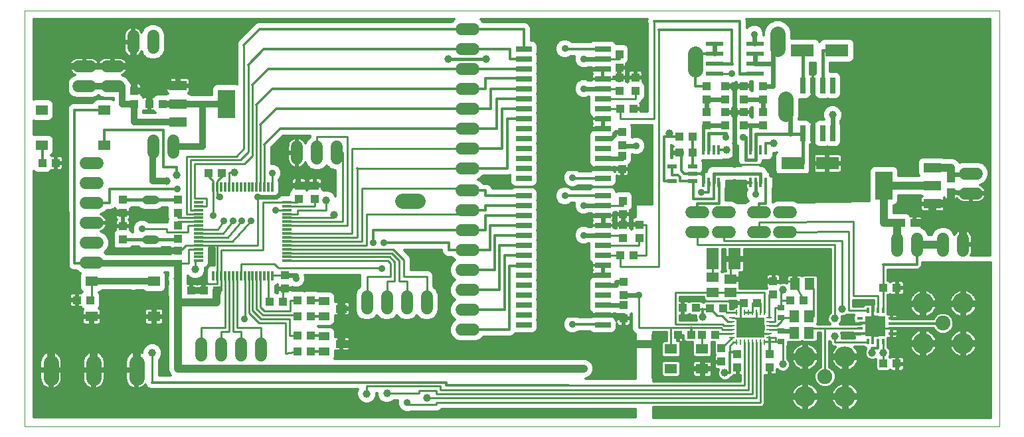
<source format=gtl>
G75*
G70*
%OFA0B0*%
%FSLAX24Y24*%
%IPPOS*%
%LPD*%
%AMOC8*
5,1,8,0,0,1.08239X$1,22.5*
%
%ADD10C,0.0000*%
%ADD11R,0.0472X0.0118*%
%ADD12R,0.0118X0.0472*%
%ADD13C,0.0600*%
%ADD14R,0.0276X0.0098*%
%ADD15R,0.0098X0.0276*%
%ADD16R,0.1437X0.1043*%
%ADD17R,0.0591X0.0512*%
%ADD18R,0.0315X0.0138*%
%ADD19R,0.0984X0.0984*%
%ADD20R,0.0138X0.0315*%
%ADD21R,0.0433X0.0394*%
%ADD22C,0.0440*%
%ADD23R,0.0394X0.0433*%
%ADD24R,0.0354X0.0276*%
%ADD25R,0.0512X0.0591*%
%ADD26R,0.0551X0.0394*%
%ADD27R,0.0800X0.0260*%
%ADD28C,0.0780*%
%ADD29R,0.0630X0.0512*%
%ADD30R,0.0630X0.1063*%
%ADD31C,0.0750*%
%ADD32C,0.1050*%
%ADD33R,0.0610X0.0512*%
%ADD34R,0.0866X0.0236*%
%ADD35R,0.0157X0.0472*%
%ADD36R,0.0260X0.0800*%
%ADD37R,0.1181X0.0630*%
%ADD38R,0.0880X0.0480*%
%ADD39R,0.0866X0.1417*%
%ADD40R,0.0472X0.0236*%
%ADD41C,0.0100*%
%ADD42C,0.0396*%
%ADD43C,0.0357*%
%ADD44C,0.0120*%
%ADD45C,0.0160*%
%ADD46C,0.0240*%
%ADD47C,0.0400*%
%ADD48C,0.0320*%
D10*
X000790Y000888D02*
X000770Y021814D01*
X049707Y021814D01*
X049727Y000888D01*
X000790Y000888D01*
D11*
X009510Y009219D03*
X009510Y009416D03*
X009510Y009613D03*
X009510Y009810D03*
X009510Y010006D03*
X009510Y010203D03*
X009510Y010400D03*
X009510Y010597D03*
X009510Y010794D03*
X009510Y010991D03*
X009510Y011188D03*
X009510Y011384D03*
X009510Y011581D03*
X009510Y011778D03*
X009510Y011975D03*
X009510Y012172D03*
X013959Y012172D03*
X013959Y011975D03*
X013959Y011778D03*
X013959Y011581D03*
X013959Y011384D03*
X013959Y011188D03*
X013959Y010991D03*
X013959Y010794D03*
X013959Y010597D03*
X013959Y010400D03*
X013959Y010203D03*
X013959Y010006D03*
X013959Y009810D03*
X013959Y009613D03*
X013959Y009416D03*
X013959Y009219D03*
D12*
X013211Y008471D03*
X013014Y008471D03*
X012817Y008471D03*
X012621Y008471D03*
X012424Y008471D03*
X012227Y008471D03*
X012030Y008471D03*
X011833Y008471D03*
X011636Y008471D03*
X011440Y008471D03*
X011243Y008471D03*
X011046Y008471D03*
X010849Y008471D03*
X010652Y008471D03*
X010455Y008471D03*
X010258Y008471D03*
X010258Y012920D03*
X010455Y012920D03*
X010652Y012920D03*
X010849Y012920D03*
X011046Y012920D03*
X011243Y012920D03*
X011440Y012920D03*
X011636Y012920D03*
X011833Y012920D03*
X012030Y012920D03*
X012227Y012920D03*
X012424Y012920D03*
X012621Y012920D03*
X012817Y012920D03*
X013014Y012920D03*
X013211Y012920D03*
D13*
X014455Y014348D02*
X014455Y014948D01*
X015455Y014948D02*
X015455Y014348D01*
X016455Y014348D02*
X016455Y014948D01*
X022714Y014865D02*
X023314Y014865D01*
X023314Y013865D02*
X022714Y013865D01*
X022714Y012754D02*
X023314Y012754D01*
X023314Y011754D02*
X022714Y011754D01*
X022714Y010754D02*
X023314Y010754D01*
X023314Y009754D02*
X022714Y009754D01*
X022714Y008754D02*
X023314Y008754D01*
X023314Y007754D02*
X022714Y007754D01*
X022714Y006754D02*
X023314Y006754D01*
X023314Y005754D02*
X022714Y005754D01*
X020963Y006817D02*
X020963Y007417D01*
X019963Y007417D02*
X019963Y006817D01*
X018963Y006817D02*
X018963Y007417D01*
X017963Y007417D02*
X017963Y006817D01*
X012648Y005054D02*
X012648Y004454D01*
X011648Y004454D02*
X011648Y005054D01*
X010648Y005054D02*
X010648Y004454D01*
X009648Y004454D02*
X009648Y005054D01*
X004448Y009125D02*
X003848Y009125D01*
X003848Y010125D02*
X004448Y010125D01*
X004448Y011125D02*
X003848Y011125D01*
X003848Y012125D02*
X004448Y012125D01*
X004448Y013125D02*
X003848Y013125D01*
X003848Y014125D02*
X004448Y014125D01*
X007239Y014663D02*
X007239Y015263D01*
X008239Y015263D02*
X008239Y014663D01*
X005499Y017987D02*
X004899Y017987D01*
X004082Y017987D02*
X003482Y017987D01*
X003482Y018987D02*
X004082Y018987D01*
X004899Y018987D02*
X005499Y018987D01*
X006235Y019919D02*
X006235Y020519D01*
X007235Y020519D02*
X007235Y019919D01*
X022714Y019865D02*
X023314Y019865D01*
X023314Y020865D02*
X022714Y020865D01*
X022714Y018865D02*
X023314Y018865D01*
X023314Y017865D02*
X022714Y017865D01*
X022714Y016865D02*
X023314Y016865D01*
X023314Y015865D02*
X022714Y015865D01*
X034250Y011664D02*
X034850Y011664D01*
X035569Y011664D02*
X036169Y011664D01*
X037340Y011664D02*
X037940Y011664D01*
X038659Y011664D02*
X039259Y011664D01*
X039259Y010664D02*
X038659Y010664D01*
X037940Y010664D02*
X037340Y010664D01*
X036169Y010664D02*
X035569Y010664D01*
X034850Y010664D02*
X034250Y010664D01*
X044581Y010342D02*
X044581Y009742D01*
X045581Y009742D02*
X045581Y010342D01*
X046884Y010342D02*
X046884Y009742D01*
X047884Y009742D02*
X047884Y010342D01*
X047970Y012613D02*
X048570Y012613D01*
X048570Y013613D02*
X047970Y013613D01*
D14*
X038156Y006361D03*
X038156Y006164D03*
X038156Y005967D03*
X038156Y005770D03*
X038156Y005573D03*
X038156Y005377D03*
X036266Y005377D03*
X036266Y005573D03*
X036266Y005770D03*
X036266Y005967D03*
X036266Y006164D03*
X036266Y006361D03*
D15*
X036522Y006617D03*
X036719Y006617D03*
X036916Y006617D03*
X037113Y006617D03*
X037310Y006617D03*
X037506Y006617D03*
X037703Y006617D03*
X037900Y006617D03*
X037900Y005121D03*
X037703Y005121D03*
X037506Y005121D03*
X037310Y005121D03*
X037113Y005121D03*
X036916Y005121D03*
X036719Y005121D03*
X036522Y005121D03*
D16*
X037215Y005869D03*
D17*
X036203Y007640D03*
X035317Y007640D03*
X035317Y008388D03*
X036203Y008310D03*
D18*
X042699Y006331D03*
X042699Y006075D03*
X042699Y005819D03*
X042699Y005564D03*
X044274Y005564D03*
X044274Y005819D03*
X044274Y006075D03*
X044274Y006331D03*
D19*
X043487Y005947D03*
D20*
X043615Y005160D03*
X043871Y005160D03*
X043359Y005160D03*
X043103Y005160D03*
X043103Y006735D03*
X043359Y006735D03*
X043615Y006735D03*
X043871Y006735D03*
D21*
X043880Y007877D03*
X044550Y007877D03*
X039884Y007247D03*
X039215Y007247D03*
X037542Y007109D03*
X036873Y007109D03*
X034471Y006853D03*
X033802Y006853D03*
X033566Y005495D03*
X034235Y005495D03*
X034766Y005495D03*
X035436Y005495D03*
X043880Y004058D03*
X044550Y004058D03*
X044786Y011125D03*
X045455Y011125D03*
X037837Y016026D03*
X037837Y016695D03*
X037837Y017345D03*
X037837Y018014D03*
X035003Y018014D03*
X035003Y017345D03*
X035003Y016695D03*
X035003Y016026D03*
X013762Y007148D03*
X013093Y007148D03*
X010436Y007719D03*
X009766Y007719D03*
X009136Y007719D03*
X008467Y007719D03*
X004077Y007247D03*
X003408Y007247D03*
X008467Y010337D03*
X008467Y011006D03*
X008467Y011617D03*
X008467Y012286D03*
X010022Y013644D03*
X010691Y013644D03*
X007719Y017109D03*
X007050Y017109D03*
D22*
X006889Y012282D02*
X007329Y012282D01*
X007329Y010282D02*
X006889Y010282D01*
D23*
X005711Y010298D03*
X005711Y010967D03*
X005711Y011617D03*
X005711Y012286D03*
X002345Y014136D03*
X001676Y014136D03*
X006282Y017109D03*
X006282Y017778D03*
X014550Y013014D03*
X015357Y013014D03*
X015357Y012345D03*
X014550Y012345D03*
X008467Y009727D03*
X008467Y009058D03*
X013841Y008487D03*
X013841Y007817D03*
X014491Y007227D03*
X015160Y007227D03*
X015160Y006420D03*
X014491Y006420D03*
X014491Y005455D03*
X015160Y005455D03*
X015160Y004648D03*
X014491Y004648D03*
X030849Y006321D03*
X030849Y006991D03*
X030849Y007503D03*
X030849Y008172D03*
X030691Y009491D03*
X031361Y009491D03*
X031636Y010377D03*
X030829Y010377D03*
X030829Y011046D03*
X030829Y011558D03*
X031636Y011046D03*
X030829Y012227D03*
X030770Y013841D03*
X030770Y014510D03*
X030770Y015022D03*
X030770Y015691D03*
X030672Y016873D03*
X031341Y016873D03*
X031440Y017758D03*
X030632Y017758D03*
X030632Y018428D03*
X031440Y018428D03*
X030632Y018940D03*
X030632Y019609D03*
X035947Y018014D03*
X036873Y018014D03*
X036873Y017345D03*
X035947Y017345D03*
X035947Y016695D03*
X036873Y016695D03*
X036873Y016026D03*
X035947Y016026D03*
X034314Y015475D03*
X033644Y015475D03*
X033644Y014648D03*
X034314Y014648D03*
X047286Y013349D03*
X047286Y012680D03*
X038349Y008191D03*
X038349Y007522D03*
X035849Y006833D03*
X035180Y006833D03*
X035751Y004825D03*
X036558Y004530D03*
X035751Y004156D03*
X036558Y003861D03*
X038172Y003861D03*
X038172Y004530D03*
D24*
X038762Y005180D03*
X038762Y005691D03*
X038762Y006361D03*
X038762Y006873D03*
D25*
X039412Y006420D03*
X040160Y006420D03*
X040160Y005613D03*
X039412Y005613D03*
X039432Y008054D03*
X040180Y008054D03*
D26*
X016676Y006814D03*
X015810Y007188D03*
X015810Y006440D03*
X015810Y005416D03*
X016676Y005042D03*
X015810Y004668D03*
D27*
X025837Y006004D03*
X025837Y006504D03*
X025837Y007004D03*
X025837Y007504D03*
X025837Y008004D03*
X025837Y008504D03*
X025837Y009004D03*
X025837Y009504D03*
X025837Y010004D03*
X025837Y010504D03*
X025837Y011004D03*
X025837Y011504D03*
X025837Y012004D03*
X025837Y012504D03*
X025837Y013367D03*
X025837Y013867D03*
X025837Y014367D03*
X025837Y014867D03*
X025837Y015367D03*
X025837Y015867D03*
X025837Y016367D03*
X025837Y016867D03*
X025837Y017367D03*
X025837Y017867D03*
X025837Y018367D03*
X025837Y018867D03*
X025837Y019367D03*
X025837Y019867D03*
X029797Y019867D03*
X029797Y019367D03*
X029797Y018867D03*
X029797Y018367D03*
X029797Y017867D03*
X029797Y017367D03*
X029797Y016867D03*
X029797Y016367D03*
X029797Y015867D03*
X029797Y015367D03*
X029797Y014867D03*
X029797Y014367D03*
X029797Y013867D03*
X029797Y013367D03*
X029797Y012504D03*
X029797Y012004D03*
X029797Y011504D03*
X029797Y011004D03*
X029797Y010504D03*
X029797Y010004D03*
X029797Y009504D03*
X029797Y009004D03*
X029797Y008504D03*
X029797Y008004D03*
X029797Y007504D03*
X029797Y007004D03*
X029797Y006504D03*
X029797Y006004D03*
D28*
X020511Y012247D02*
X019731Y012247D01*
X034451Y018845D02*
X034451Y019625D01*
X038585Y019849D02*
X038585Y020629D01*
X038979Y017381D02*
X038979Y016601D01*
X006400Y004113D02*
X006400Y003333D01*
X004254Y003333D02*
X004254Y004113D01*
X002109Y004113D02*
X002109Y003333D01*
D29*
X033211Y003802D03*
X034786Y003802D03*
X034786Y004786D03*
X033211Y004786D03*
D30*
X035317Y009333D03*
X036420Y009333D03*
D31*
X046873Y006085D03*
X040947Y003408D03*
D32*
X039944Y004412D03*
X041951Y004412D03*
X045869Y005081D03*
X047876Y005081D03*
X047876Y007089D03*
X045869Y007089D03*
X041951Y002404D03*
X039944Y002404D03*
D33*
X007276Y006420D03*
X004146Y006420D03*
X004146Y008191D03*
X007276Y008191D03*
X004776Y015022D03*
X001646Y015022D03*
X001646Y016794D03*
X004776Y016794D03*
D34*
X035396Y018642D03*
X035396Y019142D03*
X035396Y019642D03*
X035396Y020142D03*
X037443Y020142D03*
X037443Y019642D03*
X037443Y019142D03*
X037443Y018642D03*
D35*
X037473Y014786D03*
X037729Y014786D03*
X037985Y014786D03*
X037217Y014786D03*
X035623Y014786D03*
X035367Y014786D03*
X035111Y014786D03*
X034855Y014786D03*
X034855Y013172D03*
X035111Y013172D03*
X035367Y013172D03*
X035623Y013172D03*
X037217Y013172D03*
X037473Y013172D03*
X037729Y013172D03*
X037985Y013172D03*
D36*
X039843Y015623D03*
X040343Y015623D03*
X040843Y015623D03*
X041343Y015623D03*
X041343Y018043D03*
X040843Y018043D03*
X040343Y018043D03*
X039843Y018043D03*
D37*
X039825Y019786D03*
X041558Y019786D03*
X041066Y014117D03*
X039333Y014117D03*
D38*
X046360Y013905D03*
X046360Y012995D03*
X046360Y012085D03*
X008487Y016199D03*
X008487Y017109D03*
X008487Y018019D03*
D39*
X010927Y017109D03*
X043920Y012995D03*
D40*
X034316Y013231D03*
X034316Y013605D03*
X034316Y013979D03*
X033288Y013979D03*
X033288Y013231D03*
D41*
X030829Y012227D02*
X030829Y012004D01*
X029797Y012004D01*
X030829Y011558D02*
X030829Y011046D01*
X031636Y011046D01*
X031991Y011046D01*
X031991Y009491D01*
X031361Y009491D01*
X030691Y009491D02*
X030672Y009491D01*
X030672Y008920D01*
X032621Y008920D01*
X032621Y020829D01*
X032384Y021262D02*
X032384Y016380D01*
X030672Y016380D01*
X030672Y016873D01*
X030691Y016867D01*
X029797Y016867D01*
X029797Y017367D02*
X031440Y017367D01*
X031440Y017758D01*
X030632Y017758D02*
X030632Y017867D01*
X029797Y017867D01*
X029797Y018367D02*
X030632Y018367D01*
X030632Y018428D01*
X031440Y018428D01*
X031440Y018447D01*
X031951Y018447D01*
X031951Y016873D01*
X031341Y016873D01*
X030672Y018428D02*
X030632Y018428D01*
X030534Y018428D01*
X030534Y018447D01*
X030632Y018447D01*
X030632Y018940D01*
X030632Y019367D02*
X030632Y019609D01*
X030632Y019367D02*
X029797Y019367D01*
X029797Y018867D02*
X029797Y018367D01*
X035396Y018642D02*
X036282Y018642D01*
X036282Y018625D01*
X035121Y014786D02*
X035111Y014786D01*
X036420Y014058D02*
X038231Y014058D01*
X037640Y011164D02*
X037640Y010664D01*
X038959Y010664D02*
X042148Y010684D01*
X042148Y006735D01*
X043103Y006735D01*
X043615Y006735D02*
X043615Y007463D01*
X042384Y007463D01*
X042384Y011184D01*
X037640Y011164D01*
X035869Y010664D02*
X035869Y010219D01*
X041814Y010219D01*
X041814Y006794D01*
X041440Y006321D02*
X041440Y010022D01*
X034550Y010022D01*
X034550Y010664D01*
X036203Y009373D02*
X036203Y008310D01*
X037286Y008310D01*
X037286Y007975D01*
X037900Y007640D02*
X037900Y006617D01*
X037703Y006617D02*
X037703Y007109D01*
X037542Y007109D01*
X037310Y007109D01*
X037310Y006617D01*
X037306Y006617D01*
X037310Y006617D02*
X037113Y006617D01*
X036916Y006617D01*
X036719Y006617D02*
X036719Y007109D01*
X036873Y007109D01*
X036341Y007109D01*
X036341Y007010D01*
X036341Y007188D01*
X033802Y007188D01*
X033802Y006853D01*
X034471Y006853D02*
X034471Y006814D01*
X034825Y006814D01*
X035180Y006833D01*
X035554Y006459D01*
X035790Y006459D01*
X036085Y006164D01*
X036266Y006164D01*
X036266Y006361D02*
X036380Y006361D01*
X036479Y006341D01*
X036719Y006321D01*
X036719Y006617D01*
X036522Y006617D02*
X036006Y006617D01*
X035849Y006833D01*
X036719Y006321D02*
X036719Y005869D01*
X036892Y005869D01*
X037215Y005869D01*
X037506Y005869D01*
X037506Y005888D01*
X037581Y005869D01*
X037581Y005573D01*
X038156Y005573D01*
X038172Y005377D02*
X038467Y005377D01*
X038467Y005180D01*
X038762Y005180D01*
X038841Y005180D01*
X038841Y004018D01*
X037900Y005121D02*
X037900Y005180D01*
X038762Y005180D01*
X038762Y005691D02*
X038703Y005770D01*
X038156Y005770D01*
X038156Y005967D02*
X038546Y005967D01*
X038782Y006203D01*
X038762Y006361D01*
X039412Y006361D01*
X039412Y006420D01*
X040160Y006420D02*
X040377Y006420D01*
X040377Y007817D01*
X040180Y007817D01*
X040180Y008054D01*
X039432Y008054D02*
X039884Y007247D01*
X039215Y007247D02*
X038762Y007247D01*
X038762Y006873D01*
X038447Y006873D01*
X038447Y006164D01*
X038156Y006164D01*
X038156Y006361D02*
X038156Y007522D01*
X038349Y007522D01*
X037900Y007640D02*
X036203Y007640D01*
X035317Y007640D01*
X033447Y007640D01*
X033447Y006046D01*
X035810Y006046D01*
X035888Y005967D01*
X036266Y005967D01*
X036266Y005770D02*
X035829Y005770D01*
X035751Y005849D01*
X034254Y005849D01*
X033211Y005849D01*
X031597Y005849D01*
X031597Y007483D01*
X033211Y005849D02*
X033211Y004786D01*
X033841Y004254D02*
X032365Y004254D01*
X032365Y005022D01*
X033841Y004254D02*
X034786Y004254D01*
X034786Y004156D01*
X035751Y004156D01*
X036164Y004629D02*
X036164Y004932D01*
X036353Y005121D01*
X036522Y005121D01*
X036266Y005341D02*
X035751Y004825D01*
X036266Y005341D02*
X036266Y005377D01*
X036266Y005573D02*
X035495Y005573D01*
X035436Y005495D01*
X034766Y005495D02*
X034766Y004766D01*
X034786Y004786D01*
X034786Y004156D02*
X034786Y003802D01*
X036916Y002955D02*
X036916Y005121D01*
X037113Y005121D02*
X037113Y002916D01*
X037109Y002739D01*
X021656Y002739D01*
X021656Y002916D01*
X017955Y002916D01*
X017955Y002542D01*
X018963Y002562D02*
X020573Y002562D01*
X020573Y002699D01*
X021459Y002699D01*
X021459Y002542D01*
X037310Y002542D01*
X037310Y005121D01*
X037506Y005121D02*
X037506Y002325D01*
X020983Y002325D01*
X021459Y002109D02*
X037703Y002109D01*
X037703Y005121D01*
X037506Y005888D02*
X037506Y006617D01*
X038762Y007247D02*
X038762Y007778D01*
X038861Y007778D01*
X038959Y008191D02*
X038349Y008191D01*
X038369Y008310D01*
X036203Y008310D01*
X035317Y008388D02*
X035317Y009333D01*
X036203Y009373D02*
X036420Y009333D01*
X038959Y008605D02*
X038959Y008191D01*
X039412Y008191D01*
X039432Y008054D01*
X043880Y007877D02*
X043880Y006735D01*
X043871Y006735D01*
X043487Y005947D02*
X043487Y005819D01*
X044274Y005819D01*
X043880Y005160D02*
X043871Y005160D01*
X043880Y005160D02*
X043880Y004609D01*
X043880Y004058D01*
X043103Y005140D02*
X041440Y005140D01*
X041440Y005436D01*
X040947Y005819D02*
X040327Y005819D01*
X040160Y005613D01*
X040947Y005819D02*
X040947Y003408D01*
X043103Y005140D02*
X043103Y005160D01*
X042699Y005819D02*
X040947Y005819D01*
X043880Y007877D02*
X043880Y009018D01*
X043871Y009018D01*
X031636Y010377D02*
X031597Y010377D01*
X031597Y009983D01*
X029797Y009983D01*
X029797Y010004D01*
X029797Y009504D02*
X030691Y009504D01*
X030691Y009491D01*
X030829Y010377D02*
X030829Y010504D01*
X029797Y010504D01*
X029797Y010987D02*
X029797Y011004D01*
X030829Y011004D01*
X030829Y011046D01*
X023034Y011577D02*
X023034Y011754D01*
X023014Y011754D01*
X023034Y011577D02*
X017936Y011577D01*
X017936Y010006D01*
X013959Y010006D01*
X013959Y010199D02*
X017699Y010199D01*
X017699Y012873D01*
X023014Y012877D01*
X023014Y012754D01*
X023014Y013865D02*
X017467Y013865D01*
X017463Y013861D02*
X017463Y010400D01*
X013959Y010400D01*
X013959Y010203D02*
X013959Y010199D01*
X013959Y009810D02*
X019293Y009810D01*
X019825Y009277D01*
X019825Y008428D01*
X020963Y008428D01*
X020963Y007117D01*
X019963Y007117D02*
X019963Y008191D01*
X019589Y008191D01*
X019589Y009220D01*
X019197Y009613D01*
X013959Y009613D01*
X013959Y009416D02*
X019113Y009416D01*
X019353Y009176D01*
X019353Y008191D01*
X018963Y008191D01*
X018963Y007117D01*
X017963Y007117D02*
X017963Y008428D01*
X019136Y008428D01*
X019136Y009097D01*
X019014Y009219D01*
X013959Y009219D01*
X013493Y008894D02*
X013329Y009058D01*
X011636Y009058D01*
X011636Y008471D01*
X011440Y008471D02*
X011440Y005869D01*
X012648Y005869D01*
X012648Y004754D01*
X011648Y004754D02*
X011648Y005672D01*
X011243Y005672D01*
X011243Y008471D01*
X011046Y008471D02*
X011046Y005672D01*
X010648Y005672D01*
X010648Y004754D01*
X009648Y004754D02*
X009648Y005869D01*
X010849Y005869D01*
X010849Y008471D01*
X010652Y008471D02*
X010652Y009766D01*
X012739Y009766D01*
X012739Y012168D01*
X014432Y012168D01*
X014432Y012172D01*
X014550Y012345D01*
X014432Y012172D02*
X013959Y012172D01*
X013959Y011975D02*
X015357Y011975D01*
X015357Y012345D01*
X015928Y012266D02*
X015928Y011774D01*
X014471Y011774D01*
X014471Y011581D01*
X013959Y011581D01*
X013959Y011384D02*
X016302Y011384D01*
X016302Y011538D01*
X016735Y011188D02*
X016735Y014648D01*
X016455Y014648D01*
X017227Y014865D02*
X023014Y014865D01*
X017227Y014865D02*
X017227Y010597D01*
X013959Y010597D01*
X013959Y010991D02*
X016991Y010991D01*
X016991Y015475D01*
X015455Y015475D01*
X015455Y014648D01*
X013211Y013625D02*
X013211Y012920D01*
X012817Y012920D02*
X012817Y015077D01*
X012221Y014491D02*
X011827Y014097D01*
X009314Y014097D01*
X009314Y012365D01*
X009904Y012365D01*
X009904Y011975D01*
X009510Y011975D01*
X009510Y011778D02*
X009117Y011778D01*
X009117Y014294D01*
X011603Y014294D01*
X011997Y014688D01*
X011997Y019077D01*
X012221Y018077D02*
X012221Y014491D01*
X011794Y014873D02*
X011794Y020077D01*
X012424Y017077D02*
X012424Y012920D01*
X012621Y012920D02*
X012621Y016077D01*
X011794Y014873D02*
X011400Y014479D01*
X008920Y014479D01*
X008920Y011577D01*
X009510Y011577D01*
X009510Y011581D01*
X009510Y011384D02*
X008467Y011384D01*
X008467Y011617D01*
X008467Y011188D02*
X009510Y011188D01*
X009510Y010991D02*
X008979Y010991D01*
X008979Y010672D01*
X007916Y010672D01*
X007916Y010829D01*
X006676Y010829D01*
X008467Y011006D02*
X008467Y011188D01*
X009510Y010794D02*
X010479Y010794D01*
X010790Y011223D01*
X011243Y011223D02*
X010735Y010597D01*
X009510Y010597D01*
X009510Y010400D02*
X010991Y010400D01*
X011695Y011223D01*
X012148Y011223D02*
X011227Y010203D01*
X009510Y010203D01*
X009510Y010006D02*
X008884Y010006D01*
X008684Y009806D01*
X008546Y009806D01*
X008999Y009810D02*
X009510Y009810D01*
X009510Y010006D02*
X012463Y010006D01*
X012463Y012424D01*
X013369Y011778D02*
X013959Y011778D01*
X013959Y011188D02*
X016735Y011188D01*
X018723Y008861D02*
X013542Y008861D01*
X013493Y008894D01*
X013211Y008487D02*
X013211Y008471D01*
X013211Y008487D02*
X013841Y008487D01*
X013014Y008471D02*
X013014Y007129D01*
X012621Y006892D02*
X012817Y006695D01*
X014117Y006695D01*
X014117Y007227D01*
X014491Y007227D01*
X013762Y007148D02*
X013762Y007817D01*
X012621Y008471D02*
X012621Y006892D01*
X012424Y006806D02*
X012731Y006499D01*
X014491Y006499D01*
X014077Y006302D02*
X014077Y005475D01*
X014491Y005455D01*
X013880Y006105D02*
X012531Y006105D01*
X012030Y006606D01*
X012030Y008471D01*
X011833Y008471D02*
X011833Y006282D01*
X011814Y006282D01*
X012227Y006720D02*
X012645Y006302D01*
X014077Y006302D01*
X013880Y006105D02*
X013880Y004569D01*
X014491Y004648D01*
X012424Y006806D02*
X012424Y008471D01*
X012227Y008471D02*
X012227Y006720D01*
X010652Y007719D02*
X010436Y007719D01*
X010652Y007719D02*
X010652Y008471D01*
X010455Y008471D02*
X010455Y010006D01*
X009510Y010006D01*
X008999Y009810D02*
X008999Y009097D01*
X008487Y009097D01*
X009353Y009219D02*
X009353Y008782D01*
X009353Y009219D02*
X009510Y009219D01*
X010455Y008471D02*
X010455Y008073D01*
X009766Y008073D01*
X009766Y007719D01*
X004146Y007247D02*
X004146Y008191D01*
X004146Y007247D02*
X004077Y007247D01*
X003408Y007247D02*
X002857Y007247D01*
X002857Y007207D01*
X007188Y004589D02*
X007188Y003113D01*
X019983Y002089D02*
X019983Y001991D01*
X021459Y001991D01*
X021459Y002109D01*
X028093Y002955D02*
X036916Y002955D01*
X011046Y012920D02*
X011046Y013664D01*
X011321Y013664D01*
X010691Y013644D02*
X010691Y013467D01*
X010455Y013231D01*
X010455Y012920D01*
X010455Y012404D01*
X010258Y012920D02*
X010258Y011499D01*
X010258Y012920D02*
X010258Y013231D01*
X010022Y013467D01*
X010022Y013644D01*
D42*
X011321Y013664D03*
X008428Y013546D03*
X007896Y013231D03*
X015928Y012266D03*
X016302Y011538D03*
X009353Y008782D03*
X008447Y008329D03*
X007188Y004589D03*
X017955Y002542D03*
X018963Y002562D03*
X020983Y002325D03*
X032443Y003329D03*
X035928Y003585D03*
X038841Y004018D03*
X041440Y005436D03*
X041440Y006321D03*
X041814Y006794D03*
X038861Y007778D03*
X037286Y007975D03*
X038959Y008605D03*
X036341Y007010D03*
X034825Y006400D03*
X036892Y005869D03*
X037581Y005869D03*
X032443Y005475D03*
X043310Y004609D03*
X043880Y004609D03*
X036006Y014786D03*
X038369Y015121D03*
X041341Y016558D03*
X033132Y015632D03*
X023940Y019353D03*
X022030Y019373D03*
X007975Y018762D03*
D43*
X013211Y013625D03*
X012463Y012424D03*
X013369Y011774D03*
X012148Y011223D03*
X011695Y011223D03*
X011243Y011223D03*
X010790Y011223D03*
X010258Y011499D03*
X010573Y012424D03*
X008447Y012837D03*
X006676Y010829D03*
X006243Y008191D03*
X007778Y005770D03*
X011814Y006282D03*
X014412Y008329D03*
X018290Y010121D03*
X018802Y010121D03*
X018723Y008821D03*
X016676Y005770D03*
X019983Y002089D03*
X028841Y003802D03*
X028290Y006026D03*
X031597Y007483D03*
X028841Y010514D03*
X028841Y012010D03*
X027896Y012483D03*
X028290Y013388D03*
X031479Y015003D03*
X035967Y015416D03*
X036833Y015416D03*
X036420Y014058D03*
X036420Y013172D03*
X037463Y012562D03*
X034747Y012660D03*
X028841Y017877D03*
X028841Y019373D03*
X027896Y019884D03*
X036282Y018625D03*
X037404Y020613D03*
D44*
X037846Y020796D02*
X037908Y020796D01*
X037895Y020766D02*
X037895Y020560D01*
X037883Y020560D01*
X037883Y020708D01*
X037810Y020884D01*
X037675Y021018D01*
X037499Y021091D01*
X037309Y021091D01*
X037133Y021018D01*
X037036Y020921D01*
X037036Y021334D01*
X037028Y021354D01*
X049248Y021354D01*
X049259Y009510D01*
X049058Y009510D01*
X049058Y009491D01*
X048271Y009491D01*
X048278Y009501D01*
X048311Y009565D01*
X048333Y009634D01*
X048344Y009706D01*
X048344Y010002D01*
X047924Y010002D01*
X047924Y010082D01*
X047844Y010082D01*
X047844Y010801D01*
X047777Y010791D01*
X047708Y010768D01*
X047643Y010735D01*
X047585Y010693D01*
X047534Y010642D01*
X047491Y010583D01*
X047460Y010521D01*
X047393Y010682D01*
X047224Y010851D01*
X047004Y010942D01*
X046765Y010942D01*
X046545Y010851D01*
X046376Y010682D01*
X046318Y010542D01*
X046148Y010542D01*
X046090Y010682D01*
X045921Y010851D01*
X045827Y010889D01*
X045832Y010907D01*
X045832Y011086D01*
X045494Y011086D01*
X045494Y011163D01*
X045832Y011163D01*
X045832Y011342D01*
X045821Y011383D01*
X045800Y011420D01*
X045770Y011449D01*
X045734Y011471D01*
X045693Y011481D01*
X045494Y011481D01*
X045494Y011163D01*
X045417Y011163D01*
X045417Y011481D01*
X045261Y011481D01*
X045257Y011491D01*
X045172Y011576D01*
X045062Y011621D01*
X044893Y011621D01*
X044885Y011625D01*
X044420Y011625D01*
X044420Y011989D01*
X044523Y012032D01*
X044608Y012116D01*
X044653Y012226D01*
X044653Y012495D01*
X045764Y012495D01*
X045840Y012463D01*
X045822Y012453D01*
X045792Y012423D01*
X045771Y012386D01*
X045760Y012346D01*
X045760Y012145D01*
X046300Y012145D01*
X046300Y012025D01*
X045760Y012025D01*
X045760Y011824D01*
X045771Y011783D01*
X045792Y011746D01*
X045822Y011717D01*
X045859Y011696D01*
X045899Y011685D01*
X046300Y011685D01*
X046300Y012025D01*
X046420Y012025D01*
X046420Y012145D01*
X046960Y012145D01*
X046960Y012346D01*
X046950Y012384D01*
X046961Y012365D01*
X046991Y012335D01*
X047027Y012314D01*
X047068Y012303D01*
X047248Y012303D01*
X047248Y012641D01*
X047324Y012641D01*
X047324Y012303D01*
X047504Y012303D01*
X047545Y012314D01*
X047581Y012335D01*
X047594Y012348D01*
X047619Y012313D01*
X047671Y012262D01*
X047729Y012219D01*
X047794Y012186D01*
X047863Y012164D01*
X047934Y012153D01*
X048230Y012153D01*
X048230Y012573D01*
X047643Y012573D01*
X047643Y012641D01*
X047324Y012641D01*
X047324Y012718D01*
X047521Y012718D01*
X047511Y012653D01*
X048230Y012653D01*
X048230Y012573D01*
X048310Y012573D01*
X048310Y012153D01*
X048606Y012153D01*
X048678Y012164D01*
X048747Y012186D01*
X048811Y012219D01*
X048870Y012262D01*
X048921Y012313D01*
X048964Y012372D01*
X048997Y012436D01*
X049019Y012505D01*
X049030Y012573D01*
X048310Y012573D01*
X048310Y012653D01*
X049030Y012653D01*
X049019Y012720D01*
X048997Y012789D01*
X048964Y012854D01*
X048921Y012912D01*
X048870Y012964D01*
X048811Y013006D01*
X048750Y013038D01*
X048910Y013104D01*
X049079Y013273D01*
X049170Y013493D01*
X049170Y013732D01*
X049079Y013953D01*
X048910Y014121D01*
X048690Y014213D01*
X047851Y014213D01*
X047722Y014159D01*
X047710Y014188D01*
X047569Y014329D01*
X047385Y014405D01*
X046957Y014405D01*
X046860Y014445D01*
X045861Y014445D01*
X045750Y014399D01*
X045666Y014315D01*
X045620Y014204D01*
X045620Y013605D01*
X045666Y013495D01*
X045666Y013495D01*
X044653Y013495D01*
X044653Y013763D01*
X044608Y013873D01*
X044523Y013958D01*
X044413Y014003D01*
X043427Y014003D01*
X043317Y013958D01*
X043233Y013873D01*
X043187Y013763D01*
X043187Y012226D01*
X043189Y012222D01*
X039593Y012175D01*
X039379Y012264D01*
X038540Y012264D01*
X038335Y012179D01*
X038335Y012807D01*
X038364Y012876D01*
X038364Y013468D01*
X038318Y013578D01*
X038233Y013662D01*
X038123Y013708D01*
X038097Y013708D01*
X038051Y013820D01*
X037944Y013927D01*
X037804Y013985D01*
X037701Y013985D01*
X037795Y014079D01*
X037853Y014218D01*
X037853Y014250D01*
X038123Y014250D01*
X038233Y014295D01*
X038318Y014380D01*
X038364Y014490D01*
X038364Y014623D01*
X038468Y014623D01*
X038539Y014652D01*
X038488Y014602D01*
X038443Y014491D01*
X038443Y013742D01*
X038488Y013632D01*
X038573Y013547D01*
X038683Y013502D01*
X039983Y013502D01*
X040094Y013547D01*
X040178Y013632D01*
X040224Y013742D01*
X040224Y014491D01*
X040223Y014493D01*
X040223Y015049D01*
X040227Y015053D01*
X040232Y015063D01*
X040338Y015063D01*
X040338Y015618D01*
X040348Y015618D01*
X040348Y015063D01*
X040455Y015063D01*
X040459Y015053D01*
X040543Y014969D01*
X040653Y014923D01*
X041033Y014923D01*
X041093Y014948D01*
X041153Y014923D01*
X041533Y014923D01*
X041643Y014969D01*
X041727Y015053D01*
X041773Y015164D01*
X041773Y016083D01*
X041761Y016112D01*
X041761Y016273D01*
X041763Y016275D01*
X041839Y016459D01*
X041839Y016657D01*
X041763Y016840D01*
X041623Y016980D01*
X041440Y017056D01*
X041242Y017056D01*
X041059Y016980D01*
X040919Y016840D01*
X040843Y016657D01*
X040843Y016459D01*
X040899Y016323D01*
X040653Y016323D01*
X040543Y016278D01*
X040459Y016193D01*
X040455Y016183D01*
X040348Y016183D01*
X040348Y015628D01*
X040338Y015628D01*
X040338Y016183D01*
X040232Y016183D01*
X040227Y016193D01*
X040143Y016278D01*
X040033Y016323D01*
X039653Y016323D01*
X039635Y016316D01*
X039635Y016382D01*
X039669Y016463D01*
X039669Y017343D01*
X040033Y017343D01*
X040143Y017389D01*
X040227Y017473D01*
X040232Y017483D01*
X040338Y017483D01*
X040338Y018038D01*
X040348Y018038D01*
X040348Y017483D01*
X040455Y017483D01*
X040459Y017473D01*
X040543Y017389D01*
X040653Y017343D01*
X041033Y017343D01*
X041093Y017368D01*
X041153Y017343D01*
X041533Y017343D01*
X041643Y017389D01*
X041727Y017473D01*
X041773Y017584D01*
X041773Y018503D01*
X041727Y018613D01*
X041643Y018698D01*
X041533Y018743D01*
X041223Y018743D01*
X041223Y019171D01*
X042208Y019171D01*
X042318Y019217D01*
X042403Y019301D01*
X042448Y019411D01*
X042448Y020161D01*
X042403Y020271D01*
X042318Y020355D01*
X042208Y020401D01*
X040907Y020401D01*
X040797Y020355D01*
X040713Y020271D01*
X040691Y020220D01*
X040670Y020271D01*
X040586Y020355D01*
X040476Y020401D01*
X039275Y020401D01*
X039275Y020766D01*
X039170Y021020D01*
X038976Y021214D01*
X038722Y021319D01*
X038448Y021319D01*
X038194Y021214D01*
X038000Y021020D01*
X037895Y020766D01*
X037883Y020678D02*
X037895Y020678D01*
X037957Y020915D02*
X037779Y020915D01*
X037639Y021033D02*
X038014Y021033D01*
X038133Y021152D02*
X037036Y021152D01*
X037036Y021270D02*
X038331Y021270D01*
X038839Y021270D02*
X049248Y021270D01*
X049248Y021152D02*
X039038Y021152D01*
X039156Y021033D02*
X049248Y021033D01*
X049248Y020915D02*
X039214Y020915D01*
X039263Y020796D02*
X049248Y020796D01*
X049248Y020678D02*
X039275Y020678D01*
X039275Y020559D02*
X049248Y020559D01*
X049249Y020441D02*
X039275Y020441D01*
X040619Y020322D02*
X040764Y020322D01*
X042351Y020322D02*
X049249Y020322D01*
X049249Y020204D02*
X042430Y020204D01*
X042448Y020085D02*
X049249Y020085D01*
X049249Y019967D02*
X042448Y019967D01*
X042448Y019848D02*
X049249Y019848D01*
X049249Y019730D02*
X042448Y019730D01*
X042448Y019611D02*
X049249Y019611D01*
X049249Y019493D02*
X042448Y019493D01*
X042433Y019374D02*
X049250Y019374D01*
X049250Y019256D02*
X042357Y019256D01*
X041223Y019137D02*
X049250Y019137D01*
X049250Y019019D02*
X041223Y019019D01*
X041223Y018900D02*
X049250Y018900D01*
X049250Y018782D02*
X041223Y018782D01*
X041677Y018663D02*
X049250Y018663D01*
X049250Y018545D02*
X041756Y018545D01*
X041773Y018426D02*
X049250Y018426D01*
X049251Y018308D02*
X041773Y018308D01*
X041773Y018189D02*
X049251Y018189D01*
X049251Y018071D02*
X041773Y018071D01*
X041773Y017952D02*
X049251Y017952D01*
X049251Y017834D02*
X041773Y017834D01*
X041773Y017715D02*
X049251Y017715D01*
X049251Y017597D02*
X041773Y017597D01*
X041730Y017478D02*
X049251Y017478D01*
X049251Y017360D02*
X041573Y017360D01*
X041564Y017004D02*
X049252Y017004D01*
X049252Y016886D02*
X041717Y016886D01*
X041793Y016767D02*
X049252Y016767D01*
X049252Y016649D02*
X041839Y016649D01*
X041839Y016530D02*
X049252Y016530D01*
X049252Y016412D02*
X041820Y016412D01*
X041771Y016293D02*
X049252Y016293D01*
X049253Y016175D02*
X041761Y016175D01*
X041773Y016056D02*
X049253Y016056D01*
X049253Y015938D02*
X041773Y015938D01*
X041773Y015819D02*
X049253Y015819D01*
X049253Y015701D02*
X041773Y015701D01*
X041773Y015582D02*
X049253Y015582D01*
X049253Y015464D02*
X041773Y015464D01*
X041773Y015345D02*
X049253Y015345D01*
X049253Y015227D02*
X041773Y015227D01*
X041750Y015108D02*
X049254Y015108D01*
X049254Y014990D02*
X041664Y014990D01*
X041677Y014592D02*
X041126Y014592D01*
X041126Y014177D01*
X041816Y014177D01*
X041816Y014453D01*
X041805Y014493D01*
X041784Y014530D01*
X041754Y014560D01*
X041718Y014581D01*
X041677Y014592D01*
X041792Y014516D02*
X049254Y014516D01*
X049254Y014634D02*
X040223Y014634D01*
X040223Y014516D02*
X040339Y014516D01*
X040347Y014530D02*
X040326Y014493D01*
X040315Y014453D01*
X040315Y014177D01*
X041006Y014177D01*
X041006Y014592D01*
X040454Y014592D01*
X040413Y014581D01*
X040377Y014560D01*
X040347Y014530D01*
X040315Y014397D02*
X040224Y014397D01*
X040224Y014279D02*
X040315Y014279D01*
X040224Y014160D02*
X041006Y014160D01*
X041006Y014177D02*
X041006Y014057D01*
X041126Y014057D01*
X041126Y014177D01*
X041006Y014177D01*
X041006Y014279D02*
X041126Y014279D01*
X041126Y014397D02*
X041006Y014397D01*
X041006Y014516D02*
X041126Y014516D01*
X041816Y014397D02*
X045749Y014397D01*
X045651Y014279D02*
X041816Y014279D01*
X041816Y014057D02*
X041126Y014057D01*
X041126Y013642D01*
X041677Y013642D01*
X041718Y013653D01*
X041754Y013674D01*
X041784Y013703D01*
X041805Y013740D01*
X041816Y013781D01*
X041816Y014057D01*
X041816Y014042D02*
X045620Y014042D01*
X045620Y014160D02*
X041126Y014160D01*
X041126Y014042D02*
X041006Y014042D01*
X041006Y014057D02*
X041006Y013642D01*
X040454Y013642D01*
X040413Y013653D01*
X040377Y013674D01*
X040347Y013703D01*
X040326Y013740D01*
X040315Y013781D01*
X040315Y014057D01*
X041006Y014057D01*
X041006Y013923D02*
X041126Y013923D01*
X041126Y013805D02*
X041006Y013805D01*
X041006Y013686D02*
X041126Y013686D01*
X041767Y013686D02*
X043187Y013686D01*
X043187Y013568D02*
X040114Y013568D01*
X040201Y013686D02*
X040364Y013686D01*
X040315Y013805D02*
X040224Y013805D01*
X040224Y013923D02*
X040315Y013923D01*
X040315Y014042D02*
X040224Y014042D01*
X040223Y014753D02*
X049254Y014753D01*
X049254Y014871D02*
X040223Y014871D01*
X040223Y014990D02*
X040522Y014990D01*
X040348Y015108D02*
X040338Y015108D01*
X040338Y015227D02*
X040348Y015227D01*
X040338Y015345D02*
X040348Y015345D01*
X040338Y015464D02*
X040348Y015464D01*
X040338Y015582D02*
X040348Y015582D01*
X040338Y015701D02*
X040348Y015701D01*
X040338Y015819D02*
X040348Y015819D01*
X040338Y015938D02*
X040348Y015938D01*
X040338Y016056D02*
X040348Y016056D01*
X040338Y016175D02*
X040348Y016175D01*
X040581Y016293D02*
X040105Y016293D01*
X039648Y016412D02*
X040862Y016412D01*
X040843Y016530D02*
X039669Y016530D01*
X039669Y016649D02*
X040843Y016649D01*
X040889Y016767D02*
X039669Y016767D01*
X039669Y016886D02*
X040965Y016886D01*
X041118Y017004D02*
X039669Y017004D01*
X039669Y017123D02*
X049252Y017123D01*
X049252Y017241D02*
X039669Y017241D01*
X040073Y017360D02*
X040613Y017360D01*
X040457Y017478D02*
X040230Y017478D01*
X040338Y017597D02*
X040348Y017597D01*
X040338Y017715D02*
X040348Y017715D01*
X040338Y017834D02*
X040348Y017834D01*
X040338Y017952D02*
X040348Y017952D01*
X040348Y018048D02*
X040338Y018048D01*
X040338Y018603D01*
X040232Y018603D01*
X040227Y018613D01*
X040223Y018617D01*
X040223Y019171D01*
X040463Y019171D01*
X040463Y018617D01*
X040459Y018613D01*
X040455Y018603D01*
X040348Y018603D01*
X040348Y018048D01*
X040348Y018071D02*
X040338Y018071D01*
X040338Y018189D02*
X040348Y018189D01*
X040338Y018308D02*
X040348Y018308D01*
X040338Y018426D02*
X040348Y018426D01*
X040338Y018545D02*
X040348Y018545D01*
X040463Y018663D02*
X040223Y018663D01*
X040223Y018782D02*
X040463Y018782D01*
X040463Y018900D02*
X040223Y018900D01*
X040223Y019019D02*
X040463Y019019D01*
X040463Y019137D02*
X040223Y019137D01*
X037916Y018014D02*
X037837Y018014D01*
X037321Y018071D02*
X037229Y018071D01*
X037229Y018053D02*
X037229Y018224D01*
X037321Y018224D01*
X037321Y017765D01*
X037290Y017765D01*
X037239Y017816D01*
X037229Y017820D01*
X037229Y017976D01*
X036911Y017976D01*
X036911Y018053D01*
X037229Y018053D01*
X037229Y017952D02*
X037321Y017952D01*
X037321Y017834D02*
X037229Y017834D01*
X037229Y018189D02*
X037321Y018189D01*
X036834Y018053D02*
X036834Y017976D01*
X036516Y017976D01*
X036516Y017820D01*
X036506Y017816D01*
X036421Y017732D01*
X036410Y017704D01*
X036399Y017732D01*
X036314Y017816D01*
X036304Y017820D01*
X036304Y017976D01*
X035986Y017976D01*
X035986Y018053D01*
X036304Y018053D01*
X036304Y018146D01*
X036377Y018146D01*
X036516Y018204D01*
X036516Y018053D01*
X036834Y018053D01*
X036516Y018071D02*
X036304Y018071D01*
X036304Y017952D02*
X036516Y017952D01*
X036516Y017834D02*
X036304Y017834D01*
X036405Y017715D02*
X036415Y017715D01*
X036482Y018189D02*
X036516Y018189D01*
X036676Y018644D02*
X036676Y021262D01*
X032384Y021262D01*
X032024Y021270D02*
X023757Y021270D01*
X023803Y021225D02*
X023674Y021354D01*
X032033Y021354D01*
X032024Y021334D01*
X032024Y021191D01*
X032034Y021167D01*
X032034Y016730D01*
X031698Y016730D01*
X031698Y016834D01*
X031380Y016834D01*
X031380Y016911D01*
X031698Y016911D01*
X031698Y017110D01*
X031694Y017126D01*
X031736Y017168D01*
X031781Y017277D01*
X031806Y017288D01*
X031891Y017372D01*
X031936Y017482D01*
X031936Y018035D01*
X031891Y018145D01*
X031806Y018229D01*
X031796Y018233D01*
X031796Y018389D01*
X031478Y018389D01*
X031478Y018466D01*
X031796Y018466D01*
X031796Y018665D01*
X031785Y018706D01*
X031764Y018742D01*
X031735Y018772D01*
X031698Y018793D01*
X031657Y018804D01*
X031478Y018804D01*
X031478Y018466D01*
X031401Y018466D01*
X031401Y018389D01*
X031083Y018389D01*
X031083Y018233D01*
X031073Y018229D01*
X031036Y018193D01*
X030999Y018229D01*
X030989Y018233D01*
X030989Y018389D01*
X030671Y018389D01*
X030671Y018275D01*
X030594Y018275D01*
X030594Y018389D01*
X030671Y018389D01*
X030671Y018466D01*
X030989Y018466D01*
X030989Y018665D01*
X030984Y018684D01*
X030989Y018702D01*
X030989Y018901D01*
X030671Y018901D01*
X030671Y018978D01*
X030989Y018978D01*
X030989Y019134D01*
X030999Y019138D01*
X031084Y019222D01*
X031129Y019333D01*
X031129Y019885D01*
X031084Y019995D01*
X030999Y020080D01*
X030889Y020125D01*
X030469Y020125D01*
X030452Y020167D01*
X030367Y020251D01*
X030257Y020297D01*
X029338Y020297D01*
X029228Y020251D01*
X029203Y020227D01*
X028231Y020227D01*
X028167Y020290D01*
X027991Y020363D01*
X027801Y020363D01*
X027625Y020290D01*
X027491Y020155D01*
X027418Y019980D01*
X027418Y019789D01*
X027491Y019613D01*
X027625Y019479D01*
X027801Y019406D01*
X027991Y019406D01*
X028167Y019479D01*
X028195Y019507D01*
X028379Y019507D01*
X028363Y019468D01*
X028363Y019277D01*
X028436Y019102D01*
X028570Y018967D01*
X028746Y018894D01*
X028936Y018894D01*
X029063Y018947D01*
X029237Y018947D01*
X029237Y018872D01*
X029792Y018872D01*
X029792Y018862D01*
X029237Y018862D01*
X029237Y018716D01*
X029248Y018675D01*
X029269Y018638D01*
X029291Y018617D01*
X029269Y018595D01*
X029248Y018558D01*
X029237Y018518D01*
X029237Y018372D01*
X029792Y018372D01*
X029792Y018362D01*
X029237Y018362D01*
X029237Y018297D01*
X029077Y018297D01*
X028936Y018355D01*
X028746Y018355D01*
X028570Y018282D01*
X028436Y018148D01*
X028363Y017972D01*
X028363Y017781D01*
X028436Y017606D01*
X028570Y017471D01*
X028746Y017398D01*
X028936Y017398D01*
X029077Y017457D01*
X029097Y017457D01*
X029097Y017177D01*
X029122Y017117D01*
X029097Y017056D01*
X029097Y016677D01*
X029143Y016567D01*
X029228Y016482D01*
X029237Y016478D01*
X029237Y016372D01*
X029792Y016372D01*
X029792Y016362D01*
X029237Y016362D01*
X029237Y016216D01*
X029248Y016175D01*
X029269Y016138D01*
X029291Y016117D01*
X029269Y016095D01*
X029248Y016058D01*
X029237Y016018D01*
X029237Y015872D01*
X029792Y015872D01*
X029792Y015862D01*
X029237Y015862D01*
X029237Y015755D01*
X029228Y015751D01*
X029143Y015667D01*
X029097Y015556D01*
X029097Y015177D01*
X029122Y015117D01*
X029097Y015056D01*
X029097Y014677D01*
X029122Y014617D01*
X029097Y014556D01*
X029097Y014177D01*
X029143Y014067D01*
X029228Y013982D01*
X029237Y013978D01*
X029237Y013872D01*
X029792Y013872D01*
X029792Y013862D01*
X029237Y013862D01*
X029237Y013755D01*
X029228Y013751D01*
X029203Y013727D01*
X028628Y013727D01*
X028561Y013794D01*
X028385Y013867D01*
X028195Y013867D01*
X028019Y013794D01*
X027884Y013659D01*
X027811Y013484D01*
X027811Y013293D01*
X027884Y013117D01*
X028019Y012983D01*
X028195Y012910D01*
X028385Y012910D01*
X028561Y012983D01*
X028585Y013007D01*
X029203Y013007D01*
X029228Y012982D01*
X029338Y012937D01*
X030257Y012937D01*
X030367Y012982D01*
X030452Y013067D01*
X030497Y013177D01*
X030497Y013484D01*
X030512Y013475D01*
X030552Y013465D01*
X030732Y013465D01*
X030732Y013803D01*
X030413Y013803D01*
X030413Y013705D01*
X030367Y013751D01*
X030357Y013755D01*
X030357Y013862D01*
X029802Y013862D01*
X029802Y013872D01*
X030357Y013872D01*
X030357Y013947D01*
X030413Y013947D01*
X030413Y013880D01*
X030732Y013880D01*
X030732Y013803D01*
X030809Y013803D01*
X030809Y013880D01*
X031127Y013880D01*
X031127Y014035D01*
X031137Y014040D01*
X031221Y014124D01*
X031267Y014234D01*
X031267Y014572D01*
X031384Y014524D01*
X031574Y014524D01*
X031750Y014597D01*
X031884Y014732D01*
X031957Y014907D01*
X031957Y015098D01*
X031884Y015274D01*
X031750Y015408D01*
X031574Y015481D01*
X031384Y015481D01*
X031267Y015433D01*
X031267Y015968D01*
X031241Y016030D01*
X032271Y016030D01*
X032271Y012080D01*
X031440Y012069D01*
X031440Y011422D01*
X031418Y011422D01*
X031378Y011411D01*
X031341Y011390D01*
X031311Y011361D01*
X031290Y011324D01*
X031280Y011283D01*
X031280Y011084D01*
X031440Y011084D01*
X031440Y011007D01*
X031280Y011007D01*
X031280Y010852D01*
X031270Y010847D01*
X031233Y010811D01*
X031196Y010847D01*
X031186Y010852D01*
X031186Y011007D01*
X030868Y011007D01*
X030868Y010893D01*
X030791Y010893D01*
X030791Y011007D01*
X030868Y011007D01*
X030868Y011084D01*
X031186Y011084D01*
X031186Y011283D01*
X031181Y011302D01*
X031186Y011320D01*
X031186Y011519D01*
X030868Y011519D01*
X030868Y011596D01*
X031186Y011596D01*
X031186Y011752D01*
X031196Y011756D01*
X031280Y011840D01*
X031326Y011951D01*
X031326Y012503D01*
X031280Y012613D01*
X031196Y012698D01*
X031086Y012743D01*
X030573Y012743D01*
X030491Y012710D01*
X030452Y012804D01*
X030367Y012889D01*
X030257Y012934D01*
X029338Y012934D01*
X029228Y012889D01*
X029182Y012843D01*
X028213Y012843D01*
X028167Y012888D01*
X027991Y012961D01*
X027801Y012961D01*
X027625Y012888D01*
X027491Y012754D01*
X027418Y012578D01*
X027418Y012388D01*
X027491Y012212D01*
X027625Y012077D01*
X027801Y012004D01*
X027991Y012004D01*
X028167Y012077D01*
X028213Y012123D01*
X028370Y012123D01*
X028363Y012106D01*
X028363Y011915D01*
X028436Y011739D01*
X028570Y011605D01*
X028746Y011532D01*
X028936Y011532D01*
X029077Y011590D01*
X029237Y011590D01*
X029237Y011509D01*
X029792Y011509D01*
X029792Y011499D01*
X029237Y011499D01*
X029237Y011353D01*
X029248Y011313D01*
X029269Y011276D01*
X029291Y011254D01*
X029269Y011233D01*
X029248Y011196D01*
X029237Y011156D01*
X029237Y011009D01*
X029792Y011009D01*
X029792Y010999D01*
X029237Y010999D01*
X029237Y010934D01*
X029077Y010934D01*
X028936Y010993D01*
X028746Y010993D01*
X028570Y010920D01*
X028436Y010785D01*
X028363Y010609D01*
X028363Y010419D01*
X028436Y010243D01*
X028570Y010109D01*
X028746Y010036D01*
X028936Y010036D01*
X029077Y010094D01*
X029097Y010094D01*
X029097Y009815D01*
X029122Y009754D01*
X029097Y009694D01*
X029097Y009315D01*
X029143Y009205D01*
X029228Y009120D01*
X029237Y009116D01*
X029237Y009009D01*
X029792Y009009D01*
X029792Y008999D01*
X029237Y008999D01*
X029237Y008853D01*
X029248Y008813D01*
X029269Y008776D01*
X029291Y008754D01*
X029269Y008733D01*
X029248Y008696D01*
X029237Y008656D01*
X029237Y008509D01*
X029792Y008509D01*
X029792Y008499D01*
X029237Y008499D01*
X029237Y008393D01*
X029228Y008389D01*
X029143Y008304D01*
X029097Y008194D01*
X029097Y007815D01*
X029122Y007754D01*
X029097Y007694D01*
X029097Y007315D01*
X029122Y007254D01*
X029097Y007194D01*
X029097Y006815D01*
X029143Y006705D01*
X029228Y006620D01*
X029237Y006616D01*
X029237Y006509D01*
X029792Y006509D01*
X029792Y006499D01*
X029237Y006499D01*
X029237Y006393D01*
X029228Y006389D01*
X029225Y006386D01*
X028607Y006386D01*
X028561Y006432D01*
X028385Y006505D01*
X028195Y006505D01*
X028019Y006432D01*
X027884Y006297D01*
X027811Y006121D01*
X027811Y005931D01*
X027884Y005755D01*
X028019Y005621D01*
X028195Y005548D01*
X028385Y005548D01*
X028561Y005621D01*
X028607Y005666D01*
X029182Y005666D01*
X029228Y005620D01*
X029338Y005574D01*
X030257Y005574D01*
X030367Y005620D01*
X030452Y005705D01*
X030497Y005815D01*
X030497Y006064D01*
X030503Y006043D01*
X030524Y006007D01*
X030554Y005977D01*
X030590Y005956D01*
X030631Y005945D01*
X030811Y005945D01*
X030811Y006283D01*
X030887Y006283D01*
X030887Y005945D01*
X031067Y005945D01*
X031108Y005956D01*
X031144Y005977D01*
X031174Y006007D01*
X031195Y006043D01*
X031206Y006084D01*
X031206Y006283D01*
X030887Y006283D01*
X030887Y006360D01*
X031206Y006360D01*
X031206Y006516D01*
X031216Y006520D01*
X031247Y006551D01*
X031247Y005779D01*
X031300Y005651D01*
X031399Y005552D01*
X031440Y005535D01*
X031440Y003305D01*
X028949Y003305D01*
X029124Y003378D01*
X029265Y003519D01*
X029341Y003702D01*
X029341Y003901D01*
X029265Y004085D01*
X029124Y004226D01*
X028941Y004302D01*
X016340Y004302D01*
X016385Y004411D01*
X016385Y004685D01*
X016637Y004685D01*
X016637Y005003D01*
X016714Y005003D01*
X016714Y004685D01*
X016972Y004685D01*
X017013Y004696D01*
X017050Y004717D01*
X017079Y004747D01*
X017100Y004783D01*
X017111Y004824D01*
X017111Y005003D01*
X016714Y005003D01*
X016714Y005080D01*
X017111Y005080D01*
X017111Y005260D01*
X017100Y005300D01*
X017079Y005337D01*
X017050Y005367D01*
X017013Y005388D01*
X016972Y005399D01*
X016714Y005399D01*
X016714Y005080D01*
X016637Y005080D01*
X016637Y005399D01*
X016385Y005399D01*
X016385Y005672D01*
X016340Y005783D01*
X016255Y005867D01*
X016145Y005913D01*
X015540Y005913D01*
X015527Y005926D01*
X015499Y005938D01*
X015512Y005943D01*
X016145Y005943D01*
X016255Y005988D01*
X016340Y006073D01*
X016385Y006183D01*
X016385Y006457D01*
X016637Y006457D01*
X016637Y006775D01*
X016714Y006775D01*
X016714Y006457D01*
X016972Y006457D01*
X017013Y006468D01*
X017050Y006489D01*
X017079Y006518D01*
X017100Y006555D01*
X017111Y006596D01*
X017111Y006775D01*
X016714Y006775D01*
X016714Y006852D01*
X016637Y006852D01*
X016637Y007170D01*
X016385Y007170D01*
X016385Y007444D01*
X016340Y007554D01*
X016255Y007639D01*
X016145Y007684D01*
X015540Y007684D01*
X015527Y007698D01*
X015417Y007743D01*
X014903Y007743D01*
X014825Y007711D01*
X014747Y007743D01*
X014234Y007743D01*
X014198Y007728D01*
X014198Y007779D01*
X013880Y007779D01*
X013880Y007856D01*
X014198Y007856D01*
X014198Y007900D01*
X014317Y007851D01*
X014507Y007851D01*
X014683Y007924D01*
X014818Y008058D01*
X014890Y008234D01*
X014890Y008424D01*
X014855Y008511D01*
X017619Y008511D01*
X017613Y008497D01*
X017613Y007915D01*
X017454Y007757D01*
X017363Y007536D01*
X017363Y006697D01*
X017454Y006477D01*
X017623Y006308D01*
X017844Y006217D01*
X018082Y006217D01*
X018303Y006308D01*
X018463Y006468D01*
X018623Y006308D01*
X018844Y006217D01*
X019082Y006217D01*
X019303Y006308D01*
X019463Y006468D01*
X019623Y006308D01*
X019844Y006217D01*
X020082Y006217D01*
X020303Y006308D01*
X020463Y006468D01*
X020623Y006308D01*
X020844Y006217D01*
X021082Y006217D01*
X021303Y006308D01*
X021472Y006477D01*
X021563Y006697D01*
X021563Y007536D01*
X021472Y007757D01*
X021313Y007915D01*
X021313Y008497D01*
X021260Y008626D01*
X021161Y008724D01*
X021033Y008778D01*
X020175Y008778D01*
X020175Y009347D01*
X020122Y009476D01*
X020024Y009574D01*
X019837Y009761D01*
X021709Y009761D01*
X021709Y009683D01*
X021764Y009551D01*
X021866Y009449D01*
X021998Y009394D01*
X022226Y009394D01*
X022366Y009254D01*
X022206Y009094D01*
X022114Y008874D01*
X022114Y008635D01*
X022206Y008415D01*
X022366Y008254D01*
X022206Y008094D01*
X022114Y007874D01*
X022114Y007635D01*
X022206Y007415D01*
X022366Y007254D01*
X022206Y007094D01*
X022114Y006874D01*
X022114Y006635D01*
X022206Y006415D01*
X022366Y006254D01*
X022206Y006094D01*
X022114Y005874D01*
X022114Y005635D01*
X022206Y005415D01*
X022374Y005246D01*
X022595Y005154D01*
X023434Y005154D01*
X023654Y005246D01*
X023803Y005394D01*
X025173Y005394D01*
X025305Y005449D01*
X025406Y005551D01*
X025416Y005574D01*
X026297Y005574D01*
X026407Y005620D01*
X026492Y005705D01*
X026537Y005815D01*
X026537Y006194D01*
X026512Y006254D01*
X026537Y006315D01*
X026537Y006694D01*
X026512Y006754D01*
X026537Y006815D01*
X026537Y007194D01*
X026512Y007254D01*
X026537Y007315D01*
X026537Y007694D01*
X026512Y007754D01*
X026537Y007815D01*
X026537Y008194D01*
X026512Y008254D01*
X026537Y008315D01*
X026537Y008694D01*
X026512Y008754D01*
X026537Y008815D01*
X026537Y009194D01*
X026512Y009254D01*
X026537Y009315D01*
X026537Y009694D01*
X026512Y009754D01*
X026537Y009815D01*
X026537Y010194D01*
X026512Y010254D01*
X026537Y010315D01*
X026537Y010694D01*
X026512Y010754D01*
X026537Y010815D01*
X026537Y011194D01*
X026512Y011254D01*
X026537Y011315D01*
X026537Y011694D01*
X026512Y011754D01*
X026537Y011815D01*
X026537Y012194D01*
X026512Y012254D01*
X026537Y012315D01*
X026537Y012694D01*
X026492Y012804D01*
X026407Y012889D01*
X026297Y012934D01*
X025378Y012934D01*
X025268Y012889D01*
X025243Y012864D01*
X024264Y012864D01*
X024225Y012958D01*
X024124Y013060D01*
X023991Y013114D01*
X023803Y013114D01*
X023654Y013263D01*
X023542Y013310D01*
X023654Y013356D01*
X023803Y013505D01*
X025094Y013505D01*
X025137Y013523D01*
X025137Y013177D01*
X025183Y013067D01*
X025268Y012982D01*
X025378Y012937D01*
X026297Y012937D01*
X026407Y012982D01*
X026492Y013067D01*
X026537Y013177D01*
X026537Y013556D01*
X026512Y013617D01*
X026537Y013677D01*
X026537Y014056D01*
X026512Y014117D01*
X026537Y014177D01*
X026537Y014556D01*
X026512Y014617D01*
X026537Y014677D01*
X026537Y015056D01*
X026512Y015117D01*
X026537Y015177D01*
X026537Y015556D01*
X026512Y015617D01*
X026537Y015677D01*
X026537Y016056D01*
X026512Y016117D01*
X026537Y016177D01*
X026537Y016556D01*
X026512Y016617D01*
X026537Y016677D01*
X026537Y017056D01*
X026512Y017117D01*
X026537Y017177D01*
X026537Y017556D01*
X026512Y017617D01*
X026537Y017677D01*
X026537Y018056D01*
X026512Y018117D01*
X026537Y018177D01*
X026537Y018556D01*
X026512Y018617D01*
X026537Y018677D01*
X026537Y019056D01*
X026512Y019117D01*
X026537Y019177D01*
X026537Y019556D01*
X026512Y019617D01*
X026537Y019677D01*
X026537Y020056D01*
X026492Y020167D01*
X026407Y020251D01*
X026297Y020297D01*
X026197Y020297D01*
X026197Y020936D01*
X026143Y021069D01*
X026041Y021170D01*
X025909Y021225D01*
X023803Y021225D01*
X023014Y020865D02*
X025837Y020865D01*
X025837Y019867D01*
X025140Y019865D02*
X025140Y019373D01*
X025837Y019373D01*
X025837Y019367D01*
X026537Y019374D02*
X028363Y019374D01*
X028372Y019256D02*
X026537Y019256D01*
X026521Y019137D02*
X028421Y019137D01*
X028518Y019019D02*
X026537Y019019D01*
X026537Y018900D02*
X028731Y018900D01*
X028951Y018900D02*
X029237Y018900D01*
X029237Y018782D02*
X026537Y018782D01*
X026532Y018663D02*
X029255Y018663D01*
X029245Y018545D02*
X026537Y018545D01*
X026537Y018426D02*
X029237Y018426D01*
X029237Y018308D02*
X029050Y018308D01*
X028632Y018308D02*
X026537Y018308D01*
X026537Y018189D02*
X028477Y018189D01*
X028404Y018071D02*
X026531Y018071D01*
X026537Y017952D02*
X028363Y017952D01*
X028363Y017834D02*
X026537Y017834D01*
X026537Y017715D02*
X028390Y017715D01*
X028444Y017597D02*
X026521Y017597D01*
X026537Y017478D02*
X028563Y017478D01*
X029097Y017360D02*
X026537Y017360D01*
X026537Y017241D02*
X029097Y017241D01*
X029120Y017123D02*
X026515Y017123D01*
X026537Y017004D02*
X029097Y017004D01*
X029097Y016886D02*
X026537Y016886D01*
X026537Y016767D02*
X029097Y016767D01*
X029109Y016649D02*
X026526Y016649D01*
X026537Y016530D02*
X029180Y016530D01*
X029237Y016412D02*
X026537Y016412D01*
X026537Y016293D02*
X029237Y016293D01*
X029248Y016175D02*
X026537Y016175D01*
X026537Y016056D02*
X029248Y016056D01*
X029237Y015938D02*
X026537Y015938D01*
X026537Y015819D02*
X029237Y015819D01*
X029177Y015701D02*
X026537Y015701D01*
X026527Y015582D02*
X029108Y015582D01*
X029097Y015464D02*
X026537Y015464D01*
X026537Y015345D02*
X029097Y015345D01*
X029097Y015227D02*
X026537Y015227D01*
X026516Y015108D02*
X029119Y015108D01*
X029097Y014990D02*
X026537Y014990D01*
X026537Y014871D02*
X029097Y014871D01*
X029097Y014753D02*
X026537Y014753D01*
X026520Y014634D02*
X029115Y014634D01*
X029097Y014516D02*
X026537Y014516D01*
X026537Y014397D02*
X029097Y014397D01*
X029097Y014279D02*
X026537Y014279D01*
X026531Y014160D02*
X029104Y014160D01*
X029168Y014042D02*
X026537Y014042D01*
X026537Y013923D02*
X029237Y013923D01*
X029237Y013805D02*
X028535Y013805D01*
X028290Y013388D02*
X028290Y013367D01*
X029797Y013367D01*
X030497Y013331D02*
X032271Y013331D01*
X032271Y013449D02*
X030497Y013449D01*
X030497Y013212D02*
X032271Y013212D01*
X032271Y013094D02*
X030463Y013094D01*
X030351Y012975D02*
X032271Y012975D01*
X032271Y012857D02*
X030399Y012857D01*
X030479Y012738D02*
X030560Y012738D01*
X029797Y012504D02*
X029797Y012483D01*
X027896Y012483D01*
X027418Y012501D02*
X026537Y012501D01*
X026537Y012383D02*
X027420Y012383D01*
X027469Y012264D02*
X026517Y012264D01*
X026537Y012146D02*
X027557Y012146D01*
X027746Y012027D02*
X026537Y012027D01*
X026537Y011909D02*
X028365Y011909D01*
X028363Y012027D02*
X028047Y012027D01*
X028414Y011790D02*
X026527Y011790D01*
X026537Y011672D02*
X028503Y011672D01*
X028694Y011553D02*
X026537Y011553D01*
X026537Y011435D02*
X029237Y011435D01*
X029237Y011553D02*
X028988Y011553D01*
X029247Y011316D02*
X026537Y011316D01*
X026536Y011198D02*
X029249Y011198D01*
X029237Y011079D02*
X026537Y011079D01*
X026537Y010961D02*
X028669Y010961D01*
X028493Y010842D02*
X026537Y010842D01*
X026525Y010724D02*
X028410Y010724D01*
X028363Y010605D02*
X026537Y010605D01*
X026537Y010487D02*
X028363Y010487D01*
X028384Y010368D02*
X026537Y010368D01*
X026514Y010250D02*
X028433Y010250D01*
X028547Y010131D02*
X026537Y010131D01*
X026537Y010013D02*
X029097Y010013D01*
X029097Y009894D02*
X026537Y009894D01*
X026521Y009776D02*
X029114Y009776D01*
X029097Y009657D02*
X026537Y009657D01*
X026537Y009539D02*
X029097Y009539D01*
X029097Y009420D02*
X026537Y009420D01*
X026532Y009302D02*
X029103Y009302D01*
X029164Y009183D02*
X026537Y009183D01*
X026537Y009065D02*
X029237Y009065D01*
X029237Y008946D02*
X026537Y008946D01*
X026537Y008828D02*
X029244Y008828D01*
X029256Y008709D02*
X026531Y008709D01*
X026537Y008591D02*
X029237Y008591D01*
X029237Y008472D02*
X026537Y008472D01*
X026537Y008354D02*
X029193Y008354D01*
X029115Y008235D02*
X026520Y008235D01*
X026537Y008117D02*
X029097Y008117D01*
X029097Y007998D02*
X026537Y007998D01*
X026537Y007880D02*
X029097Y007880D01*
X029120Y007761D02*
X026515Y007761D01*
X026537Y007643D02*
X029097Y007643D01*
X029097Y007524D02*
X026537Y007524D01*
X026537Y007406D02*
X029097Y007406D01*
X029109Y007287D02*
X026526Y007287D01*
X026537Y007169D02*
X029097Y007169D01*
X029097Y007050D02*
X026537Y007050D01*
X026537Y006932D02*
X029097Y006932D01*
X029098Y006813D02*
X026537Y006813D01*
X026537Y006695D02*
X029153Y006695D01*
X029237Y006576D02*
X026537Y006576D01*
X026537Y006458D02*
X028082Y006458D01*
X027927Y006339D02*
X026537Y006339D01*
X026526Y006221D02*
X027853Y006221D01*
X027811Y006102D02*
X026537Y006102D01*
X026537Y005984D02*
X027811Y005984D01*
X027839Y005865D02*
X026537Y005865D01*
X026509Y005747D02*
X027893Y005747D01*
X028011Y005628D02*
X026416Y005628D01*
X025365Y005510D02*
X031440Y005510D01*
X031440Y005391D02*
X023800Y005391D01*
X023681Y005273D02*
X031440Y005273D01*
X031440Y005154D02*
X017111Y005154D01*
X017108Y005273D02*
X022347Y005273D01*
X022229Y005391D02*
X017000Y005391D01*
X016714Y005391D02*
X016637Y005391D01*
X016637Y005273D02*
X016714Y005273D01*
X016714Y005154D02*
X016637Y005154D01*
X016715Y005081D02*
X016676Y005042D01*
X016714Y005036D02*
X031440Y005036D01*
X031440Y004917D02*
X017111Y004917D01*
X017105Y004799D02*
X031440Y004799D01*
X031440Y004680D02*
X016385Y004680D01*
X016385Y004562D02*
X031440Y004562D01*
X031440Y004443D02*
X016385Y004443D01*
X016349Y004325D02*
X031440Y004325D01*
X031440Y004206D02*
X029144Y004206D01*
X029262Y004088D02*
X031440Y004088D01*
X031440Y003969D02*
X029313Y003969D01*
X029341Y003851D02*
X031440Y003851D01*
X031440Y003732D02*
X029341Y003732D01*
X029304Y003614D02*
X031440Y003614D01*
X031440Y003495D02*
X029242Y003495D01*
X029122Y003377D02*
X031440Y003377D01*
X032443Y003369D02*
X032443Y003329D01*
X032443Y003211D01*
X036558Y003211D01*
X036558Y003861D01*
X036164Y003585D02*
X035928Y003585D01*
X036164Y003585D02*
X036164Y004629D01*
X036459Y004629D01*
X036558Y004530D01*
X038172Y004530D02*
X038172Y005377D01*
X038156Y005377D01*
X038172Y003861D02*
X038172Y003506D01*
X039097Y003506D01*
X043310Y004609D02*
X043310Y004825D01*
X043615Y004825D01*
X043615Y005160D01*
X043359Y005160D02*
X043359Y005947D01*
X043487Y005947D01*
X043467Y006361D01*
X043349Y006479D01*
X043349Y006715D01*
X043359Y006735D01*
X043428Y006085D02*
X042719Y006085D01*
X042699Y006075D01*
X043428Y006085D02*
X043487Y005947D01*
X043310Y005573D01*
X042719Y005573D01*
X042699Y005564D01*
X044274Y006075D02*
X046873Y006075D01*
X046873Y006085D01*
X045593Y009018D02*
X043871Y009018D01*
X045593Y009018D02*
X045603Y010042D01*
X045581Y010042D01*
X046122Y010605D02*
X046344Y010605D01*
X046418Y010724D02*
X046048Y010724D01*
X045929Y010842D02*
X046536Y010842D01*
X045832Y010961D02*
X049257Y010961D01*
X049257Y011079D02*
X045832Y011079D01*
X045832Y011198D02*
X049257Y011198D01*
X049257Y011316D02*
X045832Y011316D01*
X045785Y011435D02*
X049257Y011435D01*
X049257Y011553D02*
X045195Y011553D01*
X045417Y011435D02*
X045494Y011435D01*
X045494Y011316D02*
X045417Y011316D01*
X045417Y011198D02*
X045494Y011198D01*
X045769Y011790D02*
X044420Y011790D01*
X044420Y011672D02*
X049257Y011672D01*
X049257Y011790D02*
X046951Y011790D01*
X046949Y011783D02*
X046960Y011824D01*
X046960Y012025D01*
X046420Y012025D01*
X046420Y011685D01*
X046821Y011685D01*
X046862Y011696D01*
X046899Y011717D01*
X046928Y011746D01*
X046949Y011783D01*
X046960Y011909D02*
X049257Y011909D01*
X049256Y012027D02*
X046420Y012027D01*
X046420Y011909D02*
X046300Y011909D01*
X046300Y012027D02*
X044513Y012027D01*
X044420Y011909D02*
X045760Y011909D01*
X045760Y012146D02*
X044620Y012146D01*
X044653Y012264D02*
X045760Y012264D01*
X045770Y012383D02*
X044653Y012383D01*
X043187Y012383D02*
X038335Y012383D01*
X038335Y012501D02*
X043187Y012501D01*
X043187Y012620D02*
X038335Y012620D01*
X038335Y012738D02*
X043187Y012738D01*
X043187Y012857D02*
X038356Y012857D01*
X038364Y012975D02*
X043187Y012975D01*
X043187Y013094D02*
X038364Y013094D01*
X038364Y013212D02*
X043187Y013212D01*
X043187Y013331D02*
X038364Y013331D01*
X038364Y013449D02*
X043187Y013449D01*
X043205Y013805D02*
X041816Y013805D01*
X041816Y013923D02*
X043283Y013923D01*
X044558Y013923D02*
X045620Y013923D01*
X045620Y013805D02*
X044636Y013805D01*
X044653Y013686D02*
X045620Y013686D01*
X045636Y013568D02*
X044653Y013568D01*
X043187Y012264D02*
X038335Y012264D01*
X037975Y012109D02*
X037640Y012109D01*
X037640Y011664D01*
X037975Y012109D02*
X037975Y013172D01*
X037985Y013172D01*
X038322Y013568D02*
X038552Y013568D01*
X038466Y013686D02*
X038176Y013686D01*
X038057Y013805D02*
X038443Y013805D01*
X038443Y013923D02*
X037948Y013923D01*
X037758Y014042D02*
X038443Y014042D01*
X038443Y014160D02*
X037829Y014160D01*
X038193Y014279D02*
X038443Y014279D01*
X038443Y014397D02*
X038325Y014397D01*
X038364Y014516D02*
X038453Y014516D01*
X038496Y014634D02*
X038521Y014634D01*
X037985Y014786D02*
X037985Y015121D01*
X038369Y015121D01*
X036591Y014998D02*
X036591Y014218D01*
X036649Y014079D01*
X036743Y013985D01*
X035291Y013985D01*
X035151Y013927D01*
X035045Y013820D01*
X034998Y013708D01*
X034972Y013708D01*
X034862Y013662D01*
X034778Y013578D01*
X034774Y013568D01*
X034757Y013568D01*
X034722Y013603D01*
X034718Y013605D01*
X034722Y013606D01*
X034806Y013691D01*
X034852Y013801D01*
X034852Y014157D01*
X034814Y014250D01*
X035761Y014250D01*
X035871Y014295D01*
X035877Y014301D01*
X035907Y014288D01*
X036106Y014288D01*
X036289Y014364D01*
X036429Y014504D01*
X036505Y014687D01*
X036505Y014885D01*
X036429Y015068D01*
X036362Y015135D01*
X036373Y015145D01*
X036400Y015211D01*
X036428Y015145D01*
X036562Y015010D01*
X036591Y014998D01*
X036591Y014990D02*
X036461Y014990D01*
X036464Y015108D02*
X036388Y015108D01*
X036505Y014871D02*
X036591Y014871D01*
X036591Y014753D02*
X036505Y014753D01*
X036483Y014634D02*
X036591Y014634D01*
X036591Y014516D02*
X036434Y014516D01*
X036322Y014397D02*
X036591Y014397D01*
X036591Y014279D02*
X035831Y014279D01*
X036006Y014786D02*
X035623Y014786D01*
X034851Y014160D02*
X036615Y014160D01*
X036686Y014042D02*
X034852Y014042D01*
X034852Y013923D02*
X035148Y013923D01*
X035038Y013805D02*
X034852Y013805D01*
X034802Y013686D02*
X034920Y013686D01*
X034855Y013605D02*
X034855Y013585D01*
X034855Y013605D02*
X034316Y013605D01*
X033885Y013605D01*
X033743Y013766D01*
X033743Y014648D01*
X033644Y014648D01*
X033606Y014634D02*
X033237Y014634D01*
X033287Y014610D02*
X033287Y014411D01*
X033291Y014397D01*
X033237Y014397D01*
X033237Y015045D01*
X033277Y015004D01*
X033336Y014980D01*
X033319Y014963D01*
X033298Y014926D01*
X033287Y014886D01*
X033287Y014687D01*
X033606Y014687D01*
X033606Y014610D01*
X033287Y014610D01*
X033287Y014516D02*
X033237Y014516D01*
X033237Y014397D02*
X033291Y014397D01*
X033683Y014610D02*
X033817Y014610D01*
X033817Y014687D01*
X033683Y014687D01*
X033683Y014610D01*
X033683Y014634D02*
X033817Y014634D01*
X034314Y014648D02*
X034314Y015475D01*
X033644Y015475D02*
X033132Y015475D01*
X033132Y015632D01*
X032877Y015475D02*
X032877Y013231D01*
X033288Y013231D01*
X033288Y013546D02*
X033572Y013546D01*
X033684Y013434D01*
X033684Y013231D01*
X034316Y013231D01*
X034333Y013231D01*
X034333Y012325D01*
X035367Y012325D01*
X035367Y013172D01*
X035623Y013172D02*
X035632Y013172D01*
X035632Y012109D01*
X034550Y012109D01*
X034550Y011664D01*
X035992Y012264D02*
X035992Y012854D01*
X036001Y012876D01*
X036001Y013225D01*
X036978Y013225D01*
X036978Y013172D01*
X037083Y013172D01*
X037083Y013172D01*
X036978Y013172D01*
X036978Y012915D01*
X036989Y012874D01*
X037010Y012837D01*
X037040Y012808D01*
X037046Y012804D01*
X036985Y012657D01*
X036985Y012466D01*
X037058Y012291D01*
X037124Y012224D01*
X037000Y012173D01*
X036969Y012141D01*
X036545Y012136D01*
X036509Y012173D01*
X036288Y012264D01*
X035992Y012264D01*
X037084Y012264D01*
X037019Y012383D02*
X035992Y012383D01*
X035992Y012501D02*
X036985Y012501D01*
X036985Y012620D02*
X035992Y012620D01*
X035992Y012738D02*
X037019Y012738D01*
X036999Y012857D02*
X035993Y012857D01*
X036001Y012975D02*
X036978Y012975D01*
X036978Y013094D02*
X036001Y013094D01*
X036001Y013212D02*
X036978Y013212D01*
X035111Y013172D02*
X035111Y012660D01*
X034747Y012660D01*
X036535Y012146D02*
X036974Y012146D01*
X033288Y013546D02*
X033288Y013979D01*
X032271Y013923D02*
X031127Y013923D01*
X031139Y014042D02*
X032271Y014042D01*
X032271Y014160D02*
X031237Y014160D01*
X031267Y014279D02*
X032271Y014279D01*
X032271Y014397D02*
X031267Y014397D01*
X031267Y014516D02*
X032271Y014516D01*
X032271Y014634D02*
X031787Y014634D01*
X031893Y014753D02*
X032271Y014753D01*
X032271Y014871D02*
X031942Y014871D01*
X031957Y014990D02*
X032271Y014990D01*
X032271Y015108D02*
X031953Y015108D01*
X031904Y015227D02*
X032271Y015227D01*
X032271Y015345D02*
X031813Y015345D01*
X031615Y015464D02*
X032271Y015464D01*
X032271Y015582D02*
X031267Y015582D01*
X031267Y015464D02*
X031343Y015464D01*
X031267Y015701D02*
X032271Y015701D01*
X032271Y015819D02*
X031267Y015819D01*
X031267Y015938D02*
X032271Y015938D01*
X032877Y015475D02*
X033644Y015475D01*
X033312Y014990D02*
X033237Y014990D01*
X033237Y014871D02*
X033287Y014871D01*
X033287Y014753D02*
X033237Y014753D01*
X034314Y014648D02*
X034314Y013979D01*
X034316Y013979D01*
X032271Y013805D02*
X030809Y013805D01*
X030809Y013803D02*
X031127Y013803D01*
X031127Y013604D01*
X031116Y013563D01*
X031095Y013526D01*
X031065Y013497D01*
X031029Y013475D01*
X030988Y013465D01*
X030809Y013465D01*
X030809Y013803D01*
X030770Y013841D02*
X030770Y013867D01*
X030732Y013805D02*
X030357Y013805D01*
X030357Y013923D02*
X030413Y013923D01*
X030732Y013686D02*
X030809Y013686D01*
X030809Y013568D02*
X030732Y013568D01*
X031118Y013568D02*
X032271Y013568D01*
X032271Y013686D02*
X031127Y013686D01*
X030770Y014367D02*
X030770Y014510D01*
X030770Y015003D02*
X030770Y015022D01*
X030770Y015691D02*
X030770Y015711D01*
X029802Y015872D02*
X029792Y015872D01*
X029792Y016077D01*
X029792Y016362D01*
X029802Y016362D01*
X029802Y015872D01*
X029797Y015869D02*
X029797Y015867D01*
X029792Y015938D02*
X029802Y015938D01*
X029792Y016056D02*
X029802Y016056D01*
X029792Y016175D02*
X029802Y016175D01*
X029792Y016293D02*
X029802Y016293D01*
X031380Y016886D02*
X032034Y016886D01*
X032034Y017004D02*
X031698Y017004D01*
X031695Y017123D02*
X032034Y017123D01*
X032034Y017241D02*
X031766Y017241D01*
X031879Y017360D02*
X032034Y017360D01*
X032034Y017478D02*
X031935Y017478D01*
X031936Y017597D02*
X032034Y017597D01*
X032034Y017715D02*
X031936Y017715D01*
X031936Y017834D02*
X032034Y017834D01*
X032034Y017952D02*
X031936Y017952D01*
X031921Y018071D02*
X032034Y018071D01*
X032034Y018189D02*
X031846Y018189D01*
X031796Y018308D02*
X032034Y018308D01*
X032034Y018426D02*
X031478Y018426D01*
X031401Y018426D02*
X030671Y018426D01*
X030671Y018466D02*
X030594Y018466D01*
X030594Y018389D01*
X030357Y018389D01*
X030357Y018466D01*
X030594Y018466D01*
X030594Y018901D01*
X030671Y018901D01*
X030671Y018563D01*
X030671Y018466D01*
X030671Y018545D02*
X030594Y018545D01*
X030594Y018663D02*
X030671Y018663D01*
X030671Y018782D02*
X030594Y018782D01*
X030594Y018900D02*
X030671Y018900D01*
X030989Y018900D02*
X032034Y018900D01*
X032034Y018782D02*
X031718Y018782D01*
X031796Y018663D02*
X032034Y018663D01*
X032034Y018545D02*
X031796Y018545D01*
X031478Y018545D02*
X031401Y018545D01*
X031401Y018466D02*
X031401Y018804D01*
X031222Y018804D01*
X031181Y018793D01*
X031144Y018772D01*
X031115Y018742D01*
X031094Y018706D01*
X031083Y018665D01*
X031083Y018466D01*
X031401Y018466D01*
X031401Y018663D02*
X031478Y018663D01*
X031478Y018782D02*
X031401Y018782D01*
X031161Y018782D02*
X030989Y018782D01*
X030989Y018663D02*
X031083Y018663D01*
X031083Y018545D02*
X030989Y018545D01*
X030989Y018308D02*
X031083Y018308D01*
X030671Y018308D02*
X030594Y018308D01*
X030594Y018426D02*
X030357Y018426D01*
X029802Y018426D02*
X029792Y018426D01*
X029792Y018372D02*
X029792Y018862D01*
X029802Y018862D01*
X029802Y018657D01*
X029802Y018372D01*
X029792Y018372D01*
X029792Y018545D02*
X029802Y018545D01*
X029792Y018663D02*
X029802Y018663D01*
X029792Y018782D02*
X029802Y018782D01*
X028841Y019367D02*
X028841Y019373D01*
X028373Y019493D02*
X028181Y019493D01*
X027611Y019493D02*
X026537Y019493D01*
X026515Y019611D02*
X027493Y019611D01*
X027442Y019730D02*
X026537Y019730D01*
X026537Y019848D02*
X027418Y019848D01*
X027418Y019967D02*
X026537Y019967D01*
X026525Y020085D02*
X027462Y020085D01*
X027539Y020204D02*
X026455Y020204D01*
X026197Y020322D02*
X027703Y020322D01*
X028089Y020322D02*
X032034Y020322D01*
X032034Y020204D02*
X030415Y020204D01*
X030985Y020085D02*
X032034Y020085D01*
X032034Y019967D02*
X031095Y019967D01*
X031129Y019848D02*
X032034Y019848D01*
X032034Y019730D02*
X031129Y019730D01*
X031129Y019611D02*
X032034Y019611D01*
X032034Y019493D02*
X031129Y019493D01*
X031129Y019374D02*
X032034Y019374D01*
X032034Y019256D02*
X031098Y019256D01*
X030998Y019137D02*
X032034Y019137D01*
X032034Y019019D02*
X030989Y019019D01*
X029797Y019867D02*
X027896Y019867D01*
X027896Y019884D01*
X026197Y020441D02*
X032034Y020441D01*
X032034Y020559D02*
X026197Y020559D01*
X026197Y020678D02*
X032034Y020678D01*
X032034Y020796D02*
X026197Y020796D01*
X026197Y020915D02*
X032034Y020915D01*
X032034Y021033D02*
X026157Y021033D01*
X026059Y021152D02*
X032034Y021152D01*
X032621Y020829D02*
X036282Y020829D01*
X036282Y019142D01*
X035396Y019642D02*
X034451Y019642D01*
X034451Y019235D01*
X034451Y018014D01*
X035003Y018014D01*
X036314Y016874D02*
X036399Y016959D01*
X036410Y016986D01*
X036421Y016959D01*
X036506Y016874D01*
X036516Y016870D01*
X036516Y016734D01*
X036834Y016734D01*
X036834Y016657D01*
X036516Y016657D01*
X036516Y016501D01*
X036506Y016497D01*
X036421Y016413D01*
X036410Y016385D01*
X036399Y016413D01*
X036314Y016497D01*
X036304Y016501D01*
X036304Y016657D01*
X035986Y016657D01*
X035986Y016734D01*
X036304Y016734D01*
X036304Y016870D01*
X036314Y016874D01*
X036326Y016886D02*
X036494Y016886D01*
X036516Y016767D02*
X036304Y016767D01*
X036304Y016649D02*
X036516Y016649D01*
X036516Y016530D02*
X036304Y016530D01*
X036399Y016412D02*
X036421Y016412D01*
X036911Y016657D02*
X036911Y016734D01*
X037229Y016734D01*
X037229Y016870D01*
X037239Y016874D01*
X037290Y016925D01*
X037321Y016925D01*
X037321Y016446D01*
X037290Y016446D01*
X037239Y016497D01*
X037229Y016501D01*
X037229Y016657D01*
X036911Y016657D01*
X037229Y016649D02*
X037321Y016649D01*
X037321Y016767D02*
X037229Y016767D01*
X037251Y016886D02*
X037321Y016886D01*
X037321Y016530D02*
X037229Y016530D01*
X041073Y017360D02*
X041113Y017360D01*
X047403Y014397D02*
X049254Y014397D01*
X049254Y014279D02*
X047619Y014279D01*
X047721Y014160D02*
X047724Y014160D01*
X048816Y014160D02*
X049254Y014160D01*
X049255Y014042D02*
X048990Y014042D01*
X049091Y013923D02*
X049255Y013923D01*
X049255Y013805D02*
X049140Y013805D01*
X049170Y013686D02*
X049255Y013686D01*
X049255Y013568D02*
X049170Y013568D01*
X049152Y013449D02*
X049255Y013449D01*
X049255Y013331D02*
X049103Y013331D01*
X049018Y013212D02*
X049255Y013212D01*
X049255Y013094D02*
X048885Y013094D01*
X048854Y012975D02*
X049256Y012975D01*
X049256Y012857D02*
X048961Y012857D01*
X049013Y012738D02*
X049256Y012738D01*
X049256Y012620D02*
X048310Y012620D01*
X048230Y012620D02*
X047643Y012620D01*
X047324Y012620D02*
X047248Y012620D01*
X047248Y012501D02*
X047324Y012501D01*
X047324Y012383D02*
X047248Y012383D01*
X046951Y012383D02*
X046950Y012383D01*
X046960Y012264D02*
X047668Y012264D01*
X048230Y012264D02*
X048310Y012264D01*
X048310Y012383D02*
X048230Y012383D01*
X048230Y012501D02*
X048310Y012501D01*
X048872Y012264D02*
X049256Y012264D01*
X049256Y012146D02*
X046960Y012146D01*
X046420Y011790D02*
X046300Y011790D01*
X047232Y010842D02*
X049258Y010842D01*
X049258Y010724D02*
X048141Y010724D01*
X048126Y010735D02*
X048061Y010768D01*
X047992Y010791D01*
X047924Y010801D01*
X047924Y010082D01*
X048344Y010082D01*
X048344Y010378D01*
X048333Y010450D01*
X048311Y010518D01*
X048278Y010583D01*
X048235Y010642D01*
X048184Y010693D01*
X048126Y010735D01*
X048262Y010605D02*
X049258Y010605D01*
X049258Y010487D02*
X048321Y010487D01*
X048344Y010368D02*
X049258Y010368D01*
X049258Y010250D02*
X048344Y010250D01*
X048344Y010131D02*
X049258Y010131D01*
X049258Y010013D02*
X047924Y010013D01*
X047924Y010131D02*
X047844Y010131D01*
X047844Y010250D02*
X047924Y010250D01*
X047924Y010368D02*
X047844Y010368D01*
X047844Y010487D02*
X047924Y010487D01*
X047924Y010605D02*
X047844Y010605D01*
X047844Y010724D02*
X047924Y010724D01*
X047628Y010724D02*
X047351Y010724D01*
X047425Y010605D02*
X047507Y010605D01*
X048344Y009894D02*
X049258Y009894D01*
X049259Y009776D02*
X048344Y009776D01*
X048337Y009657D02*
X049259Y009657D01*
X049259Y009539D02*
X048297Y009539D01*
X048969Y012383D02*
X049256Y012383D01*
X049256Y012501D02*
X049018Y012501D01*
X034825Y006814D02*
X034825Y006400D01*
X034254Y005849D02*
X034235Y005849D01*
X034235Y005495D01*
X033841Y005475D02*
X033841Y004254D01*
X033841Y005475D02*
X033566Y005475D01*
X033566Y005495D01*
X031323Y005628D02*
X030376Y005628D01*
X030469Y005747D02*
X031260Y005747D01*
X031247Y005865D02*
X030497Y005865D01*
X030497Y005984D02*
X030547Y005984D01*
X030492Y006207D02*
X030452Y006304D01*
X030367Y006389D01*
X030357Y006393D01*
X030357Y006499D01*
X029802Y006499D01*
X029802Y006509D01*
X030357Y006509D01*
X030357Y006571D01*
X030431Y006571D01*
X030482Y006520D01*
X030492Y006516D01*
X030492Y006360D01*
X030811Y006360D01*
X030811Y006283D01*
X030492Y006283D01*
X030492Y006207D01*
X030492Y006221D02*
X030486Y006221D01*
X030417Y006339D02*
X030811Y006339D01*
X030849Y006321D02*
X030849Y006504D01*
X030887Y006339D02*
X031247Y006339D01*
X031247Y006221D02*
X031206Y006221D01*
X031206Y006102D02*
X031247Y006102D01*
X031247Y005984D02*
X031151Y005984D01*
X030887Y005984D02*
X030811Y005984D01*
X030811Y006102D02*
X030887Y006102D01*
X030887Y006221D02*
X030811Y006221D01*
X030492Y006458D02*
X030357Y006458D01*
X029797Y006026D02*
X028290Y006026D01*
X028498Y006458D02*
X029237Y006458D01*
X029797Y006026D02*
X029797Y006004D01*
X029219Y005628D02*
X028569Y005628D01*
X029797Y006991D02*
X029797Y007004D01*
X030849Y007483D02*
X030849Y007503D01*
X030849Y008152D02*
X030849Y008172D01*
X029802Y008509D02*
X029792Y008509D01*
X029792Y008714D01*
X029792Y008999D01*
X029802Y008999D01*
X029802Y008509D01*
X029797Y008506D02*
X029797Y008504D01*
X029792Y008591D02*
X029802Y008591D01*
X029792Y008709D02*
X029802Y008709D01*
X029792Y008828D02*
X029802Y008828D01*
X029792Y008946D02*
X029802Y008946D01*
X029797Y010004D02*
X029815Y010022D01*
X029797Y010504D02*
X029797Y010514D01*
X030357Y010893D02*
X030357Y010999D01*
X029802Y010999D01*
X029802Y010934D01*
X029792Y010934D01*
X029792Y010999D01*
X029802Y010999D01*
X029802Y011009D01*
X030357Y011009D01*
X030357Y011156D01*
X030347Y011196D01*
X030326Y011233D01*
X030304Y011254D01*
X030326Y011276D01*
X030347Y011313D01*
X030357Y011353D01*
X030357Y011499D01*
X029802Y011499D01*
X029802Y011214D01*
X029802Y011009D01*
X029792Y011009D01*
X029792Y011499D01*
X029802Y011499D01*
X029802Y011509D01*
X030357Y011509D01*
X030357Y011616D01*
X030367Y011620D01*
X030402Y011654D01*
X030472Y011654D01*
X030472Y011596D01*
X030791Y011596D01*
X030791Y011519D01*
X030868Y011519D01*
X030868Y011181D01*
X030868Y011084D01*
X030791Y011084D01*
X030791Y011007D01*
X030472Y011007D01*
X030472Y010854D01*
X030402Y010854D01*
X030367Y010889D01*
X030357Y010893D01*
X030357Y010961D02*
X030472Y010961D01*
X030472Y011084D02*
X030791Y011084D01*
X030791Y011519D01*
X030472Y011519D01*
X030472Y011320D01*
X030477Y011302D01*
X030472Y011283D01*
X030472Y011084D01*
X030472Y011198D02*
X030346Y011198D01*
X030348Y011316D02*
X030473Y011316D01*
X030472Y011435D02*
X030357Y011435D01*
X030357Y011553D02*
X030791Y011553D01*
X030868Y011553D02*
X031440Y011553D01*
X031440Y011435D02*
X031186Y011435D01*
X031185Y011316D02*
X031288Y011316D01*
X031280Y011198D02*
X031186Y011198D01*
X031186Y010961D02*
X031280Y010961D01*
X031265Y010842D02*
X031201Y010842D01*
X031440Y011079D02*
X030868Y011079D01*
X030791Y011079D02*
X030357Y011079D01*
X030791Y010961D02*
X030868Y010961D01*
X030868Y011198D02*
X030791Y011198D01*
X030791Y011316D02*
X030868Y011316D01*
X030868Y011435D02*
X030791Y011435D01*
X031186Y011672D02*
X031440Y011672D01*
X031440Y011790D02*
X031230Y011790D01*
X031309Y011909D02*
X031440Y011909D01*
X031440Y012027D02*
X031326Y012027D01*
X031326Y012146D02*
X032271Y012146D01*
X032271Y012264D02*
X031326Y012264D01*
X031326Y012383D02*
X032271Y012383D01*
X032271Y012501D02*
X031326Y012501D01*
X031274Y012620D02*
X032271Y012620D01*
X032271Y012738D02*
X031098Y012738D01*
X029797Y012010D02*
X029797Y012004D01*
X029792Y011435D02*
X029802Y011435D01*
X029792Y011316D02*
X029802Y011316D01*
X029792Y011198D02*
X029802Y011198D01*
X029792Y011079D02*
X029802Y011079D01*
X029792Y010961D02*
X029802Y010961D01*
X029237Y010961D02*
X029013Y010961D01*
X025837Y010987D02*
X025837Y011004D01*
X025837Y010987D02*
X024156Y010987D01*
X024156Y009754D01*
X023014Y009754D01*
X022069Y009754D01*
X022069Y010121D01*
X018802Y010121D01*
X018290Y010121D02*
X018290Y010754D01*
X023014Y010754D01*
X023014Y010751D01*
X023920Y010751D01*
X023920Y011499D01*
X025837Y011499D01*
X025837Y011504D01*
X025837Y012004D02*
X023920Y012004D01*
X023920Y011774D01*
X023014Y011774D01*
X023014Y011754D01*
X023920Y012504D02*
X025837Y012504D01*
X026439Y012857D02*
X027594Y012857D01*
X027484Y012738D02*
X026519Y012738D01*
X026537Y012620D02*
X027435Y012620D01*
X027908Y013094D02*
X026503Y013094D01*
X026537Y013212D02*
X027845Y013212D01*
X027811Y013331D02*
X026537Y013331D01*
X026537Y013449D02*
X027811Y013449D01*
X027846Y013568D02*
X026533Y013568D01*
X026537Y013686D02*
X027911Y013686D01*
X028045Y013805D02*
X026537Y013805D01*
X025137Y013449D02*
X023748Y013449D01*
X023593Y013331D02*
X025137Y013331D01*
X025137Y013212D02*
X023705Y013212D01*
X024041Y013094D02*
X025172Y013094D01*
X025284Y012975D02*
X024208Y012975D01*
X023920Y012754D02*
X023920Y012504D01*
X023920Y012754D02*
X023014Y012754D01*
X023014Y013865D02*
X025022Y013865D01*
X025022Y016380D01*
X025837Y016380D01*
X025837Y016367D01*
X025837Y016853D02*
X024747Y016853D01*
X024747Y014865D01*
X023014Y014865D01*
X023014Y015865D02*
X024471Y015865D01*
X024471Y017365D01*
X025837Y017365D01*
X025837Y017367D01*
X025837Y016867D02*
X025837Y016853D01*
X024195Y016865D02*
X024195Y017877D01*
X025837Y017877D01*
X025837Y017867D01*
X025837Y017916D01*
X025837Y018367D02*
X025837Y018388D01*
X023920Y018388D01*
X023920Y017865D01*
X023014Y017865D01*
X013211Y017865D01*
X012424Y017077D01*
X013408Y016865D02*
X012621Y016077D01*
X013605Y015865D02*
X023014Y015865D01*
X023014Y016865D02*
X024195Y016865D01*
X023014Y016865D02*
X013408Y016865D01*
X013605Y015865D02*
X012817Y015077D01*
X013167Y014918D02*
X013754Y015505D01*
X015105Y015505D01*
X015105Y015447D01*
X014947Y015288D01*
X014880Y015128D01*
X014849Y015189D01*
X014806Y015248D01*
X014755Y015299D01*
X014696Y015342D01*
X014632Y015374D01*
X014563Y015397D01*
X014495Y015408D01*
X014495Y014688D01*
X014415Y014688D01*
X014415Y014608D01*
X013995Y014608D01*
X013995Y014312D01*
X014007Y014240D01*
X014029Y014172D01*
X014062Y014107D01*
X014104Y014049D01*
X014156Y013997D01*
X014214Y013955D01*
X014279Y013922D01*
X014348Y013900D01*
X014415Y013889D01*
X014415Y014608D01*
X014495Y014608D01*
X014495Y013889D01*
X014563Y013900D01*
X014632Y013922D01*
X014696Y013955D01*
X014755Y013997D01*
X014806Y014049D01*
X014849Y014107D01*
X014880Y014169D01*
X014947Y014008D01*
X015115Y013840D01*
X015336Y013748D01*
X015575Y013748D01*
X015795Y013840D01*
X015955Y014000D01*
X016115Y013840D01*
X016336Y013748D01*
X016385Y013748D01*
X016385Y012464D01*
X016350Y012548D01*
X016210Y012689D01*
X016027Y012764D01*
X015829Y012764D01*
X015791Y012749D01*
X015724Y012816D01*
X015714Y012820D01*
X015714Y012976D01*
X015395Y012976D01*
X015395Y013053D01*
X015318Y013053D01*
X015318Y012976D01*
X015000Y012976D01*
X015000Y012820D01*
X014990Y012816D01*
X014953Y012779D01*
X014917Y012816D01*
X014907Y012820D01*
X014907Y012976D01*
X014588Y012976D01*
X014588Y013053D01*
X014511Y013053D01*
X014511Y012976D01*
X014193Y012976D01*
X014193Y012820D01*
X014183Y012816D01*
X014099Y012732D01*
X014053Y012621D01*
X014053Y012531D01*
X013663Y012531D01*
X013632Y012518D01*
X013526Y012518D01*
X013570Y012624D01*
X013570Y013216D01*
X013561Y013238D01*
X013561Y013298D01*
X013617Y013354D01*
X013690Y013529D01*
X013690Y013720D01*
X013617Y013896D01*
X013482Y014030D01*
X013306Y014103D01*
X013167Y014103D01*
X013167Y014918D01*
X013167Y014871D02*
X013995Y014871D01*
X013995Y014984D02*
X013995Y014688D01*
X014415Y014688D01*
X014415Y015408D01*
X014348Y015397D01*
X014279Y015374D01*
X014214Y015342D01*
X014156Y015299D01*
X014104Y015248D01*
X014062Y015189D01*
X014029Y015125D01*
X014007Y015056D01*
X013995Y014984D01*
X013996Y014990D02*
X013239Y014990D01*
X013358Y015108D02*
X014024Y015108D01*
X014089Y015227D02*
X013476Y015227D01*
X013595Y015345D02*
X014222Y015345D01*
X014415Y015345D02*
X014495Y015345D01*
X014495Y015227D02*
X014415Y015227D01*
X014415Y015108D02*
X014495Y015108D01*
X014495Y014990D02*
X014415Y014990D01*
X014415Y014871D02*
X014495Y014871D01*
X014495Y014753D02*
X014415Y014753D01*
X014432Y014648D02*
X014455Y014648D01*
X014432Y014648D02*
X014432Y013014D01*
X014550Y013014D01*
X014588Y013053D02*
X014588Y013391D01*
X014768Y013391D01*
X014808Y013380D01*
X014845Y013359D01*
X014875Y013329D01*
X014896Y013293D01*
X014907Y013252D01*
X014907Y013053D01*
X014588Y013053D01*
X014588Y013094D02*
X014511Y013094D01*
X014511Y013053D02*
X014511Y013391D01*
X014332Y013391D01*
X014291Y013380D01*
X014255Y013359D01*
X014225Y013329D01*
X014204Y013293D01*
X014193Y013252D01*
X014193Y013053D01*
X014511Y013053D01*
X014511Y013212D02*
X014588Y013212D01*
X014588Y013331D02*
X014511Y013331D01*
X014227Y013331D02*
X013594Y013331D01*
X013570Y013212D02*
X014193Y013212D01*
X014193Y013094D02*
X013570Y013094D01*
X013570Y012975D02*
X014193Y012975D01*
X014193Y012857D02*
X013570Y012857D01*
X013570Y012738D02*
X014105Y012738D01*
X014053Y012620D02*
X013569Y012620D01*
X014907Y012857D02*
X015000Y012857D01*
X015000Y012975D02*
X014907Y012975D01*
X014907Y013094D02*
X015000Y013094D01*
X015000Y013053D02*
X015318Y013053D01*
X015318Y013391D01*
X015139Y013391D01*
X015098Y013380D01*
X015062Y013359D01*
X015032Y013329D01*
X015011Y013293D01*
X015000Y013252D01*
X015000Y013053D01*
X015000Y013212D02*
X014907Y013212D01*
X014873Y013331D02*
X015034Y013331D01*
X015318Y013331D02*
X015395Y013331D01*
X015395Y013391D02*
X015395Y013053D01*
X015714Y013053D01*
X015714Y013252D01*
X015703Y013293D01*
X015682Y013329D01*
X015652Y013359D01*
X015615Y013380D01*
X015575Y013391D01*
X015395Y013391D01*
X015395Y013212D02*
X015318Y013212D01*
X015318Y013094D02*
X015395Y013094D01*
X015714Y013094D02*
X016385Y013094D01*
X016385Y013212D02*
X015714Y013212D01*
X015680Y013331D02*
X016385Y013331D01*
X016385Y013449D02*
X013656Y013449D01*
X013690Y013568D02*
X016385Y013568D01*
X016385Y013686D02*
X013690Y013686D01*
X013654Y013805D02*
X015199Y013805D01*
X015032Y013923D02*
X014635Y013923D01*
X014495Y013923D02*
X014415Y013923D01*
X014415Y014042D02*
X014495Y014042D01*
X014495Y014160D02*
X014415Y014160D01*
X014415Y014279D02*
X014495Y014279D01*
X014495Y014397D02*
X014415Y014397D01*
X014415Y014516D02*
X014495Y014516D01*
X014415Y014634D02*
X013167Y014634D01*
X013167Y014516D02*
X013995Y014516D01*
X013995Y014397D02*
X013167Y014397D01*
X013167Y014279D02*
X014001Y014279D01*
X014035Y014160D02*
X013167Y014160D01*
X013454Y014042D02*
X014111Y014042D01*
X014276Y013923D02*
X013589Y013923D01*
X014799Y014042D02*
X014933Y014042D01*
X014884Y014160D02*
X014876Y014160D01*
X015711Y013805D02*
X016199Y013805D01*
X016032Y013923D02*
X015879Y013923D01*
X017463Y013861D02*
X017467Y013865D01*
X016385Y012975D02*
X015714Y012975D01*
X015714Y012857D02*
X016385Y012857D01*
X016385Y012738D02*
X016090Y012738D01*
X016279Y012620D02*
X016385Y012620D01*
X016385Y012501D02*
X016369Y012501D01*
X013369Y011778D02*
X013369Y011774D01*
X010573Y012424D02*
X010455Y012404D01*
X008447Y012837D02*
X005062Y012837D01*
X005062Y012125D01*
X004148Y012125D01*
X004628Y011549D02*
X004788Y011616D01*
X004937Y011765D01*
X005133Y011765D01*
X005265Y011819D01*
X005303Y011857D01*
X005344Y011815D01*
X005354Y011811D01*
X005354Y011655D01*
X005673Y011655D01*
X005673Y011578D01*
X005750Y011578D01*
X005750Y011655D01*
X006068Y011655D01*
X006068Y011811D01*
X006078Y011815D01*
X006162Y011900D01*
X006165Y011906D01*
X006529Y011906D01*
X006594Y011841D01*
X006785Y011762D01*
X007432Y011762D01*
X007623Y011841D01*
X007684Y011902D01*
X007962Y011902D01*
X007951Y011873D01*
X007951Y011360D01*
X007971Y011312D01*
X007951Y011263D01*
X007951Y011179D01*
X007002Y011179D01*
X006947Y011235D01*
X006771Y011308D01*
X006581Y011308D01*
X006405Y011235D01*
X006270Y011100D01*
X006197Y010924D01*
X006197Y010734D01*
X006221Y010678D01*
X006165Y010678D01*
X006162Y010684D01*
X006078Y010769D01*
X006068Y010773D01*
X006068Y010929D01*
X005750Y010929D01*
X005750Y011006D01*
X005673Y011006D01*
X005673Y011240D01*
X005673Y011578D01*
X005354Y011578D01*
X005354Y011379D01*
X005365Y011338D01*
X005386Y011302D01*
X005396Y011292D01*
X005386Y011282D01*
X005365Y011245D01*
X005354Y011205D01*
X005354Y011006D01*
X005673Y011006D01*
X005673Y010929D01*
X005354Y010929D01*
X005354Y010773D01*
X005344Y010769D01*
X005260Y010684D01*
X005214Y010574D01*
X005214Y010022D01*
X005260Y009911D01*
X005344Y009827D01*
X005455Y009781D01*
X005968Y009781D01*
X006078Y009827D01*
X006162Y009911D01*
X006165Y009918D01*
X006518Y009918D01*
X006594Y009841D01*
X006785Y009762D01*
X007432Y009762D01*
X007623Y009841D01*
X007684Y009902D01*
X008065Y009902D01*
X008081Y009886D01*
X008110Y009874D01*
X008110Y009765D01*
X008429Y009765D01*
X008429Y009689D01*
X008110Y009689D01*
X008110Y009557D01*
X004864Y009557D01*
X004797Y009625D01*
X004957Y009785D01*
X005048Y010005D01*
X005048Y010244D01*
X004957Y010464D01*
X004788Y010633D01*
X004628Y010700D01*
X004689Y010731D01*
X004748Y010774D01*
X004799Y010825D01*
X004842Y010883D01*
X004874Y010948D01*
X004897Y011017D01*
X004908Y011085D01*
X004188Y011085D01*
X004188Y011165D01*
X004908Y011165D01*
X004897Y011232D01*
X004874Y011301D01*
X004842Y011366D01*
X004799Y011424D01*
X004748Y011475D01*
X004689Y011518D01*
X004628Y011549D01*
X004637Y011553D02*
X005354Y011553D01*
X005354Y011435D02*
X004788Y011435D01*
X004867Y011316D02*
X005378Y011316D01*
X005354Y011198D02*
X004902Y011198D01*
X004907Y011079D02*
X005354Y011079D01*
X005354Y010842D02*
X004812Y010842D01*
X004879Y010961D02*
X005673Y010961D01*
X005750Y010961D02*
X006212Y010961D01*
X006197Y010842D02*
X006068Y010842D01*
X006123Y010724D02*
X006202Y010724D01*
X006068Y011006D02*
X005750Y011006D01*
X005750Y011578D01*
X006068Y011578D01*
X006068Y011379D01*
X006057Y011338D01*
X006036Y011302D01*
X006026Y011292D01*
X006036Y011282D01*
X006057Y011245D01*
X006068Y011205D01*
X006068Y011006D01*
X006068Y011079D02*
X006261Y011079D01*
X006368Y011198D02*
X006068Y011198D01*
X006044Y011316D02*
X007969Y011316D01*
X007951Y011198D02*
X006984Y011198D01*
X006068Y011435D02*
X007951Y011435D01*
X007951Y011553D02*
X006068Y011553D01*
X006068Y011672D02*
X007951Y011672D01*
X007951Y011790D02*
X007501Y011790D01*
X006717Y011790D02*
X006068Y011790D01*
X005750Y011553D02*
X005673Y011553D01*
X005673Y011435D02*
X005750Y011435D01*
X005750Y011316D02*
X005673Y011316D01*
X005673Y011198D02*
X005750Y011198D01*
X005750Y011079D02*
X005673Y011079D01*
X005300Y010724D02*
X004675Y010724D01*
X004816Y010605D02*
X005227Y010605D01*
X005214Y010487D02*
X004934Y010487D01*
X004997Y010368D02*
X005214Y010368D01*
X005214Y010250D02*
X005046Y010250D01*
X005048Y010131D02*
X005214Y010131D01*
X005218Y010013D02*
X005048Y010013D01*
X005002Y009894D02*
X005277Y009894D01*
X004948Y009776D02*
X006752Y009776D01*
X006541Y009894D02*
X006145Y009894D01*
X007466Y009776D02*
X008110Y009776D01*
X008110Y009657D02*
X004830Y009657D01*
X004148Y009097D02*
X003270Y009097D01*
X003270Y016794D01*
X004776Y016794D01*
X004411Y017350D02*
X004301Y017304D01*
X004217Y017220D01*
X004189Y017154D01*
X003199Y017154D01*
X003066Y017099D01*
X002965Y016998D01*
X002910Y016865D01*
X002910Y009025D01*
X002965Y008893D01*
X003066Y008792D01*
X003199Y008737D01*
X003387Y008737D01*
X003508Y008616D01*
X003575Y008588D01*
X003541Y008507D01*
X003541Y007876D01*
X003587Y007766D01*
X003671Y007681D01*
X003673Y007680D01*
X003606Y007613D01*
X003602Y007603D01*
X003446Y007603D01*
X003446Y007285D01*
X003370Y007285D01*
X003370Y007603D01*
X003170Y007603D01*
X003130Y007593D01*
X003093Y007571D01*
X003063Y007542D01*
X003042Y007505D01*
X003031Y007465D01*
X003031Y007285D01*
X003370Y007285D01*
X003370Y007208D01*
X003446Y007208D01*
X003446Y006890D01*
X003602Y006890D01*
X003606Y006880D01*
X003691Y006795D01*
X003722Y006783D01*
X003713Y006774D01*
X003692Y006738D01*
X003681Y006697D01*
X003681Y006480D01*
X004086Y006480D01*
X004086Y006360D01*
X003681Y006360D01*
X003681Y006143D01*
X003692Y006102D01*
X003713Y006066D01*
X003743Y006036D01*
X003779Y006015D01*
X003820Y006004D01*
X004086Y006004D01*
X004086Y006360D01*
X004206Y006360D01*
X004206Y006004D01*
X004472Y006004D01*
X004513Y006015D01*
X004550Y006036D01*
X004579Y006066D01*
X004600Y006102D01*
X004611Y006143D01*
X004611Y006360D01*
X004206Y006360D01*
X004206Y006480D01*
X004611Y006480D01*
X004611Y006697D01*
X004600Y006738D01*
X004579Y006774D01*
X004550Y006804D01*
X004513Y006825D01*
X004497Y006829D01*
X004548Y006880D01*
X004594Y006990D01*
X004594Y007503D01*
X004548Y007613D01*
X004522Y007640D01*
X004621Y007681D01*
X004672Y007731D01*
X006103Y007731D01*
X006148Y007713D01*
X006338Y007713D01*
X006382Y007731D01*
X006751Y007731D01*
X006801Y007681D01*
X006911Y007636D01*
X007641Y007636D01*
X007751Y007681D01*
X007836Y007766D01*
X007881Y007876D01*
X007881Y008507D01*
X007836Y008617D01*
X007816Y008637D01*
X007967Y008637D01*
X007967Y008471D01*
X007949Y008428D01*
X007949Y008230D01*
X007967Y008187D01*
X007967Y008015D01*
X007951Y007976D01*
X007951Y007463D01*
X007967Y007423D01*
X007967Y007029D01*
X007987Y006982D01*
X007987Y003702D01*
X008063Y003519D01*
X008109Y003473D01*
X007538Y003473D01*
X007538Y004235D01*
X007610Y004307D01*
X007686Y004490D01*
X007686Y004688D01*
X007610Y004871D01*
X007470Y005011D01*
X007287Y005087D01*
X007088Y005087D01*
X006905Y005011D01*
X006765Y004871D01*
X006689Y004688D01*
X006689Y004583D01*
X006688Y004583D01*
X006611Y004623D01*
X006529Y004649D01*
X006460Y004660D01*
X006460Y003783D01*
X006340Y003783D01*
X006340Y003663D01*
X005850Y003663D01*
X005850Y003290D01*
X005864Y003204D01*
X005890Y003122D01*
X005930Y003045D01*
X005981Y002975D01*
X006042Y002913D01*
X006112Y002863D01*
X006189Y002823D01*
X006271Y002797D01*
X006340Y002786D01*
X006340Y003663D01*
X006460Y003663D01*
X006460Y002786D01*
X006529Y002797D01*
X006611Y002823D01*
X006688Y002863D01*
X006758Y002913D01*
X006820Y002975D01*
X006842Y003006D01*
X006882Y002909D01*
X006984Y002808D01*
X007116Y002753D01*
X017503Y002753D01*
X017457Y002641D01*
X017457Y002443D01*
X017533Y002260D01*
X017673Y002120D01*
X017856Y002044D01*
X018054Y002044D01*
X018237Y002120D01*
X018378Y002260D01*
X018453Y002443D01*
X018453Y002566D01*
X018465Y002566D01*
X018465Y002462D01*
X018541Y002279D01*
X018681Y002139D01*
X018864Y002063D01*
X019062Y002063D01*
X019245Y002139D01*
X019318Y002212D01*
X019516Y002212D01*
X019504Y002184D01*
X019504Y001994D01*
X019577Y001818D01*
X019712Y001684D01*
X019888Y001611D01*
X020078Y001611D01*
X020150Y001641D01*
X021529Y001641D01*
X021657Y001694D01*
X021722Y001759D01*
X031440Y001759D01*
X031440Y001348D01*
X001249Y001348D01*
X001238Y013737D01*
X001309Y013666D01*
X001419Y013620D01*
X001932Y013620D01*
X002043Y013666D01*
X002127Y013750D01*
X002131Y013760D01*
X002307Y013760D01*
X002307Y014098D01*
X002383Y014098D01*
X002383Y013760D01*
X002563Y013760D01*
X002604Y013771D01*
X002640Y013792D01*
X002670Y013822D01*
X002691Y013858D01*
X002702Y013899D01*
X002702Y014098D01*
X002383Y014098D01*
X002383Y014175D01*
X002307Y014175D01*
X002307Y014513D01*
X002131Y014513D01*
X002128Y014519D01*
X002206Y014596D01*
X002251Y014707D01*
X002251Y015338D01*
X002206Y015448D01*
X002121Y015532D01*
X002011Y015578D01*
X001281Y015578D01*
X001236Y015559D01*
X001235Y016257D01*
X001281Y016238D01*
X002011Y016238D01*
X002121Y016284D01*
X002206Y016368D01*
X002251Y016478D01*
X002251Y017109D01*
X002206Y017220D01*
X002121Y017304D01*
X002011Y017350D01*
X001281Y017350D01*
X001234Y017330D01*
X001231Y021354D01*
X022355Y021354D01*
X022226Y021225D01*
X012510Y021225D01*
X012377Y021170D01*
X011489Y020281D01*
X011434Y020149D01*
X011434Y020006D01*
X011444Y019982D01*
X011444Y018108D01*
X011420Y018117D01*
X010435Y018117D01*
X010324Y018072D01*
X010240Y017987D01*
X010194Y017877D01*
X010194Y017549D01*
X009866Y017549D01*
X009818Y017569D01*
X009132Y017569D01*
X009097Y017603D01*
X009007Y017640D01*
X009025Y017651D01*
X009055Y017681D01*
X009076Y017717D01*
X009087Y017758D01*
X009087Y017959D01*
X008547Y017959D01*
X008547Y018079D01*
X008427Y018079D01*
X008427Y017959D01*
X007887Y017959D01*
X007887Y017758D01*
X007898Y017717D01*
X007919Y017681D01*
X007949Y017651D01*
X007967Y017640D01*
X007883Y017606D01*
X007443Y017606D01*
X007333Y017560D01*
X007248Y017476D01*
X007244Y017466D01*
X007088Y017466D01*
X007088Y017147D01*
X007011Y017147D01*
X007011Y017466D01*
X006812Y017466D01*
X006771Y017455D01*
X006754Y017445D01*
X006733Y017495D01*
X006649Y017580D01*
X006639Y017584D01*
X006639Y017740D01*
X006320Y017740D01*
X006320Y017817D01*
X006244Y017817D01*
X006244Y018155D01*
X006120Y018155D01*
X006081Y018247D01*
X006012Y018317D01*
X006008Y018327D01*
X005839Y018495D01*
X005679Y018562D01*
X005740Y018593D01*
X005799Y018636D01*
X005850Y018687D01*
X005893Y018746D01*
X005926Y018810D01*
X005948Y018879D01*
X005959Y018947D01*
X005239Y018947D01*
X005239Y019027D01*
X005159Y019027D01*
X005159Y018947D01*
X004541Y018947D01*
X003822Y018947D01*
X003822Y019027D01*
X003742Y019027D01*
X003742Y019447D01*
X003446Y019447D01*
X003374Y019435D01*
X003305Y019413D01*
X003241Y019380D01*
X003182Y019338D01*
X003131Y019286D01*
X003089Y019228D01*
X003056Y019163D01*
X003033Y019094D01*
X003023Y019027D01*
X003742Y019027D01*
X003742Y018947D01*
X003023Y018947D01*
X003033Y018879D01*
X003056Y018810D01*
X003089Y018746D01*
X003131Y018687D01*
X003182Y018636D01*
X003241Y018593D01*
X003303Y018562D01*
X003142Y018495D01*
X002973Y018327D01*
X002882Y018106D01*
X002882Y017867D01*
X002973Y017647D01*
X003142Y017478D01*
X003363Y017387D01*
X004201Y017387D01*
X004422Y017478D01*
X004471Y017527D01*
X004511Y017527D01*
X004559Y017478D01*
X004422Y017478D01*
X004411Y017350D02*
X005141Y017350D01*
X005231Y017312D01*
X005231Y017387D01*
X004780Y017387D01*
X004559Y017478D01*
X004238Y017241D02*
X002184Y017241D01*
X002246Y017123D02*
X003124Y017123D01*
X002972Y017004D02*
X002251Y017004D01*
X002251Y016886D02*
X002919Y016886D01*
X002910Y016767D02*
X002251Y016767D01*
X002251Y016649D02*
X002910Y016649D01*
X002910Y016530D02*
X002251Y016530D01*
X002224Y016412D02*
X002910Y016412D01*
X002910Y016293D02*
X002131Y016293D01*
X002910Y016175D02*
X001236Y016175D01*
X001236Y016056D02*
X002910Y016056D01*
X002910Y015938D02*
X001236Y015938D01*
X001236Y015819D02*
X002910Y015819D01*
X002910Y015701D02*
X001236Y015701D01*
X001236Y015582D02*
X002910Y015582D01*
X002910Y015464D02*
X002190Y015464D01*
X002248Y015345D02*
X002910Y015345D01*
X002910Y015227D02*
X002251Y015227D01*
X002251Y015108D02*
X002910Y015108D01*
X002910Y014990D02*
X002251Y014990D01*
X002251Y014871D02*
X002910Y014871D01*
X002910Y014753D02*
X002251Y014753D01*
X002221Y014634D02*
X002910Y014634D01*
X002910Y014516D02*
X002130Y014516D01*
X002307Y014397D02*
X002383Y014397D01*
X002383Y014513D02*
X002383Y014175D01*
X002702Y014175D01*
X002702Y014374D01*
X002691Y014415D01*
X002670Y014451D01*
X002640Y014481D01*
X002604Y014502D01*
X002563Y014513D01*
X002383Y014513D01*
X002383Y014279D02*
X002307Y014279D01*
X002383Y014160D02*
X002910Y014160D01*
X002857Y014156D02*
X002857Y014136D01*
X002345Y014136D01*
X002307Y014042D02*
X002383Y014042D01*
X002383Y013923D02*
X002307Y013923D01*
X002307Y013805D02*
X002383Y013805D01*
X002653Y013805D02*
X002910Y013805D01*
X002910Y013923D02*
X002702Y013923D01*
X002702Y014042D02*
X002910Y014042D01*
X002910Y014279D02*
X002702Y014279D01*
X002696Y014397D02*
X002910Y014397D01*
X001676Y014136D02*
X001676Y015022D01*
X001646Y015022D01*
X001288Y013686D02*
X001238Y013686D01*
X001238Y013568D02*
X002910Y013568D01*
X002910Y013686D02*
X002063Y013686D01*
X001238Y013449D02*
X002910Y013449D01*
X002910Y013331D02*
X001238Y013331D01*
X001238Y013212D02*
X002910Y013212D01*
X002910Y013094D02*
X001238Y013094D01*
X001239Y012975D02*
X002910Y012975D01*
X002910Y012857D02*
X001239Y012857D01*
X001239Y012738D02*
X002910Y012738D01*
X002910Y012620D02*
X001239Y012620D01*
X001239Y012501D02*
X002910Y012501D01*
X002910Y012383D02*
X001239Y012383D01*
X001239Y012264D02*
X002910Y012264D01*
X002910Y012146D02*
X001239Y012146D01*
X001239Y012027D02*
X002910Y012027D01*
X002910Y011909D02*
X001240Y011909D01*
X001240Y011790D02*
X002910Y011790D01*
X002910Y011672D02*
X001240Y011672D01*
X001240Y011553D02*
X002910Y011553D01*
X002910Y011435D02*
X001240Y011435D01*
X001240Y011316D02*
X002910Y011316D01*
X002910Y011198D02*
X001240Y011198D01*
X001240Y011079D02*
X002910Y011079D01*
X002910Y010961D02*
X001240Y010961D01*
X001241Y010842D02*
X002910Y010842D01*
X002910Y010724D02*
X001241Y010724D01*
X001241Y010605D02*
X002910Y010605D01*
X002910Y010487D02*
X001241Y010487D01*
X001241Y010368D02*
X002910Y010368D01*
X002910Y010250D02*
X001241Y010250D01*
X001241Y010131D02*
X002910Y010131D01*
X002910Y010013D02*
X001241Y010013D01*
X001241Y009894D02*
X002910Y009894D01*
X002910Y009776D02*
X001242Y009776D01*
X001242Y009657D02*
X002910Y009657D01*
X002910Y009539D02*
X001242Y009539D01*
X001242Y009420D02*
X002910Y009420D01*
X002910Y009302D02*
X001242Y009302D01*
X001242Y009183D02*
X002910Y009183D01*
X002910Y009065D02*
X001242Y009065D01*
X001242Y008946D02*
X002943Y008946D01*
X003030Y008828D02*
X001242Y008828D01*
X001243Y008709D02*
X003415Y008709D01*
X003569Y008591D02*
X001243Y008591D01*
X001243Y008472D02*
X003541Y008472D01*
X003541Y008354D02*
X001243Y008354D01*
X001243Y008235D02*
X003541Y008235D01*
X003541Y008117D02*
X001243Y008117D01*
X001243Y007998D02*
X003541Y007998D01*
X003541Y007880D02*
X001243Y007880D01*
X001243Y007761D02*
X003591Y007761D01*
X003636Y007643D02*
X001244Y007643D01*
X001244Y007524D02*
X003053Y007524D01*
X003031Y007406D02*
X001244Y007406D01*
X001244Y007287D02*
X003031Y007287D01*
X003031Y007208D02*
X003031Y007029D01*
X003042Y006988D01*
X003063Y006952D01*
X003093Y006922D01*
X003130Y006901D01*
X003170Y006890D01*
X003370Y006890D01*
X003370Y007208D01*
X003031Y007208D01*
X003031Y007169D02*
X001244Y007169D01*
X001244Y007050D02*
X003031Y007050D01*
X003083Y006932D02*
X001244Y006932D01*
X001244Y006813D02*
X003673Y006813D01*
X003681Y006695D02*
X001244Y006695D01*
X001245Y006576D02*
X003681Y006576D01*
X003681Y006339D02*
X001245Y006339D01*
X001245Y006221D02*
X003681Y006221D01*
X003692Y006102D02*
X001245Y006102D01*
X001245Y005984D02*
X007987Y005984D01*
X007987Y006102D02*
X007730Y006102D01*
X007741Y006143D01*
X007741Y006360D01*
X007336Y006360D01*
X007336Y006480D01*
X007216Y006480D01*
X007216Y006836D01*
X006950Y006836D01*
X006909Y006825D01*
X006873Y006804D01*
X006843Y006774D01*
X006822Y006738D01*
X006811Y006697D01*
X006811Y006480D01*
X007216Y006480D01*
X007216Y006360D01*
X006811Y006360D01*
X006811Y006143D01*
X006822Y006102D01*
X006843Y006066D01*
X006873Y006036D01*
X006909Y006015D01*
X006950Y006004D01*
X007216Y006004D01*
X007216Y006360D01*
X007336Y006360D01*
X007336Y006004D01*
X007602Y006004D01*
X007643Y006015D01*
X007680Y006036D01*
X007709Y006066D01*
X007730Y006102D01*
X007741Y006221D02*
X007987Y006221D01*
X007987Y006339D02*
X007741Y006339D01*
X007741Y006480D02*
X007336Y006480D01*
X007336Y006836D01*
X007602Y006836D01*
X007643Y006825D01*
X007680Y006804D01*
X007709Y006774D01*
X007730Y006738D01*
X007741Y006697D01*
X007741Y006480D01*
X007741Y006576D02*
X007987Y006576D01*
X007987Y006458D02*
X007336Y006458D01*
X007336Y006576D02*
X007216Y006576D01*
X007216Y006458D02*
X004206Y006458D01*
X004206Y006339D02*
X004086Y006339D01*
X004086Y006221D02*
X004206Y006221D01*
X004206Y006102D02*
X004086Y006102D01*
X004086Y006458D02*
X001245Y006458D01*
X001245Y005865D02*
X007987Y005865D01*
X007987Y005747D02*
X001245Y005747D01*
X001245Y005628D02*
X007987Y005628D01*
X007987Y005510D02*
X001246Y005510D01*
X001246Y005391D02*
X007987Y005391D01*
X007987Y005273D02*
X001246Y005273D01*
X001246Y005154D02*
X007987Y005154D01*
X007987Y005036D02*
X007411Y005036D01*
X007564Y004917D02*
X007987Y004917D01*
X007987Y004799D02*
X007640Y004799D01*
X007686Y004680D02*
X007987Y004680D01*
X007987Y004562D02*
X007686Y004562D01*
X007666Y004443D02*
X007987Y004443D01*
X007987Y004325D02*
X007617Y004325D01*
X007538Y004206D02*
X007987Y004206D01*
X007987Y004088D02*
X007538Y004088D01*
X007538Y003969D02*
X007987Y003969D01*
X007987Y003851D02*
X007538Y003851D01*
X007538Y003732D02*
X007987Y003732D01*
X008023Y003614D02*
X007538Y003614D01*
X007538Y003495D02*
X008086Y003495D01*
X007188Y003113D02*
X021951Y003113D01*
X021951Y002955D01*
X028093Y002955D01*
X031440Y001718D02*
X021681Y001718D01*
X019678Y001718D02*
X001249Y001718D01*
X001249Y001836D02*
X019570Y001836D01*
X019521Y001955D02*
X001249Y001955D01*
X001249Y002073D02*
X017785Y002073D01*
X017601Y002192D02*
X001249Y002192D01*
X001249Y002310D02*
X017512Y002310D01*
X017463Y002429D02*
X001248Y002429D01*
X001248Y002547D02*
X017457Y002547D01*
X017467Y002666D02*
X001248Y002666D01*
X001248Y002784D02*
X007040Y002784D01*
X006888Y002903D02*
X006744Y002903D01*
X006460Y002903D02*
X006340Y002903D01*
X006340Y003021D02*
X006460Y003021D01*
X006460Y003140D02*
X006340Y003140D01*
X006340Y003258D02*
X006460Y003258D01*
X006460Y003377D02*
X006340Y003377D01*
X006340Y003495D02*
X006460Y003495D01*
X006460Y003614D02*
X006340Y003614D01*
X006340Y003732D02*
X004314Y003732D01*
X004314Y003783D02*
X004804Y003783D01*
X004804Y004156D01*
X004791Y004242D01*
X004764Y004324D01*
X004725Y004401D01*
X004674Y004471D01*
X004613Y004533D01*
X004543Y004583D01*
X004466Y004623D01*
X004383Y004649D01*
X004314Y004660D01*
X004314Y003783D01*
X004194Y003783D01*
X004194Y003663D01*
X003704Y003663D01*
X003704Y003290D01*
X003718Y003204D01*
X003745Y003122D01*
X003784Y003045D01*
X003835Y002975D01*
X003896Y002913D01*
X003966Y002863D01*
X004043Y002823D01*
X004126Y002797D01*
X004194Y002786D01*
X004194Y003663D01*
X004314Y003663D01*
X004314Y002786D01*
X004383Y002797D01*
X004466Y002823D01*
X004543Y002863D01*
X004613Y002913D01*
X004674Y002975D01*
X004725Y003045D01*
X004764Y003122D01*
X004791Y003204D01*
X004804Y003290D01*
X004804Y003663D01*
X004314Y003663D01*
X004314Y003783D01*
X004314Y003851D02*
X004194Y003851D01*
X004194Y003783D02*
X004194Y004660D01*
X004126Y004649D01*
X004043Y004623D01*
X003966Y004583D01*
X003896Y004533D01*
X003835Y004471D01*
X003784Y004401D01*
X003745Y004324D01*
X003718Y004242D01*
X003704Y004156D01*
X003704Y003783D01*
X004194Y003783D01*
X004194Y003732D02*
X002169Y003732D01*
X002169Y003783D02*
X002659Y003783D01*
X002659Y004156D01*
X002645Y004242D01*
X002619Y004324D01*
X002579Y004401D01*
X002528Y004471D01*
X002467Y004533D01*
X002397Y004583D01*
X002320Y004623D01*
X002238Y004649D01*
X002169Y004660D01*
X002169Y003783D01*
X002169Y003663D01*
X002659Y003663D01*
X002659Y003290D01*
X002645Y003204D01*
X002619Y003122D01*
X002579Y003045D01*
X002528Y002975D01*
X002467Y002913D01*
X002397Y002863D01*
X002320Y002823D01*
X002238Y002797D01*
X002169Y002786D01*
X002169Y003663D01*
X002049Y003663D01*
X002049Y002786D01*
X001980Y002797D01*
X001898Y002823D01*
X001821Y002863D01*
X001751Y002913D01*
X001689Y002975D01*
X001638Y003045D01*
X001599Y003122D01*
X001572Y003204D01*
X001559Y003290D01*
X001559Y003663D01*
X002049Y003663D01*
X002049Y003783D01*
X002049Y004660D01*
X001980Y004649D01*
X001898Y004623D01*
X001821Y004583D01*
X001751Y004533D01*
X001689Y004471D01*
X001638Y004401D01*
X001599Y004324D01*
X001572Y004242D01*
X001559Y004156D01*
X001559Y003783D01*
X002049Y003783D01*
X002169Y003783D01*
X002169Y003851D02*
X002049Y003851D01*
X002049Y003969D02*
X002169Y003969D01*
X002169Y004088D02*
X002049Y004088D01*
X002049Y004206D02*
X002169Y004206D01*
X002169Y004325D02*
X002049Y004325D01*
X002049Y004443D02*
X002169Y004443D01*
X002169Y004562D02*
X002049Y004562D01*
X001791Y004562D02*
X001246Y004562D01*
X001246Y004680D02*
X006689Y004680D01*
X006735Y004799D02*
X001246Y004799D01*
X001246Y004917D02*
X006811Y004917D01*
X006964Y005036D02*
X001246Y005036D01*
X002427Y004562D02*
X003937Y004562D01*
X003815Y004443D02*
X002549Y004443D01*
X002618Y004325D02*
X003745Y004325D01*
X003712Y004206D02*
X002651Y004206D01*
X002659Y004088D02*
X003704Y004088D01*
X003704Y003969D02*
X002659Y003969D01*
X002659Y003851D02*
X003704Y003851D01*
X003704Y003614D02*
X002659Y003614D01*
X002659Y003495D02*
X003704Y003495D01*
X003704Y003377D02*
X002659Y003377D01*
X002654Y003258D02*
X003709Y003258D01*
X003739Y003140D02*
X002624Y003140D01*
X002562Y003021D02*
X003801Y003021D01*
X003911Y002903D02*
X002452Y002903D01*
X002169Y002903D02*
X002049Y002903D01*
X002049Y003021D02*
X002169Y003021D01*
X002169Y003140D02*
X002049Y003140D01*
X002049Y003258D02*
X002169Y003258D01*
X002169Y003377D02*
X002049Y003377D01*
X002049Y003495D02*
X002169Y003495D01*
X002169Y003614D02*
X002049Y003614D01*
X002049Y003732D02*
X001247Y003732D01*
X001247Y003614D02*
X001559Y003614D01*
X001559Y003495D02*
X001247Y003495D01*
X001248Y003377D02*
X001559Y003377D01*
X001564Y003258D02*
X001248Y003258D01*
X001248Y003140D02*
X001593Y003140D01*
X001655Y003021D02*
X001248Y003021D01*
X001248Y002903D02*
X001765Y002903D01*
X001559Y003851D02*
X001247Y003851D01*
X001247Y003969D02*
X001559Y003969D01*
X001559Y004088D02*
X001247Y004088D01*
X001247Y004206D02*
X001567Y004206D01*
X001599Y004325D02*
X001247Y004325D01*
X001247Y004443D02*
X001669Y004443D01*
X004194Y004443D02*
X004314Y004443D01*
X004314Y004325D02*
X004194Y004325D01*
X004194Y004206D02*
X004314Y004206D01*
X004314Y004088D02*
X004194Y004088D01*
X004194Y003969D02*
X004314Y003969D01*
X004314Y003614D02*
X004194Y003614D01*
X004194Y003495D02*
X004314Y003495D01*
X004314Y003377D02*
X004194Y003377D01*
X004194Y003258D02*
X004314Y003258D01*
X004314Y003140D02*
X004194Y003140D01*
X004194Y003021D02*
X004314Y003021D01*
X004314Y002903D02*
X004194Y002903D01*
X004598Y002903D02*
X006056Y002903D01*
X005947Y003021D02*
X004708Y003021D01*
X004770Y003140D02*
X005885Y003140D01*
X005855Y003258D02*
X004800Y003258D01*
X004804Y003377D02*
X005850Y003377D01*
X005850Y003495D02*
X004804Y003495D01*
X004804Y003614D02*
X005850Y003614D01*
X005850Y003783D02*
X006340Y003783D01*
X006340Y004660D01*
X006271Y004649D01*
X006189Y004623D01*
X006112Y004583D01*
X006042Y004533D01*
X005981Y004471D01*
X005930Y004401D01*
X005890Y004324D01*
X005864Y004242D01*
X005850Y004156D01*
X005850Y003783D01*
X005850Y003851D02*
X004804Y003851D01*
X004804Y003969D02*
X005850Y003969D01*
X005850Y004088D02*
X004804Y004088D01*
X004797Y004206D02*
X005858Y004206D01*
X005891Y004325D02*
X004764Y004325D01*
X004694Y004443D02*
X005960Y004443D01*
X006082Y004562D02*
X004572Y004562D01*
X004314Y004562D02*
X004194Y004562D01*
X006340Y004562D02*
X006460Y004562D01*
X006460Y004443D02*
X006340Y004443D01*
X006340Y004325D02*
X006460Y004325D01*
X006460Y004206D02*
X006340Y004206D01*
X006340Y004088D02*
X006460Y004088D01*
X006460Y003969D02*
X006340Y003969D01*
X006340Y003851D02*
X006460Y003851D01*
X006822Y006102D02*
X004600Y006102D01*
X004611Y006221D02*
X006811Y006221D01*
X006811Y006339D02*
X004611Y006339D01*
X004611Y006576D02*
X006811Y006576D01*
X006811Y006695D02*
X004611Y006695D01*
X004533Y006813D02*
X006889Y006813D01*
X007216Y006813D02*
X007336Y006813D01*
X007336Y006695D02*
X007216Y006695D01*
X007663Y006813D02*
X007987Y006813D01*
X007987Y006695D02*
X007741Y006695D01*
X007987Y006932D02*
X004570Y006932D01*
X004594Y007050D02*
X007967Y007050D01*
X007967Y007169D02*
X004594Y007169D01*
X004594Y007287D02*
X007967Y007287D01*
X007967Y007406D02*
X004594Y007406D01*
X004585Y007524D02*
X007951Y007524D01*
X007951Y007643D02*
X007658Y007643D01*
X007831Y007761D02*
X007951Y007761D01*
X007951Y007880D02*
X007881Y007880D01*
X007881Y007998D02*
X007960Y007998D01*
X007967Y008117D02*
X007881Y008117D01*
X007881Y008235D02*
X007949Y008235D01*
X007949Y008354D02*
X007881Y008354D01*
X007881Y008472D02*
X007967Y008472D01*
X007967Y008591D02*
X007847Y008591D01*
X008967Y008463D02*
X008967Y008076D01*
X009098Y008076D01*
X009098Y007757D01*
X009175Y007757D01*
X009390Y007757D01*
X009728Y007757D01*
X009728Y007681D01*
X009175Y007681D01*
X009175Y007757D01*
X009175Y008076D01*
X009374Y008076D01*
X009415Y008065D01*
X009451Y008044D01*
X009451Y008044D01*
X009452Y008044D01*
X009488Y008065D01*
X009529Y008076D01*
X009728Y008076D01*
X009728Y007757D01*
X009805Y007757D01*
X009805Y008076D01*
X009940Y008076D01*
X009899Y008175D01*
X009899Y008767D01*
X009945Y008877D01*
X010029Y008962D01*
X010140Y009007D01*
X010302Y009007D01*
X010302Y009836D01*
X010309Y009853D01*
X010047Y009853D01*
X010047Y009100D01*
X010001Y008990D01*
X009917Y008906D01*
X009851Y008879D01*
X009851Y008683D01*
X009775Y008500D01*
X009635Y008360D01*
X009452Y008284D01*
X009254Y008284D01*
X009071Y008360D01*
X008967Y008463D01*
X008967Y008354D02*
X009085Y008354D01*
X008967Y008235D02*
X009899Y008235D01*
X009899Y008354D02*
X009621Y008354D01*
X009748Y008472D02*
X009899Y008472D01*
X009899Y008591D02*
X009813Y008591D01*
X009851Y008709D02*
X009899Y008709D01*
X009925Y008828D02*
X009851Y008828D01*
X009957Y008946D02*
X010014Y008946D01*
X010032Y009065D02*
X010302Y009065D01*
X010302Y009183D02*
X010047Y009183D01*
X010047Y009302D02*
X010302Y009302D01*
X010302Y009420D02*
X010047Y009420D01*
X010047Y009539D02*
X010302Y009539D01*
X010302Y009657D02*
X010047Y009657D01*
X010047Y009776D02*
X010302Y009776D01*
X008546Y009806D02*
X008467Y009727D01*
X008487Y009727D01*
X008072Y009894D02*
X007677Y009894D01*
X008967Y008117D02*
X009924Y008117D01*
X009805Y007998D02*
X009728Y007998D01*
X009728Y007880D02*
X009805Y007880D01*
X009805Y007761D02*
X009728Y007761D01*
X009175Y007761D02*
X009098Y007761D01*
X009098Y007880D02*
X009175Y007880D01*
X009175Y007998D02*
X009098Y007998D01*
X010416Y007719D02*
X010436Y007719D01*
X013014Y007129D02*
X013093Y007148D01*
X013364Y007645D02*
X013364Y007949D01*
X013440Y007980D01*
X013475Y008016D01*
X013484Y008012D01*
X013484Y007856D01*
X013803Y007856D01*
X013803Y007779D01*
X013484Y007779D01*
X013484Y007595D01*
X013480Y007599D01*
X013369Y007645D01*
X013364Y007645D01*
X013375Y007643D02*
X013484Y007643D01*
X013484Y007761D02*
X013364Y007761D01*
X013364Y007880D02*
X013484Y007880D01*
X013484Y007998D02*
X013458Y007998D01*
X014198Y007880D02*
X014247Y007880D01*
X014198Y007761D02*
X017459Y007761D01*
X017407Y007643D02*
X016245Y007643D01*
X016352Y007524D02*
X017363Y007524D01*
X017363Y007406D02*
X016385Y007406D01*
X016385Y007287D02*
X017363Y007287D01*
X017363Y007169D02*
X016978Y007169D01*
X016972Y007170D02*
X016714Y007170D01*
X016714Y006852D01*
X017111Y006852D01*
X017111Y007031D01*
X017100Y007072D01*
X017079Y007109D01*
X017050Y007138D01*
X017013Y007159D01*
X016972Y007170D01*
X017106Y007050D02*
X017363Y007050D01*
X017363Y006932D02*
X017111Y006932D01*
X017111Y006695D02*
X017364Y006695D01*
X017363Y006813D02*
X016714Y006813D01*
X016714Y006695D02*
X016637Y006695D01*
X016637Y006576D02*
X016714Y006576D01*
X016714Y006458D02*
X016637Y006458D01*
X016385Y006339D02*
X017592Y006339D01*
X017473Y006458D02*
X016977Y006458D01*
X017106Y006576D02*
X017413Y006576D01*
X017834Y006221D02*
X016385Y006221D01*
X016352Y006102D02*
X022214Y006102D01*
X022160Y005984D02*
X016244Y005984D01*
X016257Y005865D02*
X022114Y005865D01*
X022114Y005747D02*
X016354Y005747D01*
X016385Y005628D02*
X022117Y005628D01*
X022166Y005510D02*
X016385Y005510D01*
X015810Y005416D02*
X015731Y005455D01*
X015160Y005455D01*
X016637Y004917D02*
X016714Y004917D01*
X016714Y004799D02*
X016637Y004799D01*
X015810Y004668D02*
X015810Y004648D01*
X015160Y004648D01*
X018093Y006221D02*
X018834Y006221D01*
X019093Y006221D02*
X019834Y006221D01*
X020093Y006221D02*
X020834Y006221D01*
X021093Y006221D02*
X022332Y006221D01*
X022281Y006339D02*
X021334Y006339D01*
X021453Y006458D02*
X022188Y006458D01*
X022139Y006576D02*
X021513Y006576D01*
X021562Y006695D02*
X022114Y006695D01*
X022114Y006813D02*
X021563Y006813D01*
X021563Y006932D02*
X022138Y006932D01*
X022187Y007050D02*
X021563Y007050D01*
X021563Y007169D02*
X022280Y007169D01*
X022333Y007287D02*
X021563Y007287D01*
X021563Y007406D02*
X022214Y007406D01*
X022160Y007524D02*
X021563Y007524D01*
X021519Y007643D02*
X022114Y007643D01*
X022114Y007761D02*
X021467Y007761D01*
X021349Y007880D02*
X022117Y007880D01*
X022166Y007998D02*
X021313Y007998D01*
X021313Y008117D02*
X022228Y008117D01*
X022347Y008235D02*
X021313Y008235D01*
X021313Y008354D02*
X022266Y008354D01*
X022182Y008472D02*
X021313Y008472D01*
X021274Y008591D02*
X022133Y008591D01*
X022114Y008709D02*
X021176Y008709D01*
X022114Y008828D02*
X020175Y008828D01*
X020175Y008946D02*
X022144Y008946D01*
X022193Y009065D02*
X020175Y009065D01*
X020175Y009183D02*
X022295Y009183D01*
X022318Y009302D02*
X020175Y009302D01*
X020145Y009420D02*
X021935Y009420D01*
X021776Y009539D02*
X020059Y009539D01*
X019940Y009657D02*
X021720Y009657D01*
X023014Y008754D02*
X024392Y008754D01*
X024392Y010514D01*
X025837Y010514D01*
X025837Y010504D01*
X025837Y010004D02*
X025837Y010003D01*
X024629Y010003D01*
X024629Y007754D01*
X023014Y007754D01*
X023014Y006754D02*
X024865Y006754D01*
X024865Y009491D01*
X025837Y009491D01*
X025837Y009504D01*
X025837Y009018D02*
X025837Y009004D01*
X025837Y008979D01*
X025101Y008979D01*
X025101Y005754D01*
X023014Y005754D01*
X020592Y006339D02*
X020334Y006339D01*
X020453Y006458D02*
X020473Y006458D01*
X019592Y006339D02*
X019334Y006339D01*
X019453Y006458D02*
X019473Y006458D01*
X018592Y006339D02*
X018334Y006339D01*
X018453Y006458D02*
X018473Y006458D01*
X016714Y006932D02*
X016637Y006932D01*
X016637Y007050D02*
X016714Y007050D01*
X016714Y007169D02*
X016637Y007169D01*
X015810Y007188D02*
X015751Y007227D01*
X015160Y007227D01*
X014758Y007998D02*
X017613Y007998D01*
X017613Y008117D02*
X014842Y008117D01*
X014890Y008235D02*
X017613Y008235D01*
X017613Y008354D02*
X014890Y008354D01*
X014871Y008472D02*
X017613Y008472D01*
X018723Y008821D02*
X018723Y008861D01*
X017578Y007880D02*
X014577Y007880D01*
X014491Y006499D02*
X014491Y006420D01*
X015160Y006420D02*
X015751Y006420D01*
X015810Y006440D01*
X018453Y002547D02*
X018465Y002547D01*
X018479Y002429D02*
X018448Y002429D01*
X018399Y002310D02*
X018528Y002310D01*
X018628Y002192D02*
X018310Y002192D01*
X018126Y002073D02*
X018840Y002073D01*
X019086Y002073D02*
X019504Y002073D01*
X019508Y002192D02*
X019298Y002192D01*
X031440Y001599D02*
X001249Y001599D01*
X001249Y001481D02*
X031440Y001481D01*
X031440Y001362D02*
X001249Y001362D01*
X007216Y006102D02*
X007336Y006102D01*
X007336Y006221D02*
X007216Y006221D01*
X007216Y006339D02*
X007336Y006339D01*
X006894Y007643D02*
X004529Y007643D01*
X003446Y007524D02*
X003370Y007524D01*
X003370Y007406D02*
X003446Y007406D01*
X003446Y007287D02*
X003370Y007287D01*
X003370Y007169D02*
X003446Y007169D01*
X003446Y007050D02*
X003370Y007050D01*
X003370Y006932D02*
X003446Y006932D01*
X004844Y011672D02*
X005354Y011672D01*
X005354Y011790D02*
X005195Y011790D01*
X005219Y011617D02*
X005140Y011617D01*
X008428Y013546D02*
X008428Y013920D01*
X007758Y013920D01*
X007758Y015790D01*
X004766Y015790D01*
X004766Y015022D01*
X004776Y015022D01*
X006742Y016659D02*
X006742Y016744D01*
X006754Y016773D01*
X006771Y016763D01*
X006812Y016752D01*
X007011Y016752D01*
X007011Y017070D01*
X007088Y017070D01*
X007088Y016752D01*
X007244Y016752D01*
X007248Y016742D01*
X007331Y016659D01*
X006742Y016659D01*
X006752Y016767D02*
X006764Y016767D01*
X007011Y016767D02*
X007088Y016767D01*
X007088Y016886D02*
X007011Y016886D01*
X007011Y017004D02*
X007088Y017004D01*
X007088Y017241D02*
X007011Y017241D01*
X007011Y017360D02*
X007088Y017360D01*
X007251Y017478D02*
X006740Y017478D01*
X006639Y017597D02*
X007422Y017597D01*
X007899Y017715D02*
X006639Y017715D01*
X006639Y017817D02*
X006320Y017817D01*
X006320Y018155D01*
X006500Y018155D01*
X006541Y018144D01*
X006577Y018123D01*
X006607Y018093D01*
X006628Y018056D01*
X006639Y018016D01*
X006639Y017817D01*
X006639Y017834D02*
X007887Y017834D01*
X007887Y017952D02*
X006639Y017952D01*
X006620Y018071D02*
X008427Y018071D01*
X008427Y018079D02*
X007887Y018079D01*
X007887Y018280D01*
X007898Y018321D01*
X007919Y018357D01*
X007949Y018387D01*
X007985Y018408D01*
X008026Y018419D01*
X008427Y018419D01*
X008427Y018079D01*
X008427Y018189D02*
X008547Y018189D01*
X008547Y018079D02*
X008547Y018419D01*
X008948Y018419D01*
X008989Y018408D01*
X009025Y018387D01*
X009055Y018357D01*
X009076Y018321D01*
X009087Y018280D01*
X009087Y018079D01*
X008547Y018079D01*
X008547Y018071D02*
X010323Y018071D01*
X010225Y017952D02*
X009087Y017952D01*
X009087Y017834D02*
X010194Y017834D01*
X010194Y017715D02*
X009075Y017715D01*
X009103Y017597D02*
X010194Y017597D01*
X009087Y018189D02*
X011444Y018189D01*
X011444Y018308D02*
X009080Y018308D01*
X008547Y018308D02*
X008427Y018308D01*
X007895Y018308D02*
X006021Y018308D01*
X006105Y018189D02*
X007887Y018189D01*
X006320Y018071D02*
X006244Y018071D01*
X006244Y017952D02*
X006320Y017952D01*
X006320Y017834D02*
X006244Y017834D01*
X005908Y018426D02*
X011444Y018426D01*
X011444Y018545D02*
X005720Y018545D01*
X005827Y018663D02*
X011444Y018663D01*
X011444Y018782D02*
X005911Y018782D01*
X005951Y018900D02*
X011444Y018900D01*
X011444Y019019D02*
X005239Y019019D01*
X005239Y019027D02*
X005959Y019027D01*
X005948Y019094D01*
X005926Y019163D01*
X005893Y019228D01*
X005850Y019286D01*
X005799Y019338D01*
X005740Y019380D01*
X005676Y019413D01*
X005607Y019435D01*
X005536Y019447D01*
X005239Y019447D01*
X005239Y019027D01*
X005159Y019027D02*
X005159Y019447D01*
X004863Y019447D01*
X004792Y019435D01*
X004723Y019413D01*
X004658Y019380D01*
X004600Y019338D01*
X004549Y019286D01*
X004506Y019228D01*
X004491Y019198D01*
X004475Y019228D01*
X004433Y019286D01*
X004382Y019338D01*
X004323Y019380D01*
X004259Y019413D01*
X004190Y019435D01*
X004118Y019447D01*
X003822Y019447D01*
X003822Y019027D01*
X005159Y019027D01*
X005159Y019019D02*
X003822Y019019D01*
X003742Y019019D02*
X001233Y019019D01*
X001233Y019137D02*
X003047Y019137D01*
X003109Y019256D02*
X001233Y019256D01*
X001233Y019374D02*
X003233Y019374D01*
X003742Y019374D02*
X003822Y019374D01*
X003822Y019256D02*
X003742Y019256D01*
X003742Y019137D02*
X003822Y019137D01*
X004455Y019256D02*
X004526Y019256D01*
X004650Y019374D02*
X004331Y019374D01*
X005159Y019374D02*
X005239Y019374D01*
X005239Y019256D02*
X005159Y019256D01*
X005159Y019137D02*
X005239Y019137D01*
X005872Y019256D02*
X011444Y019256D01*
X011444Y019374D02*
X007488Y019374D01*
X007575Y019410D02*
X007354Y019319D01*
X007115Y019319D01*
X006895Y019410D01*
X006726Y019579D01*
X006660Y019740D01*
X006628Y019678D01*
X006586Y019619D01*
X006534Y019568D01*
X006476Y019526D01*
X006411Y019493D01*
X006343Y019470D01*
X006275Y019460D01*
X006275Y020179D01*
X006195Y020179D01*
X006195Y019460D01*
X006127Y019470D01*
X006058Y019493D01*
X001232Y019493D01*
X001232Y019611D02*
X005892Y019611D01*
X005884Y019619D02*
X005935Y019568D01*
X005994Y019526D01*
X006058Y019493D01*
X006195Y019493D02*
X006275Y019493D01*
X006275Y019611D02*
X006195Y019611D01*
X006195Y019730D02*
X006275Y019730D01*
X006275Y019848D02*
X006195Y019848D01*
X006195Y019967D02*
X006275Y019967D01*
X006275Y020085D02*
X006195Y020085D01*
X006195Y020179D02*
X005775Y020179D01*
X005775Y019883D01*
X005786Y019811D01*
X005809Y019742D01*
X005841Y019678D01*
X005884Y019619D01*
X005815Y019730D02*
X001232Y019730D01*
X001232Y019848D02*
X005780Y019848D01*
X005775Y019967D02*
X001232Y019967D01*
X001232Y020085D02*
X005775Y020085D01*
X005775Y020259D02*
X006195Y020259D01*
X006195Y020978D01*
X006127Y020968D01*
X006058Y020945D01*
X005994Y020912D01*
X005935Y020870D01*
X005884Y020819D01*
X005841Y020760D01*
X005809Y020696D01*
X005786Y020627D01*
X005775Y020555D01*
X005775Y020259D01*
X005775Y020322D02*
X001232Y020322D01*
X001232Y020204D02*
X006195Y020204D01*
X006195Y020179D02*
X006195Y020259D01*
X006275Y020259D01*
X006275Y020978D01*
X006343Y020968D01*
X006411Y020945D01*
X006476Y020912D01*
X006534Y020870D01*
X006586Y020819D01*
X006628Y020760D01*
X006660Y020698D01*
X006726Y020859D01*
X006895Y021028D01*
X007115Y021119D01*
X007354Y021119D01*
X007575Y021028D01*
X007743Y020859D01*
X007835Y020638D01*
X007835Y019800D01*
X007743Y019579D01*
X007575Y019410D01*
X007657Y019493D02*
X011444Y019493D01*
X011444Y019611D02*
X007757Y019611D01*
X007806Y019730D02*
X011444Y019730D01*
X011444Y019848D02*
X007835Y019848D01*
X007835Y019967D02*
X011444Y019967D01*
X011434Y020085D02*
X007835Y020085D01*
X007835Y020204D02*
X011457Y020204D01*
X011530Y020322D02*
X007835Y020322D01*
X007835Y020441D02*
X011648Y020441D01*
X011767Y020559D02*
X007835Y020559D01*
X007818Y020678D02*
X011885Y020678D01*
X012004Y020796D02*
X007769Y020796D01*
X007687Y020915D02*
X012122Y020915D01*
X012241Y021033D02*
X007561Y021033D01*
X006909Y021033D02*
X001231Y021033D01*
X001231Y020915D02*
X005998Y020915D01*
X005868Y020796D02*
X001231Y020796D01*
X001231Y020678D02*
X005803Y020678D01*
X005775Y020559D02*
X001231Y020559D01*
X001232Y020441D02*
X005775Y020441D01*
X006195Y020441D02*
X006275Y020441D01*
X006275Y020559D02*
X006195Y020559D01*
X006195Y020678D02*
X006275Y020678D01*
X006275Y020796D02*
X006195Y020796D01*
X006195Y020915D02*
X006275Y020915D01*
X006471Y020915D02*
X006782Y020915D01*
X006700Y020796D02*
X006602Y020796D01*
X006275Y020322D02*
X006195Y020322D01*
X006655Y019730D02*
X006664Y019730D01*
X006713Y019611D02*
X006578Y019611D01*
X006412Y019493D02*
X006812Y019493D01*
X006982Y019374D02*
X005748Y019374D01*
X005934Y019137D02*
X011444Y019137D01*
X011997Y019077D02*
X012784Y019865D01*
X023014Y019865D01*
X025140Y019865D01*
X025837Y018867D02*
X025837Y018865D01*
X023014Y018865D01*
X013008Y018865D01*
X012221Y018077D01*
X011794Y020077D02*
X012581Y020865D01*
X023014Y020865D01*
X022271Y021270D02*
X001231Y021270D01*
X001231Y021152D02*
X012359Y021152D01*
X005231Y017360D02*
X001234Y017360D01*
X001234Y017478D02*
X003142Y017478D01*
X003023Y017597D02*
X001234Y017597D01*
X001234Y017715D02*
X002945Y017715D01*
X002896Y017834D02*
X001234Y017834D01*
X001234Y017952D02*
X002882Y017952D01*
X002882Y018071D02*
X001234Y018071D01*
X001234Y018189D02*
X002917Y018189D01*
X002966Y018308D02*
X001234Y018308D01*
X001233Y018426D02*
X003073Y018426D01*
X003262Y018545D02*
X001233Y018545D01*
X001233Y018663D02*
X003155Y018663D01*
X003070Y018782D02*
X001233Y018782D01*
X001233Y018900D02*
X003030Y018900D01*
X013167Y014753D02*
X013995Y014753D01*
X014689Y015345D02*
X015004Y015345D01*
X014921Y015227D02*
X014821Y015227D01*
X015105Y015464D02*
X013713Y015464D01*
X010696Y013606D02*
X010696Y013456D01*
X010653Y013456D01*
X010653Y013606D01*
X010696Y013606D01*
X010696Y013568D02*
X010653Y013568D01*
X026391Y012975D02*
X028037Y012975D01*
X028199Y012857D02*
X029196Y012857D01*
X029244Y012975D02*
X028543Y012975D01*
X031698Y016767D02*
X032034Y016767D01*
X029797Y017867D02*
X029797Y017877D01*
X037036Y021033D02*
X037169Y021033D01*
X031247Y006458D02*
X031206Y006458D01*
D45*
X032356Y005619D02*
X032981Y005619D01*
X032981Y005222D01*
X032822Y005222D01*
X032716Y005116D01*
X032716Y004456D01*
X032822Y004350D01*
X033601Y004350D01*
X033706Y004456D01*
X033706Y005116D01*
X033705Y005118D01*
X033806Y005118D01*
X033852Y005130D01*
X033893Y005154D01*
X033900Y005161D01*
X033944Y005118D01*
X034292Y005118D01*
X034291Y005116D01*
X034291Y004456D01*
X034396Y004350D01*
X035176Y004350D01*
X035281Y004456D01*
X035281Y005116D01*
X035280Y005118D01*
X035375Y005118D01*
X035374Y005116D01*
X035374Y004534D01*
X035281Y004534D01*
X035374Y004534D02*
X035417Y004491D01*
X035410Y004483D01*
X035386Y004442D01*
X035374Y004396D01*
X035374Y004174D01*
X035732Y004174D01*
X035732Y004138D01*
X035374Y004138D01*
X035374Y003916D01*
X035386Y003870D01*
X035410Y003829D01*
X035443Y003795D01*
X035484Y003772D01*
X035530Y003760D01*
X035591Y003760D01*
X035550Y003660D01*
X035550Y003510D01*
X035607Y003371D01*
X035714Y003265D01*
X035853Y003207D01*
X036003Y003207D01*
X036142Y003265D01*
X036230Y003353D01*
X036300Y003382D01*
X036367Y003449D01*
X036374Y003464D01*
X036539Y003464D01*
X036539Y003842D01*
X036576Y003842D01*
X036576Y003464D01*
X036686Y003464D01*
X036686Y003185D01*
X032350Y003185D01*
X032356Y005619D01*
X032356Y005485D02*
X032981Y005485D01*
X032981Y005326D02*
X032355Y005326D01*
X032355Y005168D02*
X032768Y005168D01*
X032716Y005009D02*
X032355Y005009D01*
X032354Y004851D02*
X032716Y004851D01*
X032716Y004692D02*
X032354Y004692D01*
X032354Y004534D02*
X032716Y004534D01*
X032796Y004375D02*
X032353Y004375D01*
X032353Y004217D02*
X032801Y004217D01*
X032822Y004238D02*
X032716Y004132D01*
X032716Y003471D01*
X032822Y003366D01*
X033601Y003366D01*
X033706Y003471D01*
X033706Y004132D01*
X033601Y004238D01*
X032822Y004238D01*
X032716Y004058D02*
X032352Y004058D01*
X032352Y003900D02*
X032716Y003900D01*
X032716Y003741D02*
X032352Y003741D01*
X032351Y003583D02*
X032716Y003583D01*
X032763Y003424D02*
X032351Y003424D01*
X032351Y003266D02*
X035712Y003266D01*
X035585Y003424D02*
X035234Y003424D01*
X035245Y003435D02*
X035269Y003476D01*
X035281Y003522D01*
X035281Y003754D01*
X034834Y003754D01*
X034834Y003850D01*
X034738Y003850D01*
X034738Y004238D01*
X034447Y004238D01*
X034402Y004225D01*
X034361Y004202D01*
X034327Y004168D01*
X034303Y004127D01*
X034291Y004081D01*
X034291Y003850D01*
X034738Y003850D01*
X034738Y003754D01*
X034291Y003754D01*
X034291Y003522D01*
X034303Y003476D01*
X034327Y003435D01*
X034361Y003402D01*
X034402Y003378D01*
X034447Y003366D01*
X034738Y003366D01*
X034738Y003754D01*
X034834Y003754D01*
X034834Y003366D01*
X035125Y003366D01*
X035170Y003378D01*
X035211Y003402D01*
X035245Y003435D01*
X035281Y003583D02*
X035550Y003583D01*
X035583Y003741D02*
X035281Y003741D01*
X035281Y003850D02*
X034834Y003850D01*
X034834Y004238D01*
X035125Y004238D01*
X035170Y004225D01*
X035211Y004202D01*
X035245Y004168D01*
X035269Y004127D01*
X035281Y004081D01*
X035281Y003850D01*
X035281Y003900D02*
X035378Y003900D01*
X035374Y004058D02*
X035281Y004058D01*
X035374Y004217D02*
X035185Y004217D01*
X035201Y004375D02*
X035374Y004375D01*
X034834Y004217D02*
X034738Y004217D01*
X034738Y004058D02*
X034834Y004058D01*
X034834Y003900D02*
X034738Y003900D01*
X034738Y003741D02*
X034834Y003741D01*
X034834Y003583D02*
X034738Y003583D01*
X034738Y003424D02*
X034834Y003424D01*
X034338Y003424D02*
X033659Y003424D01*
X033706Y003583D02*
X034291Y003583D01*
X034291Y003741D02*
X033706Y003741D01*
X033706Y003900D02*
X034291Y003900D01*
X034291Y004058D02*
X033706Y004058D01*
X033621Y004217D02*
X034387Y004217D01*
X034371Y004375D02*
X033626Y004375D01*
X033706Y004534D02*
X034291Y004534D01*
X034291Y004692D02*
X033706Y004692D01*
X033706Y004851D02*
X034291Y004851D01*
X034291Y005009D02*
X033706Y005009D01*
X033584Y005222D02*
X033547Y005222D01*
X033547Y005476D01*
X033584Y005476D01*
X033584Y005222D01*
X033584Y005326D02*
X033547Y005326D01*
X035281Y005009D02*
X035374Y005009D01*
X035374Y004851D02*
X035281Y004851D01*
X035281Y004692D02*
X035374Y004692D01*
X036584Y005789D02*
X037135Y005789D01*
X037135Y005949D01*
X036584Y005949D01*
X036584Y005789D01*
X036584Y005802D02*
X037135Y005802D01*
X037295Y005802D02*
X037838Y005802D01*
X037838Y005789D02*
X037838Y005843D01*
X037838Y005949D01*
X037295Y005949D01*
X037295Y005789D01*
X037838Y005789D01*
X039120Y005137D02*
X039120Y004967D01*
X039071Y004919D01*
X039071Y004323D01*
X039162Y004232D01*
X039219Y004093D01*
X039219Y003943D01*
X039162Y003804D01*
X039055Y003698D01*
X038916Y003640D01*
X038766Y003640D01*
X038627Y003698D01*
X038549Y003776D01*
X038549Y003621D01*
X038536Y003575D01*
X038513Y003534D01*
X038479Y003500D01*
X038438Y003477D01*
X038392Y003464D01*
X038190Y003464D01*
X038190Y003842D01*
X038153Y003842D01*
X038153Y003464D01*
X037951Y003464D01*
X037933Y003469D01*
X037933Y002014D01*
X037799Y001879D01*
X032347Y001879D01*
X032346Y001368D01*
X049246Y001368D01*
X049239Y009136D01*
X045834Y009136D01*
X045833Y009017D01*
X045833Y008971D01*
X045833Y008969D01*
X045833Y008968D01*
X045814Y008925D01*
X045797Y008882D01*
X045796Y008881D01*
X045795Y008880D01*
X045762Y008848D01*
X045729Y008815D01*
X045728Y008814D01*
X045727Y008814D01*
X045684Y008796D01*
X045641Y008778D01*
X045640Y008778D01*
X045639Y008778D01*
X045592Y008778D01*
X044110Y008778D01*
X044110Y008253D01*
X044172Y008253D01*
X044215Y008210D01*
X044223Y008217D01*
X044264Y008241D01*
X044310Y008253D01*
X044531Y008253D01*
X044531Y007895D01*
X044568Y007895D01*
X044568Y008253D01*
X044790Y008253D01*
X044836Y008241D01*
X044877Y008217D01*
X044910Y008184D01*
X044934Y008143D01*
X044946Y008097D01*
X044946Y007895D01*
X044568Y007895D01*
X044568Y007858D01*
X044568Y007500D01*
X044790Y007500D01*
X044836Y007512D01*
X044877Y007536D01*
X044910Y007569D01*
X044934Y007610D01*
X044946Y007656D01*
X044946Y007858D01*
X044568Y007858D01*
X044531Y007858D01*
X044531Y007500D01*
X044310Y007500D01*
X044264Y007512D01*
X044223Y007536D01*
X044215Y007543D01*
X044172Y007500D01*
X044110Y007500D01*
X044110Y006976D01*
X044120Y006967D01*
X044120Y006580D01*
X044274Y006580D01*
X044274Y006331D01*
X044274Y006331D01*
X044612Y006331D01*
X044612Y006315D01*
X046367Y006315D01*
X046402Y006400D01*
X046558Y006556D01*
X046762Y006640D01*
X046983Y006640D01*
X047187Y006556D01*
X047343Y006400D01*
X047428Y006196D01*
X047428Y005975D01*
X047343Y005771D01*
X047187Y005615D01*
X046983Y005530D01*
X046762Y005530D01*
X046558Y005615D01*
X046402Y005771D01*
X046375Y005835D01*
X044612Y005835D01*
X044612Y005819D01*
X044274Y005819D01*
X044274Y005819D01*
X044274Y005564D01*
X044274Y005564D01*
X044274Y005812D01*
X044274Y005819D01*
X044274Y005819D01*
X044612Y005819D01*
X044612Y005727D01*
X044602Y005691D01*
X044612Y005656D01*
X044612Y005564D01*
X044274Y005564D01*
X044274Y005564D01*
X044274Y005564D01*
X044274Y005315D01*
X044120Y005315D01*
X044120Y004928D01*
X044110Y004919D01*
X044110Y004914D01*
X044201Y004823D01*
X044259Y004684D01*
X044259Y004534D01*
X045424Y004534D01*
X045403Y004550D02*
X045476Y004494D01*
X045556Y004448D01*
X045642Y004412D01*
X045731Y004388D01*
X045789Y004381D01*
X045789Y005001D01*
X045949Y005001D01*
X045949Y005161D01*
X046569Y005161D01*
X046562Y005219D01*
X046538Y005308D01*
X046502Y005394D01*
X046456Y005474D01*
X046400Y005547D01*
X046335Y005612D01*
X046261Y005669D01*
X046181Y005715D01*
X046096Y005750D01*
X046007Y005774D01*
X045949Y005782D01*
X045949Y005161D01*
X045789Y005161D01*
X045789Y005001D01*
X045168Y005001D01*
X045176Y004943D01*
X045200Y004854D01*
X045235Y004769D01*
X045281Y004689D01*
X045338Y004615D01*
X045403Y004550D01*
X045279Y004692D02*
X044255Y004692D01*
X044259Y004534D02*
X044204Y004402D01*
X044215Y004391D01*
X044223Y004399D01*
X044264Y004422D01*
X044310Y004434D01*
X044531Y004434D01*
X044531Y004076D01*
X044568Y004076D01*
X044568Y004434D01*
X044790Y004434D01*
X044836Y004422D01*
X044877Y004399D01*
X044910Y004365D01*
X044934Y004324D01*
X044946Y004278D01*
X044946Y004076D01*
X044568Y004076D01*
X044568Y004039D01*
X044568Y003681D01*
X044790Y003681D01*
X044836Y003693D01*
X044877Y003717D01*
X044910Y003750D01*
X044934Y003791D01*
X044946Y003837D01*
X044946Y004039D01*
X044568Y004039D01*
X044531Y004039D01*
X044531Y003681D01*
X044310Y003681D01*
X044264Y003693D01*
X044223Y003717D01*
X044215Y003724D01*
X044172Y003681D01*
X043589Y003681D01*
X043484Y003786D01*
X043484Y004272D01*
X043385Y004231D01*
X043234Y004231D01*
X043095Y004288D01*
X042989Y004395D01*
X042931Y004534D01*
X042646Y004534D01*
X042644Y004550D02*
X042620Y004639D01*
X042585Y004724D01*
X042539Y004804D01*
X042482Y004878D01*
X042450Y004910D01*
X042872Y004910D01*
X042959Y004823D01*
X042989Y004823D01*
X042931Y004684D01*
X042931Y004534D01*
X042935Y004692D02*
X042598Y004692D01*
X042644Y004550D02*
X042652Y004492D01*
X042031Y004492D01*
X042031Y004332D01*
X042031Y003711D01*
X042089Y003719D01*
X042178Y003743D01*
X042264Y003778D01*
X042344Y003824D01*
X042417Y003881D01*
X042482Y003946D01*
X042539Y004019D01*
X042585Y004099D01*
X042620Y004185D01*
X042644Y004274D01*
X042652Y004332D01*
X042031Y004332D01*
X041871Y004332D01*
X041251Y004332D01*
X041258Y004274D01*
X041282Y004185D01*
X041318Y004099D01*
X041364Y004019D01*
X041420Y003946D01*
X041485Y003881D01*
X041559Y003824D01*
X041639Y003778D01*
X041724Y003743D01*
X041813Y003719D01*
X041871Y003711D01*
X041871Y004332D01*
X041871Y004492D01*
X041251Y004492D01*
X041258Y004550D01*
X041282Y004639D01*
X041318Y004724D01*
X041364Y004804D01*
X041420Y004878D01*
X041453Y004910D01*
X041344Y004910D01*
X041210Y005045D01*
X041210Y005131D01*
X041177Y005163D01*
X041177Y003913D01*
X041262Y003879D01*
X041418Y003722D01*
X041502Y003518D01*
X041502Y003298D01*
X041418Y003094D01*
X041262Y002938D01*
X041058Y002853D01*
X040837Y002853D01*
X040633Y002938D01*
X040477Y003094D01*
X040392Y003298D01*
X040392Y003518D01*
X040477Y003722D01*
X040633Y003879D01*
X040717Y003913D01*
X040717Y005589D01*
X040596Y005589D01*
X040596Y005243D01*
X040490Y005137D01*
X039830Y005137D01*
X039786Y005181D01*
X039742Y005137D01*
X039120Y005137D01*
X039120Y005009D02*
X039568Y005009D01*
X039551Y004999D02*
X039478Y004943D01*
X039412Y004878D01*
X039356Y004804D01*
X039310Y004724D01*
X039274Y004639D01*
X039251Y004550D01*
X039243Y004492D01*
X039863Y004492D01*
X039863Y004332D01*
X039243Y004332D01*
X039251Y004274D01*
X039274Y004185D01*
X039310Y004099D01*
X039356Y004019D01*
X039412Y003946D01*
X039478Y003881D01*
X039551Y003824D01*
X039631Y003778D01*
X039716Y003743D01*
X039806Y003719D01*
X039864Y003711D01*
X039864Y004332D01*
X040024Y004332D01*
X040024Y004492D01*
X040644Y004492D01*
X040636Y004550D01*
X040613Y004639D01*
X040577Y004724D01*
X040531Y004804D01*
X040475Y004878D01*
X040409Y004943D01*
X040336Y004999D01*
X040256Y005046D01*
X040171Y005081D01*
X040081Y005105D01*
X040024Y005112D01*
X040024Y004492D01*
X039864Y004492D01*
X039864Y005112D01*
X039806Y005105D01*
X039716Y005081D01*
X039631Y005046D01*
X039551Y004999D01*
X039392Y004851D02*
X039071Y004851D01*
X039071Y004692D02*
X039297Y004692D01*
X039248Y004534D02*
X039071Y004534D01*
X039071Y004375D02*
X039863Y004375D01*
X039864Y004217D02*
X040024Y004217D01*
X040024Y004332D02*
X040024Y003711D01*
X040081Y003719D01*
X040171Y003743D01*
X040256Y003778D01*
X040336Y003824D01*
X040409Y003881D01*
X040475Y003946D01*
X040531Y004019D01*
X040577Y004099D01*
X040613Y004185D01*
X040636Y004274D01*
X040644Y004332D01*
X040024Y004332D01*
X040024Y004375D02*
X040717Y004375D01*
X040717Y004217D02*
X040621Y004217D01*
X040553Y004058D02*
X040717Y004058D01*
X040684Y003900D02*
X040428Y003900D01*
X040496Y003741D02*
X040165Y003741D01*
X040024Y003741D02*
X039864Y003741D01*
X039722Y003741D02*
X039099Y003741D01*
X039201Y003900D02*
X039459Y003900D01*
X039334Y004058D02*
X039219Y004058D01*
X039266Y004217D02*
X039168Y004217D01*
X039864Y004058D02*
X040024Y004058D01*
X040024Y003900D02*
X039864Y003900D01*
X040419Y003583D02*
X038539Y003583D01*
X038549Y003741D02*
X038583Y003741D01*
X038190Y003741D02*
X038153Y003741D01*
X038153Y003583D02*
X038190Y003583D01*
X037933Y003424D02*
X040392Y003424D01*
X040406Y003266D02*
X037933Y003266D01*
X037933Y003107D02*
X040471Y003107D01*
X040392Y002949D02*
X040622Y002949D01*
X040475Y002870D02*
X040409Y002935D01*
X040336Y002992D01*
X040256Y003038D01*
X040171Y003073D01*
X040081Y003097D01*
X040024Y003105D01*
X040024Y002484D01*
X040644Y002484D01*
X040636Y002542D01*
X040613Y002631D01*
X040577Y002717D01*
X040531Y002797D01*
X040475Y002870D01*
X040535Y002790D02*
X041360Y002790D01*
X041364Y002797D02*
X041318Y002717D01*
X041282Y002631D01*
X041258Y002542D01*
X041251Y002484D01*
X041871Y002484D01*
X041871Y002324D01*
X041251Y002324D01*
X041258Y002266D01*
X041282Y002177D01*
X041318Y002092D01*
X041364Y002012D01*
X041420Y001938D01*
X041485Y001873D01*
X041559Y001817D01*
X041639Y001770D01*
X041724Y001735D01*
X041813Y001711D01*
X041871Y001704D01*
X041871Y002324D01*
X042031Y002324D01*
X042031Y001704D01*
X042089Y001711D01*
X042178Y001735D01*
X042264Y001770D01*
X042344Y001817D01*
X042417Y001873D01*
X042482Y001938D01*
X042539Y002012D01*
X042585Y002092D01*
X042620Y002177D01*
X042644Y002266D01*
X042652Y002324D01*
X042031Y002324D01*
X042031Y002484D01*
X041871Y002484D01*
X041871Y003105D01*
X041813Y003097D01*
X041724Y003073D01*
X041639Y003038D01*
X041559Y002992D01*
X041485Y002935D01*
X041420Y002870D01*
X041364Y002797D01*
X041273Y002949D02*
X041503Y002949D01*
X041424Y003107D02*
X049245Y003107D01*
X049245Y002949D02*
X042400Y002949D01*
X042417Y002935D02*
X042344Y002992D01*
X042264Y003038D01*
X042178Y003073D01*
X042089Y003097D01*
X042031Y003105D01*
X042031Y002484D01*
X042652Y002484D01*
X042644Y002542D01*
X042620Y002631D01*
X042585Y002717D01*
X042539Y002797D01*
X042482Y002870D01*
X042417Y002935D01*
X042542Y002790D02*
X049245Y002790D01*
X049245Y002632D02*
X042620Y002632D01*
X042651Y002315D02*
X049246Y002315D01*
X049245Y002473D02*
X042031Y002473D01*
X042031Y002315D02*
X041871Y002315D01*
X041871Y002473D02*
X040024Y002473D01*
X040024Y002484D02*
X040024Y002324D01*
X040644Y002324D01*
X040636Y002266D01*
X040613Y002177D01*
X040577Y002092D01*
X040531Y002012D01*
X040475Y001938D01*
X040409Y001873D01*
X040336Y001817D01*
X040256Y001770D01*
X040171Y001735D01*
X040081Y001711D01*
X040024Y001704D01*
X040024Y002324D01*
X039864Y002324D01*
X039864Y001704D01*
X039806Y001711D01*
X039716Y001735D01*
X039631Y001770D01*
X039551Y001817D01*
X039478Y001873D01*
X039412Y001938D01*
X039356Y002012D01*
X039310Y002092D01*
X039274Y002177D01*
X039251Y002266D01*
X039243Y002324D01*
X039863Y002324D01*
X039863Y002484D01*
X039243Y002484D01*
X039251Y002542D01*
X039274Y002631D01*
X039310Y002717D01*
X039356Y002797D01*
X039412Y002870D01*
X039478Y002935D01*
X039551Y002992D01*
X039631Y003038D01*
X039716Y003073D01*
X039806Y003097D01*
X039864Y003105D01*
X039864Y002484D01*
X040024Y002484D01*
X040024Y002632D02*
X039864Y002632D01*
X039864Y002790D02*
X040024Y002790D01*
X040024Y002949D02*
X039864Y002949D01*
X039495Y002949D02*
X037933Y002949D01*
X037933Y002790D02*
X039352Y002790D01*
X039275Y002632D02*
X037933Y002632D01*
X037933Y002473D02*
X039863Y002473D01*
X039864Y002315D02*
X040024Y002315D01*
X040024Y002156D02*
X039864Y002156D01*
X039864Y001998D02*
X040024Y001998D01*
X040024Y001839D02*
X039864Y001839D01*
X039521Y001839D02*
X032347Y001839D01*
X032347Y001681D02*
X049246Y001681D01*
X049246Y001839D02*
X042373Y001839D01*
X042528Y001998D02*
X049246Y001998D01*
X049246Y002156D02*
X042612Y002156D01*
X042031Y002156D02*
X041871Y002156D01*
X041871Y001998D02*
X042031Y001998D01*
X042031Y001839D02*
X041871Y001839D01*
X041529Y001839D02*
X040366Y001839D01*
X040520Y001998D02*
X041374Y001998D01*
X041291Y002156D02*
X040604Y002156D01*
X040643Y002315D02*
X041252Y002315D01*
X041283Y002632D02*
X040612Y002632D01*
X041871Y002632D02*
X042031Y002632D01*
X042031Y002790D02*
X041871Y002790D01*
X041871Y002949D02*
X042031Y002949D01*
X041489Y003266D02*
X049245Y003266D01*
X049245Y003424D02*
X041502Y003424D01*
X041476Y003583D02*
X049244Y003583D01*
X049244Y003741D02*
X044901Y003741D01*
X044946Y003900D02*
X049244Y003900D01*
X049244Y004058D02*
X044568Y004058D01*
X044568Y003900D02*
X044531Y003900D01*
X044531Y003741D02*
X044568Y003741D01*
X044568Y004217D02*
X044531Y004217D01*
X044531Y004375D02*
X044568Y004375D01*
X044900Y004375D02*
X049244Y004375D01*
X049244Y004217D02*
X044946Y004217D01*
X045789Y004534D02*
X045949Y004534D01*
X045949Y004381D02*
X046007Y004388D01*
X046096Y004412D01*
X046181Y004448D01*
X046261Y004494D01*
X046335Y004550D01*
X046400Y004615D01*
X046456Y004689D01*
X046502Y004769D01*
X046538Y004854D01*
X046562Y004943D01*
X046569Y005001D01*
X045949Y005001D01*
X045949Y004381D01*
X046313Y004534D02*
X047432Y004534D01*
X047411Y004550D02*
X047484Y004494D01*
X047564Y004448D01*
X047649Y004412D01*
X047739Y004388D01*
X047796Y004381D01*
X047796Y005001D01*
X047176Y005001D01*
X047184Y004943D01*
X047207Y004854D01*
X047243Y004769D01*
X047289Y004689D01*
X047345Y004615D01*
X047411Y004550D01*
X047287Y004692D02*
X046458Y004692D01*
X046536Y004851D02*
X047209Y004851D01*
X047796Y004851D02*
X047956Y004851D01*
X047956Y005001D02*
X047956Y004381D01*
X048014Y004388D01*
X048104Y004412D01*
X048189Y004448D01*
X048269Y004494D01*
X048342Y004550D01*
X048408Y004615D01*
X048464Y004689D01*
X048510Y004769D01*
X048546Y004854D01*
X048569Y004943D01*
X048577Y005001D01*
X047957Y005001D01*
X047957Y005161D01*
X048577Y005161D01*
X048569Y005219D01*
X048546Y005308D01*
X048510Y005394D01*
X048464Y005474D01*
X048408Y005547D01*
X048342Y005612D01*
X048269Y005669D01*
X048189Y005715D01*
X048104Y005750D01*
X048014Y005774D01*
X047956Y005782D01*
X047956Y005161D01*
X047796Y005161D01*
X047796Y005001D01*
X047956Y005001D01*
X047957Y005009D02*
X049243Y005009D01*
X049243Y004851D02*
X048544Y004851D01*
X048466Y004692D02*
X049243Y004692D01*
X049243Y004534D02*
X048321Y004534D01*
X047956Y004534D02*
X047796Y004534D01*
X047796Y004692D02*
X047956Y004692D01*
X047796Y005009D02*
X045949Y005009D01*
X045949Y004851D02*
X045789Y004851D01*
X045789Y005009D02*
X044120Y005009D01*
X044120Y005168D02*
X045169Y005168D01*
X045168Y005161D02*
X045789Y005161D01*
X045789Y005782D01*
X045731Y005774D01*
X045642Y005750D01*
X045556Y005715D01*
X045476Y005669D01*
X045403Y005612D01*
X045338Y005547D01*
X045281Y005474D01*
X045235Y005394D01*
X045200Y005308D01*
X045176Y005219D01*
X045168Y005161D01*
X045207Y005326D02*
X044499Y005326D01*
X044501Y005327D02*
X044542Y005351D01*
X044576Y005384D01*
X044599Y005425D01*
X044612Y005471D01*
X044612Y005564D01*
X044274Y005564D01*
X044274Y005315D01*
X044455Y005315D01*
X044501Y005327D01*
X044612Y005485D02*
X045290Y005485D01*
X045443Y005643D02*
X044612Y005643D01*
X044612Y005802D02*
X046389Y005802D01*
X046294Y005643D02*
X046530Y005643D01*
X046448Y005485D02*
X047298Y005485D01*
X047289Y005474D02*
X047243Y005394D01*
X047207Y005308D01*
X047184Y005219D01*
X047176Y005161D01*
X047796Y005161D01*
X047796Y005782D01*
X047739Y005774D01*
X047649Y005750D01*
X047564Y005715D01*
X047484Y005669D01*
X047411Y005612D01*
X047345Y005547D01*
X047289Y005474D01*
X047215Y005326D02*
X046530Y005326D01*
X046568Y005168D02*
X047177Y005168D01*
X047796Y005168D02*
X047956Y005168D01*
X047956Y005326D02*
X047796Y005326D01*
X047796Y005485D02*
X047956Y005485D01*
X047956Y005643D02*
X047796Y005643D01*
X047451Y005643D02*
X047216Y005643D01*
X047356Y005802D02*
X049242Y005802D01*
X049242Y005960D02*
X047422Y005960D01*
X047428Y006119D02*
X049242Y006119D01*
X049242Y006277D02*
X047394Y006277D01*
X047307Y006436D02*
X047611Y006436D01*
X047649Y006420D02*
X047564Y006455D01*
X047484Y006502D01*
X047411Y006558D01*
X047345Y006623D01*
X047289Y006697D01*
X047243Y006777D01*
X047207Y006862D01*
X047184Y006951D01*
X047176Y007009D01*
X047796Y007009D01*
X047796Y007169D01*
X047176Y007169D01*
X047184Y007227D01*
X047207Y007316D01*
X047243Y007402D01*
X047289Y007482D01*
X047345Y007555D01*
X047411Y007620D01*
X047484Y007677D01*
X047564Y007723D01*
X047649Y007758D01*
X047739Y007782D01*
X047796Y007790D01*
X047796Y007169D01*
X047956Y007169D01*
X047956Y007790D01*
X048014Y007782D01*
X048104Y007758D01*
X048189Y007723D01*
X048269Y007677D01*
X048342Y007620D01*
X048408Y007555D01*
X048464Y007482D01*
X048510Y007402D01*
X048546Y007316D01*
X048569Y007227D01*
X048577Y007169D01*
X047957Y007169D01*
X047957Y007009D01*
X048577Y007009D01*
X048569Y006951D01*
X048546Y006862D01*
X048510Y006777D01*
X048464Y006697D01*
X048408Y006623D01*
X048342Y006558D01*
X048269Y006502D01*
X048189Y006455D01*
X048104Y006420D01*
X048014Y006396D01*
X047956Y006389D01*
X047956Y007009D01*
X047796Y007009D01*
X047796Y006389D01*
X047739Y006396D01*
X047649Y006420D01*
X047796Y006436D02*
X047956Y006436D01*
X047956Y006594D02*
X047796Y006594D01*
X047796Y006753D02*
X047956Y006753D01*
X047956Y006911D02*
X047796Y006911D01*
X047796Y007070D02*
X045949Y007070D01*
X045949Y007009D02*
X045949Y007169D01*
X046569Y007169D01*
X046562Y007227D01*
X046538Y007316D01*
X046502Y007402D01*
X046456Y007482D01*
X046400Y007555D01*
X046335Y007620D01*
X046261Y007677D01*
X046181Y007723D01*
X046096Y007758D01*
X046007Y007782D01*
X045949Y007790D01*
X045949Y007169D01*
X045789Y007169D01*
X045789Y007790D01*
X045731Y007782D01*
X045642Y007758D01*
X045556Y007723D01*
X045476Y007677D01*
X045403Y007620D01*
X045338Y007555D01*
X045281Y007482D01*
X045235Y007402D01*
X045200Y007316D01*
X045176Y007227D01*
X045168Y007169D01*
X045789Y007169D01*
X045789Y007009D01*
X045949Y007009D01*
X046569Y007009D01*
X046562Y006951D01*
X046538Y006862D01*
X046502Y006777D01*
X046456Y006697D01*
X046400Y006623D01*
X046335Y006558D01*
X046261Y006502D01*
X046181Y006455D01*
X046096Y006420D01*
X046007Y006396D01*
X045949Y006389D01*
X045949Y007009D01*
X045949Y006911D02*
X045789Y006911D01*
X045789Y007009D02*
X045789Y006389D01*
X045731Y006396D01*
X045642Y006420D01*
X045556Y006455D01*
X045476Y006502D01*
X045403Y006558D01*
X045338Y006623D01*
X045281Y006697D01*
X045235Y006777D01*
X045200Y006862D01*
X045176Y006951D01*
X045168Y007009D01*
X045789Y007009D01*
X045789Y007070D02*
X044110Y007070D01*
X044110Y007228D02*
X045176Y007228D01*
X045229Y007387D02*
X044110Y007387D01*
X044531Y007545D02*
X044568Y007545D01*
X044568Y007704D02*
X044531Y007704D01*
X044568Y007862D02*
X049240Y007862D01*
X049241Y007704D02*
X048222Y007704D01*
X048415Y007545D02*
X049241Y007545D01*
X049241Y007387D02*
X048516Y007387D01*
X048569Y007228D02*
X049241Y007228D01*
X049241Y007070D02*
X047957Y007070D01*
X047956Y007228D02*
X047796Y007228D01*
X047796Y007387D02*
X047956Y007387D01*
X047956Y007545D02*
X047796Y007545D01*
X047796Y007704D02*
X047956Y007704D01*
X047531Y007704D02*
X046214Y007704D01*
X046407Y007545D02*
X047338Y007545D01*
X047237Y007387D02*
X046508Y007387D01*
X046561Y007228D02*
X047184Y007228D01*
X047194Y006911D02*
X046551Y006911D01*
X046489Y006753D02*
X047257Y006753D01*
X047374Y006594D02*
X047094Y006594D01*
X046652Y006594D02*
X046371Y006594D01*
X046438Y006436D02*
X046134Y006436D01*
X045949Y006436D02*
X045789Y006436D01*
X045789Y006594D02*
X045949Y006594D01*
X045949Y006753D02*
X045789Y006753D01*
X045366Y006594D02*
X044120Y006594D01*
X044274Y006580D02*
X044274Y006331D01*
X044274Y006331D01*
X044612Y006331D01*
X044612Y006424D01*
X044599Y006470D01*
X044576Y006511D01*
X044542Y006544D01*
X044501Y006568D01*
X044455Y006580D01*
X044274Y006580D01*
X044274Y006436D02*
X044274Y006436D01*
X044608Y006436D02*
X045604Y006436D01*
X045249Y006753D02*
X044120Y006753D01*
X044120Y006911D02*
X045186Y006911D01*
X045789Y007228D02*
X045949Y007228D01*
X045949Y007387D02*
X045789Y007387D01*
X045789Y007545D02*
X045949Y007545D01*
X045949Y007704D02*
X045789Y007704D01*
X045524Y007704D02*
X044946Y007704D01*
X044887Y007545D02*
X045330Y007545D01*
X044946Y008021D02*
X049240Y008021D01*
X049240Y008179D02*
X044913Y008179D01*
X044568Y008179D02*
X044531Y008179D01*
X044531Y008021D02*
X044568Y008021D01*
X044110Y008338D02*
X049240Y008338D01*
X049240Y008496D02*
X044110Y008496D01*
X044110Y008655D02*
X049240Y008655D01*
X049239Y008813D02*
X045727Y008813D01*
X045833Y008972D02*
X049239Y008972D01*
X049239Y009130D02*
X045834Y009130D01*
X043385Y007233D02*
X042480Y007233D01*
X042378Y007233D01*
X042378Y006965D01*
X042854Y006965D01*
X042854Y006967D01*
X042959Y007072D01*
X043246Y007072D01*
X043251Y007068D01*
X043266Y007072D01*
X043359Y007072D01*
X043359Y006735D01*
X043359Y006735D01*
X043359Y007072D01*
X043385Y007072D01*
X043385Y007233D01*
X043385Y007228D02*
X042378Y007228D01*
X042378Y007070D02*
X042957Y007070D01*
X043249Y007070D02*
X043257Y007070D01*
X043359Y007070D02*
X043359Y007070D01*
X043359Y006911D02*
X043359Y006911D01*
X043359Y006753D02*
X043359Y006753D01*
X043407Y006397D02*
X043451Y006397D01*
X043467Y006402D01*
X043471Y006397D01*
X043567Y006397D01*
X043567Y006027D01*
X043407Y006027D01*
X043407Y005867D01*
X043407Y005497D01*
X043451Y005497D01*
X043467Y005493D01*
X043471Y005497D01*
X043567Y005497D01*
X043567Y005867D01*
X043407Y005867D01*
X043037Y005867D01*
X043037Y005963D01*
X043033Y005967D01*
X043037Y005983D01*
X043037Y006027D01*
X043407Y006027D01*
X043407Y006397D01*
X043407Y006277D02*
X043567Y006277D01*
X043567Y006119D02*
X043407Y006119D01*
X043407Y005960D02*
X043037Y005960D01*
X042699Y006075D02*
X042362Y006075D01*
X042362Y006049D01*
X041702Y006049D01*
X041760Y006107D01*
X041818Y006246D01*
X041818Y006397D01*
X041810Y006416D01*
X041889Y006416D01*
X042028Y006473D01*
X042059Y006505D01*
X042243Y006505D01*
X042392Y006505D01*
X042362Y006475D01*
X042362Y006188D01*
X042366Y006184D01*
X042362Y006168D01*
X042362Y006075D01*
X042699Y006075D01*
X042699Y006075D01*
X042362Y006119D02*
X041765Y006119D01*
X041818Y006277D02*
X042362Y006277D01*
X042362Y006436D02*
X041937Y006436D01*
X041210Y006626D02*
X041119Y006536D01*
X041061Y006397D01*
X041061Y006246D01*
X041119Y006107D01*
X041177Y006049D01*
X040852Y006049D01*
X040595Y006049D01*
X040596Y006050D01*
X040596Y006314D01*
X040607Y006325D01*
X040607Y007675D01*
X040616Y007684D01*
X040616Y008424D01*
X040510Y008529D01*
X039849Y008529D01*
X039806Y008485D01*
X039798Y008493D01*
X039757Y008517D01*
X039711Y008529D01*
X039480Y008529D01*
X039480Y008102D01*
X039384Y008102D01*
X039384Y008529D01*
X039152Y008529D01*
X039106Y008517D01*
X039065Y008493D01*
X039032Y008459D01*
X039008Y008418D01*
X038996Y008373D01*
X038996Y008131D01*
X038936Y008156D01*
X038786Y008156D01*
X038726Y008131D01*
X038726Y008173D01*
X038367Y008173D01*
X038367Y008210D01*
X038331Y008210D01*
X038331Y008588D01*
X038128Y008588D01*
X038083Y008576D01*
X038042Y008552D01*
X038008Y008519D01*
X037984Y008478D01*
X037972Y008432D01*
X037972Y008210D01*
X038331Y008210D01*
X038331Y008173D01*
X037972Y008173D01*
X037972Y007951D01*
X037984Y007905D01*
X038008Y007864D01*
X038016Y007857D01*
X038012Y007853D01*
X037995Y007870D01*
X036679Y007870D01*
X036679Y007971D01*
X036666Y007983D01*
X036666Y007984D01*
X036679Y008030D01*
X036679Y008262D01*
X036251Y008262D01*
X036251Y008358D01*
X036679Y008358D01*
X036679Y008589D01*
X036670Y008622D01*
X036759Y008622D01*
X036804Y008634D01*
X036845Y008658D01*
X036879Y008691D01*
X036903Y008732D01*
X036915Y008778D01*
X036915Y009256D01*
X036497Y009256D01*
X036497Y009411D01*
X036915Y009411D01*
X036915Y009792D01*
X041210Y009792D01*
X041210Y006626D01*
X041178Y006594D02*
X040607Y006594D01*
X040607Y006436D02*
X041078Y006436D01*
X041061Y006277D02*
X040596Y006277D01*
X040596Y006119D02*
X041114Y006119D01*
X041785Y005589D02*
X042362Y005589D01*
X042362Y005564D01*
X042699Y005564D01*
X042699Y005564D01*
X042362Y005564D01*
X042362Y005471D01*
X042374Y005425D01*
X042398Y005384D01*
X042412Y005370D01*
X041818Y005370D01*
X041818Y005511D01*
X041785Y005589D01*
X041818Y005485D02*
X042362Y005485D01*
X043407Y005643D02*
X043567Y005643D01*
X043567Y005802D02*
X043407Y005802D01*
X044274Y005802D02*
X044274Y005802D01*
X044274Y005643D02*
X044274Y005643D01*
X044274Y005485D02*
X044274Y005485D01*
X044274Y005326D02*
X044274Y005326D01*
X044173Y004851D02*
X045201Y004851D01*
X045789Y004692D02*
X045949Y004692D01*
X045949Y005168D02*
X045789Y005168D01*
X045789Y005326D02*
X045949Y005326D01*
X045949Y005485D02*
X045789Y005485D01*
X045789Y005643D02*
X045949Y005643D01*
X048142Y006436D02*
X049242Y006436D01*
X049242Y006594D02*
X048379Y006594D01*
X048496Y006753D02*
X049241Y006753D01*
X049241Y006911D02*
X048559Y006911D01*
X048302Y005643D02*
X049242Y005643D01*
X049243Y005485D02*
X048455Y005485D01*
X048538Y005326D02*
X049243Y005326D01*
X049243Y005168D02*
X048576Y005168D01*
X043484Y004217D02*
X042629Y004217D01*
X042561Y004058D02*
X043484Y004058D01*
X043484Y003900D02*
X042436Y003900D01*
X042173Y003741D02*
X043529Y003741D01*
X043008Y004375D02*
X042031Y004375D01*
X042031Y004217D02*
X041871Y004217D01*
X041871Y004375D02*
X041177Y004375D01*
X041177Y004217D02*
X041274Y004217D01*
X041341Y004058D02*
X041177Y004058D01*
X041210Y003900D02*
X041466Y003900D01*
X041399Y003741D02*
X041730Y003741D01*
X041871Y003741D02*
X042031Y003741D01*
X042031Y003900D02*
X041871Y003900D01*
X041871Y004058D02*
X042031Y004058D01*
X041256Y004534D02*
X041177Y004534D01*
X041177Y004692D02*
X041304Y004692D01*
X041399Y004851D02*
X041177Y004851D01*
X041177Y005009D02*
X041245Y005009D01*
X040717Y005009D02*
X040319Y005009D01*
X040495Y004851D02*
X040717Y004851D01*
X040717Y004692D02*
X040590Y004692D01*
X040639Y004534D02*
X040717Y004534D01*
X040024Y004534D02*
X039864Y004534D01*
X039864Y004692D02*
X040024Y004692D01*
X040024Y004851D02*
X039864Y004851D01*
X039864Y005009D02*
X040024Y005009D01*
X039799Y005168D02*
X039773Y005168D01*
X040521Y005168D02*
X040717Y005168D01*
X040717Y005326D02*
X040596Y005326D01*
X040596Y005485D02*
X040717Y005485D01*
X042503Y004851D02*
X042931Y004851D01*
X041210Y006753D02*
X040607Y006753D01*
X040607Y006911D02*
X041210Y006911D01*
X041210Y007070D02*
X040607Y007070D01*
X040607Y007228D02*
X041210Y007228D01*
X041210Y007387D02*
X040607Y007387D01*
X040607Y007545D02*
X041210Y007545D01*
X041210Y007704D02*
X040616Y007704D01*
X040616Y007862D02*
X041210Y007862D01*
X041210Y008021D02*
X040616Y008021D01*
X040616Y008179D02*
X041210Y008179D01*
X041210Y008338D02*
X040616Y008338D01*
X040543Y008496D02*
X041210Y008496D01*
X041210Y008655D02*
X036840Y008655D01*
X036915Y008813D02*
X041210Y008813D01*
X041210Y008972D02*
X036915Y008972D01*
X036915Y009130D02*
X041210Y009130D01*
X041210Y009289D02*
X036497Y009289D01*
X036342Y009289D02*
X035812Y009289D01*
X035925Y009256D02*
X035925Y008778D01*
X035934Y008746D01*
X035884Y008746D01*
X035839Y008733D01*
X035798Y008710D01*
X035793Y008705D01*
X035793Y008707D01*
X035812Y008727D01*
X035812Y009792D01*
X035925Y009792D01*
X035925Y009411D01*
X036342Y009411D01*
X036342Y009256D01*
X035925Y009256D01*
X035925Y009130D02*
X035812Y009130D01*
X035812Y008972D02*
X035925Y008972D01*
X035925Y008813D02*
X035812Y008813D01*
X036251Y008338D02*
X037972Y008338D01*
X037995Y008496D02*
X036679Y008496D01*
X036679Y008179D02*
X038331Y008179D01*
X038367Y008179D02*
X038996Y008179D01*
X038996Y008338D02*
X038726Y008338D01*
X038726Y008432D02*
X038714Y008478D01*
X038690Y008519D01*
X038656Y008552D01*
X038615Y008576D01*
X038570Y008588D01*
X038367Y008588D01*
X038367Y008210D01*
X038726Y008210D01*
X038726Y008432D01*
X038703Y008496D02*
X039071Y008496D01*
X039384Y008496D02*
X039480Y008496D01*
X039480Y008338D02*
X039384Y008338D01*
X039384Y008179D02*
X039480Y008179D01*
X039792Y008496D02*
X039817Y008496D01*
X038367Y008496D02*
X038331Y008496D01*
X038331Y008338D02*
X038367Y008338D01*
X037972Y008021D02*
X036676Y008021D01*
X038003Y007862D02*
X038010Y007862D01*
X036854Y007127D02*
X036476Y007127D01*
X036476Y007204D01*
X036146Y007204D01*
X036226Y007124D01*
X036226Y006847D01*
X036311Y006847D01*
X036398Y006934D01*
X036476Y006934D01*
X036476Y007090D01*
X036854Y007090D01*
X036854Y007127D01*
X036476Y007070D02*
X036226Y007070D01*
X036226Y006911D02*
X036375Y006911D01*
X034922Y007230D02*
X034908Y007230D01*
X034835Y007157D01*
X034762Y007230D01*
X034180Y007230D01*
X034136Y007186D01*
X034129Y007194D01*
X034088Y007217D01*
X034042Y007230D01*
X033820Y007230D01*
X033820Y006871D01*
X033783Y006871D01*
X033783Y007230D01*
X033677Y007230D01*
X033677Y007410D01*
X034842Y007410D01*
X034842Y007310D01*
X034922Y007230D01*
X034907Y007228D02*
X034764Y007228D01*
X034842Y007387D02*
X033677Y007387D01*
X033783Y007228D02*
X033820Y007228D01*
X033820Y007070D02*
X033783Y007070D01*
X033783Y006911D02*
X033820Y006911D01*
X033820Y006834D02*
X033820Y006476D01*
X034042Y006476D01*
X034088Y006488D01*
X034129Y006512D01*
X034136Y006520D01*
X034180Y006476D01*
X034448Y006476D01*
X034447Y006475D01*
X034447Y006325D01*
X034468Y006276D01*
X033677Y006276D01*
X033677Y006476D01*
X033783Y006476D01*
X033783Y006834D01*
X033820Y006834D01*
X033820Y006753D02*
X033783Y006753D01*
X033783Y006594D02*
X033820Y006594D01*
X033677Y006436D02*
X034447Y006436D01*
X034467Y006277D02*
X033677Y006277D01*
X034047Y007228D02*
X034179Y007228D01*
X029797Y008504D02*
X029797Y009004D01*
X035812Y009447D02*
X035925Y009447D01*
X035925Y009606D02*
X035812Y009606D01*
X035812Y009764D02*
X035925Y009764D01*
X036915Y009764D02*
X041210Y009764D01*
X041210Y009606D02*
X036915Y009606D01*
X036915Y009447D02*
X041210Y009447D01*
X037463Y012562D02*
X037463Y013172D01*
X037473Y013172D01*
X037729Y013172D02*
X037729Y013605D01*
X035367Y013605D01*
X035367Y013172D01*
X035111Y013172D02*
X035111Y013034D01*
X034855Y013172D02*
X034855Y013585D01*
X034855Y014058D01*
X036420Y014058D01*
X036971Y014294D02*
X036971Y015416D01*
X036833Y015416D01*
X037473Y015613D02*
X037473Y014786D01*
X037473Y014294D01*
X036971Y014294D01*
X037217Y014786D02*
X037217Y016026D01*
X037266Y016026D01*
X037473Y015613D02*
X039215Y015613D01*
X039843Y015613D01*
X039843Y014117D01*
X039333Y014117D01*
X037217Y013172D02*
X036420Y013172D01*
X035111Y014786D02*
X035111Y015632D01*
X035967Y015632D01*
X035967Y015416D01*
X035003Y016026D02*
X034855Y016026D01*
X034855Y014786D01*
X039843Y015613D02*
X039843Y015623D01*
X039843Y018043D02*
X039843Y019786D01*
X039825Y019786D01*
X040843Y019786D02*
X041558Y019786D01*
X040843Y019786D02*
X040843Y018043D01*
X037443Y018642D02*
X037443Y018644D01*
X036676Y018644D01*
X036282Y019142D02*
X035396Y019142D01*
X037404Y020142D02*
X037443Y020142D01*
X029797Y016867D02*
X029797Y016833D01*
X029797Y016367D02*
X029797Y015867D01*
X023940Y019353D02*
X022030Y019353D01*
X022030Y019373D01*
X008467Y012286D02*
X008467Y012282D01*
X007109Y012282D01*
X007109Y012286D01*
X005711Y012286D01*
X005711Y011617D02*
X005711Y010967D01*
X005140Y011125D02*
X004148Y011125D01*
X005711Y010298D02*
X007109Y010298D01*
X007109Y010282D01*
X008467Y010282D01*
X008467Y010337D01*
X008526Y008467D02*
X008467Y008428D01*
X004156Y009097D02*
X004148Y009097D01*
X004148Y009125D01*
X004146Y006420D02*
X005691Y006420D01*
X005691Y005770D01*
X004146Y006420D02*
X007276Y006420D01*
X014412Y008329D02*
X014412Y008487D01*
X032346Y001522D02*
X049246Y001522D01*
X039367Y001998D02*
X037918Y001998D01*
X037933Y002156D02*
X039283Y002156D01*
X039244Y002315D02*
X037933Y002315D01*
X036686Y003266D02*
X036143Y003266D01*
X036343Y003424D02*
X036686Y003424D01*
X036576Y003583D02*
X036539Y003583D01*
X036539Y003741D02*
X036576Y003741D01*
D46*
X038762Y005691D02*
X039333Y005691D01*
X039412Y005613D01*
X031597Y007483D02*
X030849Y007483D01*
X030849Y006991D02*
X029797Y006991D01*
X029797Y006504D02*
X030849Y006504D01*
X029797Y006504D02*
X027247Y006504D01*
X029797Y008004D02*
X030495Y008004D01*
X030495Y008152D01*
X030849Y008152D01*
X029797Y008506D02*
X027247Y008506D01*
X028841Y010514D02*
X029797Y010514D01*
X029797Y011004D02*
X029797Y011504D01*
X027247Y011504D01*
X028841Y012010D02*
X029797Y012010D01*
X029797Y013867D02*
X027247Y013867D01*
X029797Y013867D02*
X030770Y013867D01*
X030770Y014367D02*
X029797Y014367D01*
X030770Y015003D02*
X031479Y015003D01*
X030377Y015531D02*
X030213Y015367D01*
X029797Y015367D01*
X030377Y015531D02*
X030377Y015628D01*
X030460Y015711D01*
X030770Y015711D01*
X029797Y015869D02*
X027247Y015869D01*
X028841Y017877D02*
X029797Y017877D01*
X029797Y018867D02*
X027247Y018867D01*
X028841Y019367D02*
X029797Y019367D01*
X035003Y017345D02*
X035947Y017345D01*
X036873Y017345D02*
X037837Y017345D01*
X037837Y016695D01*
X036873Y016695D02*
X036420Y016695D01*
X036420Y018014D01*
X035947Y018014D01*
X036420Y018014D02*
X036873Y018014D01*
X037837Y018014D02*
X038349Y018014D01*
X038349Y019142D01*
X038349Y020239D01*
X038585Y020239D01*
X037404Y020142D02*
X037404Y020613D01*
X037443Y019642D02*
X037443Y019142D01*
X038349Y019142D01*
X036282Y018644D02*
X036282Y018625D01*
X035396Y019642D02*
X035396Y020142D01*
X040343Y018043D02*
X040343Y015623D01*
X040343Y014117D01*
X040343Y013546D01*
X038231Y013546D01*
X038231Y014058D01*
X036420Y014058D02*
X036420Y016695D01*
X035947Y016695D01*
X035003Y016695D02*
X035003Y017345D01*
X035003Y016026D02*
X035947Y016026D01*
X036873Y016026D02*
X037266Y016026D01*
X037837Y016026D01*
X039215Y015613D02*
X039215Y016991D01*
X038979Y016991D01*
X041341Y016558D02*
X041341Y015623D01*
X041343Y015623D01*
X041066Y014117D02*
X040343Y014117D01*
X047286Y013566D02*
X048566Y013566D01*
X048270Y013613D01*
X048566Y012680D02*
X047286Y012680D01*
X048270Y012613D02*
X048566Y012680D01*
X016676Y007817D02*
X013841Y007817D01*
X013762Y007817D01*
X013841Y008487D02*
X014412Y008487D01*
X008467Y008467D02*
X008467Y008172D01*
X008447Y008329D02*
X008467Y008467D01*
X002916Y011617D02*
X002857Y011617D01*
X012463Y012424D02*
X013408Y012424D01*
X013999Y013014D01*
X014550Y013014D01*
D47*
X015357Y013014D01*
X014455Y014648D02*
X014451Y014648D01*
X002857Y011617D02*
X002857Y011558D01*
X002857Y007207D01*
X002857Y005770D01*
X002109Y005770D01*
X002109Y003723D01*
X004254Y003723D02*
X004254Y005770D01*
X005691Y005770D01*
X006400Y005770D01*
X006400Y003723D01*
X008487Y003802D02*
X028841Y003802D01*
X027247Y005042D02*
X032365Y005042D01*
X032365Y005022D01*
X032443Y005022D01*
X032443Y003369D01*
X032443Y005022D02*
X032443Y005042D01*
X032443Y005475D01*
X032443Y005042D02*
X032365Y005042D01*
X027247Y005042D02*
X016676Y005042D01*
X016676Y005770D01*
X016676Y006814D01*
X016676Y007817D01*
X010416Y007719D02*
X010416Y007129D01*
X008487Y007129D01*
X008487Y003802D01*
X007778Y005770D02*
X006400Y005770D01*
X004254Y005770D02*
X002857Y005770D01*
X008467Y007129D02*
X008467Y007719D01*
X008467Y008172D01*
X008467Y008428D01*
X008467Y009058D01*
X027247Y008506D02*
X027247Y006504D01*
X027247Y005042D01*
X027247Y008506D02*
X027247Y011504D01*
X027247Y013867D01*
X027247Y015869D01*
X027247Y018867D01*
X043920Y012995D02*
X043920Y011125D01*
X044581Y011125D01*
X044581Y010042D01*
X045581Y010042D02*
X046884Y010042D01*
X047884Y010042D02*
X047884Y011125D01*
X046360Y011125D01*
X046360Y012085D01*
X047286Y012085D01*
X047286Y012680D01*
X046360Y012995D02*
X043920Y012995D01*
X046360Y013905D02*
X047286Y013905D01*
X047286Y013566D01*
X047286Y013349D01*
X046360Y011125D02*
X045455Y011125D01*
X044786Y011125D02*
X044581Y011125D01*
D48*
X010927Y017089D02*
X010927Y017109D01*
X010927Y017089D02*
X009727Y017089D01*
X009727Y017109D01*
X008487Y017109D01*
X007719Y017109D01*
X007050Y017109D02*
X007050Y017778D01*
X006282Y017778D01*
X006282Y018987D01*
X006235Y018987D01*
X006235Y020219D01*
X006235Y018987D02*
X005199Y018987D01*
X003782Y018987D01*
X002857Y018987D01*
X002857Y014156D01*
X002857Y011558D01*
X005140Y011617D02*
X005140Y011125D01*
X005140Y009727D01*
X008487Y009727D01*
X008487Y009097D02*
X008467Y009058D01*
X008487Y009097D02*
X004156Y009097D01*
X004146Y008191D02*
X006243Y008191D01*
X007276Y008191D01*
X008467Y007129D02*
X008487Y007129D01*
X009136Y007719D02*
X009766Y007719D01*
X005711Y011617D02*
X005219Y011617D01*
X007227Y013231D02*
X007896Y013231D01*
X007227Y013231D02*
X007227Y015042D01*
X007239Y014963D01*
X008239Y014963D02*
X009727Y014963D01*
X009727Y017089D01*
X008487Y016199D02*
X006282Y016199D01*
X006282Y017109D01*
X006302Y017109D01*
X006282Y017109D02*
X005691Y017109D01*
X005691Y017987D01*
X005199Y017987D01*
X003782Y017987D01*
X007050Y018014D02*
X007050Y017778D01*
X007050Y018014D02*
X007970Y018014D01*
X007975Y018762D01*
X007970Y018014D02*
X008487Y018019D01*
X008270Y018019D01*
X008270Y018014D01*
X007970Y018014D01*
M02*

</source>
